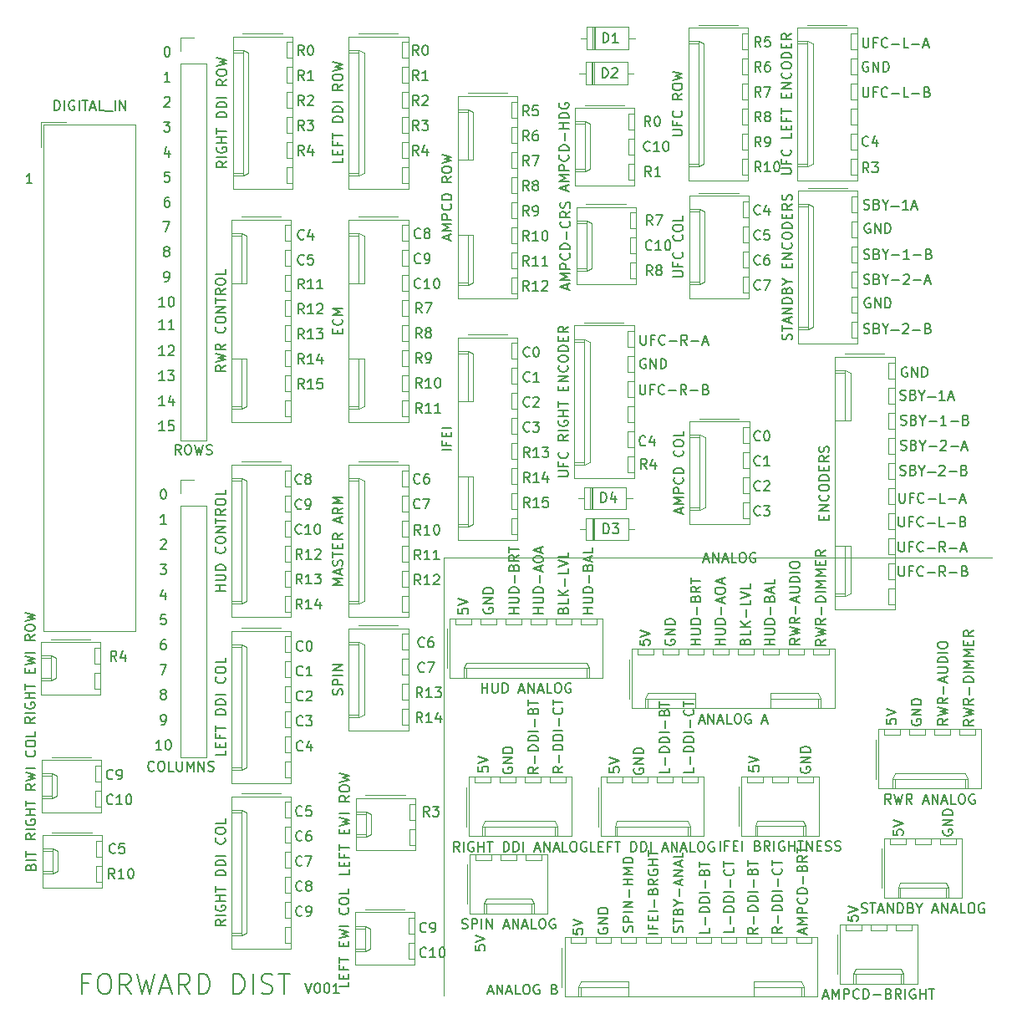
<source format=gbr>
G04 #@! TF.GenerationSoftware,KiCad,Pcbnew,(5.1.5-0-10_14)*
G04 #@! TF.CreationDate,2021-10-24T13:59:18+10:00*
G04 #@! TF.ProjectId,OH - UIP - Input Distribution,4f48202d-2055-4495-9020-2d20496e7075,rev?*
G04 #@! TF.SameCoordinates,Original*
G04 #@! TF.FileFunction,Legend,Top*
G04 #@! TF.FilePolarity,Positive*
%FSLAX46Y46*%
G04 Gerber Fmt 4.6, Leading zero omitted, Abs format (unit mm)*
G04 Created by KiCad (PCBNEW (5.1.5-0-10_14)) date 2021-10-24 13:59:18*
%MOMM*%
%LPD*%
G04 APERTURE LIST*
%ADD10C,0.150000*%
%ADD11C,0.120000*%
G04 APERTURE END LIST*
D10*
X219283595Y-92225880D02*
X219283595Y-93035404D01*
X219331214Y-93130642D01*
X219378833Y-93178261D01*
X219474071Y-93225880D01*
X219664547Y-93225880D01*
X219759785Y-93178261D01*
X219807404Y-93130642D01*
X219855023Y-93035404D01*
X219855023Y-92225880D01*
X220664547Y-92702071D02*
X220331214Y-92702071D01*
X220331214Y-93225880D02*
X220331214Y-92225880D01*
X220807404Y-92225880D01*
X221759785Y-93130642D02*
X221712166Y-93178261D01*
X221569309Y-93225880D01*
X221474071Y-93225880D01*
X221331214Y-93178261D01*
X221235976Y-93083023D01*
X221188357Y-92987785D01*
X221140738Y-92797309D01*
X221140738Y-92654452D01*
X221188357Y-92463976D01*
X221235976Y-92368738D01*
X221331214Y-92273500D01*
X221474071Y-92225880D01*
X221569309Y-92225880D01*
X221712166Y-92273500D01*
X221759785Y-92321119D01*
X222188357Y-92844928D02*
X222950261Y-92844928D01*
X223997880Y-93225880D02*
X223664547Y-92749690D01*
X223426452Y-93225880D02*
X223426452Y-92225880D01*
X223807404Y-92225880D01*
X223902642Y-92273500D01*
X223950261Y-92321119D01*
X223997880Y-92416357D01*
X223997880Y-92559214D01*
X223950261Y-92654452D01*
X223902642Y-92702071D01*
X223807404Y-92749690D01*
X223426452Y-92749690D01*
X224426452Y-92844928D02*
X225188357Y-92844928D01*
X225997880Y-92702071D02*
X226140738Y-92749690D01*
X226188357Y-92797309D01*
X226235976Y-92892547D01*
X226235976Y-93035404D01*
X226188357Y-93130642D01*
X226140738Y-93178261D01*
X226045500Y-93225880D01*
X225664547Y-93225880D01*
X225664547Y-92225880D01*
X225997880Y-92225880D01*
X226093119Y-92273500D01*
X226140738Y-92321119D01*
X226188357Y-92416357D01*
X226188357Y-92511595D01*
X226140738Y-92606833D01*
X226093119Y-92654452D01*
X225997880Y-92702071D01*
X225664547Y-92702071D01*
X219283595Y-89749380D02*
X219283595Y-90558904D01*
X219331214Y-90654142D01*
X219378833Y-90701761D01*
X219474071Y-90749380D01*
X219664547Y-90749380D01*
X219759785Y-90701761D01*
X219807404Y-90654142D01*
X219855023Y-90558904D01*
X219855023Y-89749380D01*
X220664547Y-90225571D02*
X220331214Y-90225571D01*
X220331214Y-90749380D02*
X220331214Y-89749380D01*
X220807404Y-89749380D01*
X221759785Y-90654142D02*
X221712166Y-90701761D01*
X221569309Y-90749380D01*
X221474071Y-90749380D01*
X221331214Y-90701761D01*
X221235976Y-90606523D01*
X221188357Y-90511285D01*
X221140738Y-90320809D01*
X221140738Y-90177952D01*
X221188357Y-89987476D01*
X221235976Y-89892238D01*
X221331214Y-89797000D01*
X221474071Y-89749380D01*
X221569309Y-89749380D01*
X221712166Y-89797000D01*
X221759785Y-89844619D01*
X222188357Y-90368428D02*
X222950261Y-90368428D01*
X223997880Y-90749380D02*
X223664547Y-90273190D01*
X223426452Y-90749380D02*
X223426452Y-89749380D01*
X223807404Y-89749380D01*
X223902642Y-89797000D01*
X223950261Y-89844619D01*
X223997880Y-89939857D01*
X223997880Y-90082714D01*
X223950261Y-90177952D01*
X223902642Y-90225571D01*
X223807404Y-90273190D01*
X223426452Y-90273190D01*
X224426452Y-90368428D02*
X225188357Y-90368428D01*
X225616928Y-90463666D02*
X226093119Y-90463666D01*
X225521690Y-90749380D02*
X225855023Y-89749380D01*
X226188357Y-90749380D01*
X219283595Y-87209380D02*
X219283595Y-88018904D01*
X219331214Y-88114142D01*
X219378833Y-88161761D01*
X219474071Y-88209380D01*
X219664547Y-88209380D01*
X219759785Y-88161761D01*
X219807404Y-88114142D01*
X219855023Y-88018904D01*
X219855023Y-87209380D01*
X220664547Y-87685571D02*
X220331214Y-87685571D01*
X220331214Y-88209380D02*
X220331214Y-87209380D01*
X220807404Y-87209380D01*
X221759785Y-88114142D02*
X221712166Y-88161761D01*
X221569309Y-88209380D01*
X221474071Y-88209380D01*
X221331214Y-88161761D01*
X221235976Y-88066523D01*
X221188357Y-87971285D01*
X221140738Y-87780809D01*
X221140738Y-87637952D01*
X221188357Y-87447476D01*
X221235976Y-87352238D01*
X221331214Y-87257000D01*
X221474071Y-87209380D01*
X221569309Y-87209380D01*
X221712166Y-87257000D01*
X221759785Y-87304619D01*
X222188357Y-87828428D02*
X222950261Y-87828428D01*
X223902642Y-88209380D02*
X223426452Y-88209380D01*
X223426452Y-87209380D01*
X224235976Y-87828428D02*
X224997880Y-87828428D01*
X225807404Y-87685571D02*
X225950261Y-87733190D01*
X225997880Y-87780809D01*
X226045500Y-87876047D01*
X226045500Y-88018904D01*
X225997880Y-88114142D01*
X225950261Y-88161761D01*
X225855023Y-88209380D01*
X225474071Y-88209380D01*
X225474071Y-87209380D01*
X225807404Y-87209380D01*
X225902642Y-87257000D01*
X225950261Y-87304619D01*
X225997880Y-87399857D01*
X225997880Y-87495095D01*
X225950261Y-87590333D01*
X225902642Y-87637952D01*
X225807404Y-87685571D01*
X225474071Y-87685571D01*
X219347095Y-84796380D02*
X219347095Y-85605904D01*
X219394714Y-85701142D01*
X219442333Y-85748761D01*
X219537571Y-85796380D01*
X219728047Y-85796380D01*
X219823285Y-85748761D01*
X219870904Y-85701142D01*
X219918523Y-85605904D01*
X219918523Y-84796380D01*
X220728047Y-85272571D02*
X220394714Y-85272571D01*
X220394714Y-85796380D02*
X220394714Y-84796380D01*
X220870904Y-84796380D01*
X221823285Y-85701142D02*
X221775666Y-85748761D01*
X221632809Y-85796380D01*
X221537571Y-85796380D01*
X221394714Y-85748761D01*
X221299476Y-85653523D01*
X221251857Y-85558285D01*
X221204238Y-85367809D01*
X221204238Y-85224952D01*
X221251857Y-85034476D01*
X221299476Y-84939238D01*
X221394714Y-84844000D01*
X221537571Y-84796380D01*
X221632809Y-84796380D01*
X221775666Y-84844000D01*
X221823285Y-84891619D01*
X222251857Y-85415428D02*
X223013761Y-85415428D01*
X223966142Y-85796380D02*
X223489952Y-85796380D01*
X223489952Y-84796380D01*
X224299476Y-85415428D02*
X225061380Y-85415428D01*
X225489952Y-85510666D02*
X225966142Y-85510666D01*
X225394714Y-85796380D02*
X225728047Y-84796380D01*
X226061380Y-85796380D01*
X219426476Y-75334761D02*
X219569333Y-75382380D01*
X219807428Y-75382380D01*
X219902666Y-75334761D01*
X219950285Y-75287142D01*
X219997904Y-75191904D01*
X219997904Y-75096666D01*
X219950285Y-75001428D01*
X219902666Y-74953809D01*
X219807428Y-74906190D01*
X219616952Y-74858571D01*
X219521714Y-74810952D01*
X219474095Y-74763333D01*
X219426476Y-74668095D01*
X219426476Y-74572857D01*
X219474095Y-74477619D01*
X219521714Y-74430000D01*
X219616952Y-74382380D01*
X219855047Y-74382380D01*
X219997904Y-74430000D01*
X220759809Y-74858571D02*
X220902666Y-74906190D01*
X220950285Y-74953809D01*
X220997904Y-75049047D01*
X220997904Y-75191904D01*
X220950285Y-75287142D01*
X220902666Y-75334761D01*
X220807428Y-75382380D01*
X220426476Y-75382380D01*
X220426476Y-74382380D01*
X220759809Y-74382380D01*
X220855047Y-74430000D01*
X220902666Y-74477619D01*
X220950285Y-74572857D01*
X220950285Y-74668095D01*
X220902666Y-74763333D01*
X220855047Y-74810952D01*
X220759809Y-74858571D01*
X220426476Y-74858571D01*
X221616952Y-74906190D02*
X221616952Y-75382380D01*
X221283619Y-74382380D02*
X221616952Y-74906190D01*
X221950285Y-74382380D01*
X222188380Y-75049047D02*
X223045523Y-75049047D01*
X223950285Y-75382380D02*
X223378857Y-75382380D01*
X223664571Y-75382380D02*
X223664571Y-74382380D01*
X223569333Y-74525238D01*
X223474095Y-74620476D01*
X223378857Y-74668095D01*
X224331238Y-75096666D02*
X224807428Y-75096666D01*
X224236000Y-75382380D02*
X224569333Y-74382380D01*
X224902666Y-75382380D01*
X219489976Y-77874761D02*
X219632833Y-77922380D01*
X219870928Y-77922380D01*
X219966166Y-77874761D01*
X220013785Y-77827142D01*
X220061404Y-77731904D01*
X220061404Y-77636666D01*
X220013785Y-77541428D01*
X219966166Y-77493809D01*
X219870928Y-77446190D01*
X219680452Y-77398571D01*
X219585214Y-77350952D01*
X219537595Y-77303333D01*
X219489976Y-77208095D01*
X219489976Y-77112857D01*
X219537595Y-77017619D01*
X219585214Y-76970000D01*
X219680452Y-76922380D01*
X219918547Y-76922380D01*
X220061404Y-76970000D01*
X220823309Y-77398571D02*
X220966166Y-77446190D01*
X221013785Y-77493809D01*
X221061404Y-77589047D01*
X221061404Y-77731904D01*
X221013785Y-77827142D01*
X220966166Y-77874761D01*
X220870928Y-77922380D01*
X220489976Y-77922380D01*
X220489976Y-76922380D01*
X220823309Y-76922380D01*
X220918547Y-76970000D01*
X220966166Y-77017619D01*
X221013785Y-77112857D01*
X221013785Y-77208095D01*
X220966166Y-77303333D01*
X220918547Y-77350952D01*
X220823309Y-77398571D01*
X220489976Y-77398571D01*
X221680452Y-77446190D02*
X221680452Y-77922380D01*
X221347119Y-76922380D02*
X221680452Y-77446190D01*
X222013785Y-76922380D01*
X222347119Y-77541428D02*
X223109023Y-77541428D01*
X224109023Y-77922380D02*
X223537595Y-77922380D01*
X223823309Y-77922380D02*
X223823309Y-76922380D01*
X223728071Y-77065238D01*
X223632833Y-77160476D01*
X223537595Y-77208095D01*
X224537595Y-77541428D02*
X225299500Y-77541428D01*
X226109023Y-77398571D02*
X226251880Y-77446190D01*
X226299500Y-77493809D01*
X226347119Y-77589047D01*
X226347119Y-77731904D01*
X226299500Y-77827142D01*
X226251880Y-77874761D01*
X226156642Y-77922380D01*
X225775690Y-77922380D01*
X225775690Y-76922380D01*
X226109023Y-76922380D01*
X226204261Y-76970000D01*
X226251880Y-77017619D01*
X226299500Y-77112857D01*
X226299500Y-77208095D01*
X226251880Y-77303333D01*
X226204261Y-77350952D01*
X226109023Y-77398571D01*
X225775690Y-77398571D01*
X219426476Y-82954761D02*
X219569333Y-83002380D01*
X219807428Y-83002380D01*
X219902666Y-82954761D01*
X219950285Y-82907142D01*
X219997904Y-82811904D01*
X219997904Y-82716666D01*
X219950285Y-82621428D01*
X219902666Y-82573809D01*
X219807428Y-82526190D01*
X219616952Y-82478571D01*
X219521714Y-82430952D01*
X219474095Y-82383333D01*
X219426476Y-82288095D01*
X219426476Y-82192857D01*
X219474095Y-82097619D01*
X219521714Y-82050000D01*
X219616952Y-82002380D01*
X219855047Y-82002380D01*
X219997904Y-82050000D01*
X220759809Y-82478571D02*
X220902666Y-82526190D01*
X220950285Y-82573809D01*
X220997904Y-82669047D01*
X220997904Y-82811904D01*
X220950285Y-82907142D01*
X220902666Y-82954761D01*
X220807428Y-83002380D01*
X220426476Y-83002380D01*
X220426476Y-82002380D01*
X220759809Y-82002380D01*
X220855047Y-82050000D01*
X220902666Y-82097619D01*
X220950285Y-82192857D01*
X220950285Y-82288095D01*
X220902666Y-82383333D01*
X220855047Y-82430952D01*
X220759809Y-82478571D01*
X220426476Y-82478571D01*
X221616952Y-82526190D02*
X221616952Y-83002380D01*
X221283619Y-82002380D02*
X221616952Y-82526190D01*
X221950285Y-82002380D01*
X222188380Y-82669047D02*
X223045523Y-82669047D01*
X223378857Y-82097619D02*
X223426476Y-82050000D01*
X223521714Y-82002380D01*
X223759809Y-82002380D01*
X223855047Y-82050000D01*
X223902666Y-82097619D01*
X223950285Y-82192857D01*
X223950285Y-82288095D01*
X223902666Y-82430952D01*
X223331238Y-83002380D01*
X223950285Y-83002380D01*
X224378857Y-82621428D02*
X225140761Y-82621428D01*
X225950285Y-82478571D02*
X226093142Y-82526190D01*
X226140761Y-82573809D01*
X226188380Y-82669047D01*
X226188380Y-82811904D01*
X226140761Y-82907142D01*
X226093142Y-82954761D01*
X225997904Y-83002380D01*
X225616952Y-83002380D01*
X225616952Y-82002380D01*
X225950285Y-82002380D01*
X226045523Y-82050000D01*
X226093142Y-82097619D01*
X226140761Y-82192857D01*
X226140761Y-82288095D01*
X226093142Y-82383333D01*
X226045523Y-82430952D01*
X225950285Y-82478571D01*
X225616952Y-82478571D01*
X219489976Y-80414761D02*
X219632833Y-80462380D01*
X219870928Y-80462380D01*
X219966166Y-80414761D01*
X220013785Y-80367142D01*
X220061404Y-80271904D01*
X220061404Y-80176666D01*
X220013785Y-80081428D01*
X219966166Y-80033809D01*
X219870928Y-79986190D01*
X219680452Y-79938571D01*
X219585214Y-79890952D01*
X219537595Y-79843333D01*
X219489976Y-79748095D01*
X219489976Y-79652857D01*
X219537595Y-79557619D01*
X219585214Y-79510000D01*
X219680452Y-79462380D01*
X219918547Y-79462380D01*
X220061404Y-79510000D01*
X220823309Y-79938571D02*
X220966166Y-79986190D01*
X221013785Y-80033809D01*
X221061404Y-80129047D01*
X221061404Y-80271904D01*
X221013785Y-80367142D01*
X220966166Y-80414761D01*
X220870928Y-80462380D01*
X220489976Y-80462380D01*
X220489976Y-79462380D01*
X220823309Y-79462380D01*
X220918547Y-79510000D01*
X220966166Y-79557619D01*
X221013785Y-79652857D01*
X221013785Y-79748095D01*
X220966166Y-79843333D01*
X220918547Y-79890952D01*
X220823309Y-79938571D01*
X220489976Y-79938571D01*
X221680452Y-79986190D02*
X221680452Y-80462380D01*
X221347119Y-79462380D02*
X221680452Y-79986190D01*
X222013785Y-79462380D01*
X222347119Y-80081428D02*
X223109023Y-80081428D01*
X223537595Y-79557619D02*
X223585214Y-79510000D01*
X223680452Y-79462380D01*
X223918547Y-79462380D01*
X224013785Y-79510000D01*
X224061404Y-79557619D01*
X224109023Y-79652857D01*
X224109023Y-79748095D01*
X224061404Y-79890952D01*
X223489976Y-80462380D01*
X224109023Y-80462380D01*
X224537595Y-80081428D02*
X225299500Y-80081428D01*
X225728071Y-80176666D02*
X226204261Y-80176666D01*
X225632833Y-80462380D02*
X225966166Y-79462380D01*
X226299500Y-80462380D01*
X220124904Y-72080500D02*
X220029666Y-72032880D01*
X219886809Y-72032880D01*
X219743952Y-72080500D01*
X219648714Y-72175738D01*
X219601095Y-72270976D01*
X219553476Y-72461452D01*
X219553476Y-72604309D01*
X219601095Y-72794785D01*
X219648714Y-72890023D01*
X219743952Y-72985261D01*
X219886809Y-73032880D01*
X219982047Y-73032880D01*
X220124904Y-72985261D01*
X220172523Y-72937642D01*
X220172523Y-72604309D01*
X219982047Y-72604309D01*
X220601095Y-73032880D02*
X220601095Y-72032880D01*
X221172523Y-73032880D01*
X221172523Y-72032880D01*
X221648714Y-73032880D02*
X221648714Y-72032880D01*
X221886809Y-72032880D01*
X222029666Y-72080500D01*
X222124904Y-72175738D01*
X222172523Y-72270976D01*
X222220142Y-72461452D01*
X222220142Y-72604309D01*
X222172523Y-72794785D01*
X222124904Y-72890023D01*
X222029666Y-72985261D01*
X221886809Y-73032880D01*
X221648714Y-73032880D01*
X211843880Y-99654785D02*
X211367690Y-99988119D01*
X211843880Y-100226214D02*
X210843880Y-100226214D01*
X210843880Y-99845261D01*
X210891500Y-99750023D01*
X210939119Y-99702404D01*
X211034357Y-99654785D01*
X211177214Y-99654785D01*
X211272452Y-99702404D01*
X211320071Y-99750023D01*
X211367690Y-99845261D01*
X211367690Y-100226214D01*
X210843880Y-99321452D02*
X211843880Y-99083357D01*
X211129595Y-98892880D01*
X211843880Y-98702404D01*
X210843880Y-98464309D01*
X211843880Y-97511928D02*
X211367690Y-97845261D01*
X211843880Y-98083357D02*
X210843880Y-98083357D01*
X210843880Y-97702404D01*
X210891500Y-97607166D01*
X210939119Y-97559547D01*
X211034357Y-97511928D01*
X211177214Y-97511928D01*
X211272452Y-97559547D01*
X211320071Y-97607166D01*
X211367690Y-97702404D01*
X211367690Y-98083357D01*
X211462928Y-97083357D02*
X211462928Y-96321452D01*
X211843880Y-95845261D02*
X210843880Y-95845261D01*
X210843880Y-95607166D01*
X210891500Y-95464309D01*
X210986738Y-95369071D01*
X211081976Y-95321452D01*
X211272452Y-95273833D01*
X211415309Y-95273833D01*
X211605785Y-95321452D01*
X211701023Y-95369071D01*
X211796261Y-95464309D01*
X211843880Y-95607166D01*
X211843880Y-95845261D01*
X211843880Y-94845261D02*
X210843880Y-94845261D01*
X211843880Y-94369071D02*
X210843880Y-94369071D01*
X211558166Y-94035738D01*
X210843880Y-93702404D01*
X211843880Y-93702404D01*
X211843880Y-93226214D02*
X210843880Y-93226214D01*
X211558166Y-92892880D01*
X210843880Y-92559547D01*
X211843880Y-92559547D01*
X211320071Y-92083357D02*
X211320071Y-91750023D01*
X211843880Y-91607166D02*
X211843880Y-92083357D01*
X210843880Y-92083357D01*
X210843880Y-91607166D01*
X211843880Y-90607166D02*
X211367690Y-90940500D01*
X211843880Y-91178595D02*
X210843880Y-91178595D01*
X210843880Y-90797642D01*
X210891500Y-90702404D01*
X210939119Y-90654785D01*
X211034357Y-90607166D01*
X211177214Y-90607166D01*
X211272452Y-90654785D01*
X211320071Y-90702404D01*
X211367690Y-90797642D01*
X211367690Y-91178595D01*
X209240380Y-99543738D02*
X208764190Y-99877071D01*
X209240380Y-100115166D02*
X208240380Y-100115166D01*
X208240380Y-99734214D01*
X208288000Y-99638976D01*
X208335619Y-99591357D01*
X208430857Y-99543738D01*
X208573714Y-99543738D01*
X208668952Y-99591357D01*
X208716571Y-99638976D01*
X208764190Y-99734214D01*
X208764190Y-100115166D01*
X208240380Y-99210404D02*
X209240380Y-98972309D01*
X208526095Y-98781833D01*
X209240380Y-98591357D01*
X208240380Y-98353261D01*
X209240380Y-97400880D02*
X208764190Y-97734214D01*
X209240380Y-97972309D02*
X208240380Y-97972309D01*
X208240380Y-97591357D01*
X208288000Y-97496119D01*
X208335619Y-97448500D01*
X208430857Y-97400880D01*
X208573714Y-97400880D01*
X208668952Y-97448500D01*
X208716571Y-97496119D01*
X208764190Y-97591357D01*
X208764190Y-97972309D01*
X208859428Y-96972309D02*
X208859428Y-96210404D01*
X208954666Y-95781833D02*
X208954666Y-95305642D01*
X209240380Y-95877071D02*
X208240380Y-95543738D01*
X209240380Y-95210404D01*
X208240380Y-94877071D02*
X209049904Y-94877071D01*
X209145142Y-94829452D01*
X209192761Y-94781833D01*
X209240380Y-94686595D01*
X209240380Y-94496119D01*
X209192761Y-94400880D01*
X209145142Y-94353261D01*
X209049904Y-94305642D01*
X208240380Y-94305642D01*
X209240380Y-93829452D02*
X208240380Y-93829452D01*
X208240380Y-93591357D01*
X208288000Y-93448500D01*
X208383238Y-93353261D01*
X208478476Y-93305642D01*
X208668952Y-93258023D01*
X208811809Y-93258023D01*
X209002285Y-93305642D01*
X209097523Y-93353261D01*
X209192761Y-93448500D01*
X209240380Y-93591357D01*
X209240380Y-93829452D01*
X209240380Y-92829452D02*
X208240380Y-92829452D01*
X208240380Y-92162785D02*
X208240380Y-91972309D01*
X208288000Y-91877071D01*
X208383238Y-91781833D01*
X208573714Y-91734214D01*
X208907047Y-91734214D01*
X209097523Y-91781833D01*
X209192761Y-91877071D01*
X209240380Y-91972309D01*
X209240380Y-92162785D01*
X209192761Y-92258023D01*
X209097523Y-92353261D01*
X208907047Y-92400880D01*
X208573714Y-92400880D01*
X208383238Y-92353261D01*
X208288000Y-92258023D01*
X208240380Y-92162785D01*
X209716666Y-129404523D02*
X209716666Y-128928333D01*
X210002380Y-129499761D02*
X209002380Y-129166428D01*
X210002380Y-128833095D01*
X210002380Y-128499761D02*
X209002380Y-128499761D01*
X209716666Y-128166428D01*
X209002380Y-127833095D01*
X210002380Y-127833095D01*
X210002380Y-127356904D02*
X209002380Y-127356904D01*
X209002380Y-126975952D01*
X209050000Y-126880714D01*
X209097619Y-126833095D01*
X209192857Y-126785476D01*
X209335714Y-126785476D01*
X209430952Y-126833095D01*
X209478571Y-126880714D01*
X209526190Y-126975952D01*
X209526190Y-127356904D01*
X209907142Y-125785476D02*
X209954761Y-125833095D01*
X210002380Y-125975952D01*
X210002380Y-126071190D01*
X209954761Y-126214047D01*
X209859523Y-126309285D01*
X209764285Y-126356904D01*
X209573809Y-126404523D01*
X209430952Y-126404523D01*
X209240476Y-126356904D01*
X209145238Y-126309285D01*
X209050000Y-126214047D01*
X209002380Y-126071190D01*
X209002380Y-125975952D01*
X209050000Y-125833095D01*
X209097619Y-125785476D01*
X210002380Y-125356904D02*
X209002380Y-125356904D01*
X209002380Y-125118809D01*
X209050000Y-124975952D01*
X209145238Y-124880714D01*
X209240476Y-124833095D01*
X209430952Y-124785476D01*
X209573809Y-124785476D01*
X209764285Y-124833095D01*
X209859523Y-124880714D01*
X209954761Y-124975952D01*
X210002380Y-125118809D01*
X210002380Y-125356904D01*
X209621428Y-124356904D02*
X209621428Y-123595000D01*
X209478571Y-122785476D02*
X209526190Y-122642619D01*
X209573809Y-122595000D01*
X209669047Y-122547380D01*
X209811904Y-122547380D01*
X209907142Y-122595000D01*
X209954761Y-122642619D01*
X210002380Y-122737857D01*
X210002380Y-123118809D01*
X209002380Y-123118809D01*
X209002380Y-122785476D01*
X209050000Y-122690238D01*
X209097619Y-122642619D01*
X209192857Y-122595000D01*
X209288095Y-122595000D01*
X209383333Y-122642619D01*
X209430952Y-122690238D01*
X209478571Y-122785476D01*
X209478571Y-123118809D01*
X210002380Y-121547380D02*
X209526190Y-121880714D01*
X210002380Y-122118809D02*
X209002380Y-122118809D01*
X209002380Y-121737857D01*
X209050000Y-121642619D01*
X209097619Y-121595000D01*
X209192857Y-121547380D01*
X209335714Y-121547380D01*
X209430952Y-121595000D01*
X209478571Y-121642619D01*
X209526190Y-121737857D01*
X209526190Y-122118809D01*
X209002380Y-121261666D02*
X209002380Y-120690238D01*
X210002380Y-120975952D02*
X209002380Y-120975952D01*
X204985880Y-128841119D02*
X204509690Y-129174452D01*
X204985880Y-129412547D02*
X203985880Y-129412547D01*
X203985880Y-129031595D01*
X204033500Y-128936357D01*
X204081119Y-128888738D01*
X204176357Y-128841119D01*
X204319214Y-128841119D01*
X204414452Y-128888738D01*
X204462071Y-128936357D01*
X204509690Y-129031595D01*
X204509690Y-129412547D01*
X204604928Y-128412547D02*
X204604928Y-127650642D01*
X204985880Y-127174452D02*
X203985880Y-127174452D01*
X203985880Y-126936357D01*
X204033500Y-126793500D01*
X204128738Y-126698261D01*
X204223976Y-126650642D01*
X204414452Y-126603023D01*
X204557309Y-126603023D01*
X204747785Y-126650642D01*
X204843023Y-126698261D01*
X204938261Y-126793500D01*
X204985880Y-126936357D01*
X204985880Y-127174452D01*
X204985880Y-126174452D02*
X203985880Y-126174452D01*
X203985880Y-125936357D01*
X204033500Y-125793500D01*
X204128738Y-125698261D01*
X204223976Y-125650642D01*
X204414452Y-125603023D01*
X204557309Y-125603023D01*
X204747785Y-125650642D01*
X204843023Y-125698261D01*
X204938261Y-125793500D01*
X204985880Y-125936357D01*
X204985880Y-126174452D01*
X204985880Y-125174452D02*
X203985880Y-125174452D01*
X204604928Y-124698261D02*
X204604928Y-123936357D01*
X204462071Y-123126833D02*
X204509690Y-122983976D01*
X204557309Y-122936357D01*
X204652547Y-122888738D01*
X204795404Y-122888738D01*
X204890642Y-122936357D01*
X204938261Y-122983976D01*
X204985880Y-123079214D01*
X204985880Y-123460166D01*
X203985880Y-123460166D01*
X203985880Y-123126833D01*
X204033500Y-123031595D01*
X204081119Y-122983976D01*
X204176357Y-122936357D01*
X204271595Y-122936357D01*
X204366833Y-122983976D01*
X204414452Y-123031595D01*
X204462071Y-123126833D01*
X204462071Y-123460166D01*
X203985880Y-122603023D02*
X203985880Y-122031595D01*
X204985880Y-122317309D02*
X203985880Y-122317309D01*
X207462380Y-128777619D02*
X206986190Y-129110952D01*
X207462380Y-129349047D02*
X206462380Y-129349047D01*
X206462380Y-128968095D01*
X206510000Y-128872857D01*
X206557619Y-128825238D01*
X206652857Y-128777619D01*
X206795714Y-128777619D01*
X206890952Y-128825238D01*
X206938571Y-128872857D01*
X206986190Y-128968095D01*
X206986190Y-129349047D01*
X207081428Y-128349047D02*
X207081428Y-127587142D01*
X207462380Y-127110952D02*
X206462380Y-127110952D01*
X206462380Y-126872857D01*
X206510000Y-126730000D01*
X206605238Y-126634761D01*
X206700476Y-126587142D01*
X206890952Y-126539523D01*
X207033809Y-126539523D01*
X207224285Y-126587142D01*
X207319523Y-126634761D01*
X207414761Y-126730000D01*
X207462380Y-126872857D01*
X207462380Y-127110952D01*
X207462380Y-126110952D02*
X206462380Y-126110952D01*
X206462380Y-125872857D01*
X206510000Y-125730000D01*
X206605238Y-125634761D01*
X206700476Y-125587142D01*
X206890952Y-125539523D01*
X207033809Y-125539523D01*
X207224285Y-125587142D01*
X207319523Y-125634761D01*
X207414761Y-125730000D01*
X207462380Y-125872857D01*
X207462380Y-126110952D01*
X207462380Y-125110952D02*
X206462380Y-125110952D01*
X207081428Y-124634761D02*
X207081428Y-123872857D01*
X207367142Y-122825238D02*
X207414761Y-122872857D01*
X207462380Y-123015714D01*
X207462380Y-123110952D01*
X207414761Y-123253809D01*
X207319523Y-123349047D01*
X207224285Y-123396666D01*
X207033809Y-123444285D01*
X206890952Y-123444285D01*
X206700476Y-123396666D01*
X206605238Y-123349047D01*
X206510000Y-123253809D01*
X206462380Y-123110952D01*
X206462380Y-123015714D01*
X206510000Y-122872857D01*
X206557619Y-122825238D01*
X206462380Y-122539523D02*
X206462380Y-121968095D01*
X207462380Y-122253809D02*
X206462380Y-122253809D01*
X200096380Y-128841119D02*
X200096380Y-129317309D01*
X199096380Y-129317309D01*
X199715428Y-128507785D02*
X199715428Y-127745880D01*
X200096380Y-127269690D02*
X199096380Y-127269690D01*
X199096380Y-127031595D01*
X199144000Y-126888738D01*
X199239238Y-126793500D01*
X199334476Y-126745880D01*
X199524952Y-126698261D01*
X199667809Y-126698261D01*
X199858285Y-126745880D01*
X199953523Y-126793500D01*
X200048761Y-126888738D01*
X200096380Y-127031595D01*
X200096380Y-127269690D01*
X200096380Y-126269690D02*
X199096380Y-126269690D01*
X199096380Y-126031595D01*
X199144000Y-125888738D01*
X199239238Y-125793500D01*
X199334476Y-125745880D01*
X199524952Y-125698261D01*
X199667809Y-125698261D01*
X199858285Y-125745880D01*
X199953523Y-125793500D01*
X200048761Y-125888738D01*
X200096380Y-126031595D01*
X200096380Y-126269690D01*
X200096380Y-125269690D02*
X199096380Y-125269690D01*
X199715428Y-124793500D02*
X199715428Y-124031595D01*
X199572571Y-123222071D02*
X199620190Y-123079214D01*
X199667809Y-123031595D01*
X199763047Y-122983976D01*
X199905904Y-122983976D01*
X200001142Y-123031595D01*
X200048761Y-123079214D01*
X200096380Y-123174452D01*
X200096380Y-123555404D01*
X199096380Y-123555404D01*
X199096380Y-123222071D01*
X199144000Y-123126833D01*
X199191619Y-123079214D01*
X199286857Y-123031595D01*
X199382095Y-123031595D01*
X199477333Y-123079214D01*
X199524952Y-123126833D01*
X199572571Y-123222071D01*
X199572571Y-123555404D01*
X199096380Y-122698261D02*
X199096380Y-122126833D01*
X200096380Y-122412547D02*
X199096380Y-122412547D01*
X202572880Y-128777619D02*
X202572880Y-129253809D01*
X201572880Y-129253809D01*
X202191928Y-128444285D02*
X202191928Y-127682380D01*
X202572880Y-127206190D02*
X201572880Y-127206190D01*
X201572880Y-126968095D01*
X201620500Y-126825238D01*
X201715738Y-126730000D01*
X201810976Y-126682380D01*
X202001452Y-126634761D01*
X202144309Y-126634761D01*
X202334785Y-126682380D01*
X202430023Y-126730000D01*
X202525261Y-126825238D01*
X202572880Y-126968095D01*
X202572880Y-127206190D01*
X202572880Y-126206190D02*
X201572880Y-126206190D01*
X201572880Y-125968095D01*
X201620500Y-125825238D01*
X201715738Y-125730000D01*
X201810976Y-125682380D01*
X202001452Y-125634761D01*
X202144309Y-125634761D01*
X202334785Y-125682380D01*
X202430023Y-125730000D01*
X202525261Y-125825238D01*
X202572880Y-125968095D01*
X202572880Y-126206190D01*
X202572880Y-125206190D02*
X201572880Y-125206190D01*
X202191928Y-124730000D02*
X202191928Y-123968095D01*
X202477642Y-122920476D02*
X202525261Y-122968095D01*
X202572880Y-123110952D01*
X202572880Y-123206190D01*
X202525261Y-123349047D01*
X202430023Y-123444285D01*
X202334785Y-123491904D01*
X202144309Y-123539523D01*
X202001452Y-123539523D01*
X201810976Y-123491904D01*
X201715738Y-123444285D01*
X201620500Y-123349047D01*
X201572880Y-123206190D01*
X201572880Y-123110952D01*
X201620500Y-122968095D01*
X201668119Y-122920476D01*
X201572880Y-122634761D02*
X201572880Y-122063333D01*
X202572880Y-122349047D02*
X201572880Y-122349047D01*
X197381761Y-129285500D02*
X197429380Y-129142642D01*
X197429380Y-128904547D01*
X197381761Y-128809309D01*
X197334142Y-128761690D01*
X197238904Y-128714071D01*
X197143666Y-128714071D01*
X197048428Y-128761690D01*
X197000809Y-128809309D01*
X196953190Y-128904547D01*
X196905571Y-129095023D01*
X196857952Y-129190261D01*
X196810333Y-129237880D01*
X196715095Y-129285500D01*
X196619857Y-129285500D01*
X196524619Y-129237880D01*
X196477000Y-129190261D01*
X196429380Y-129095023D01*
X196429380Y-128856928D01*
X196477000Y-128714071D01*
X196429380Y-128428357D02*
X196429380Y-127856928D01*
X197429380Y-128142642D02*
X196429380Y-128142642D01*
X196905571Y-127190261D02*
X196953190Y-127047404D01*
X197000809Y-126999785D01*
X197096047Y-126952166D01*
X197238904Y-126952166D01*
X197334142Y-126999785D01*
X197381761Y-127047404D01*
X197429380Y-127142642D01*
X197429380Y-127523595D01*
X196429380Y-127523595D01*
X196429380Y-127190261D01*
X196477000Y-127095023D01*
X196524619Y-127047404D01*
X196619857Y-126999785D01*
X196715095Y-126999785D01*
X196810333Y-127047404D01*
X196857952Y-127095023D01*
X196905571Y-127190261D01*
X196905571Y-127523595D01*
X196953190Y-126333119D02*
X197429380Y-126333119D01*
X196429380Y-126666452D02*
X196953190Y-126333119D01*
X196429380Y-125999785D01*
X197048428Y-125666452D02*
X197048428Y-124904547D01*
X197143666Y-124475976D02*
X197143666Y-123999785D01*
X197429380Y-124571214D02*
X196429380Y-124237880D01*
X197429380Y-123904547D01*
X197429380Y-123571214D02*
X196429380Y-123571214D01*
X197429380Y-122999785D01*
X196429380Y-122999785D01*
X197143666Y-122571214D02*
X197143666Y-122095023D01*
X197429380Y-122666452D02*
X196429380Y-122333119D01*
X197429380Y-121999785D01*
X197429380Y-121190261D02*
X197429380Y-121666452D01*
X196429380Y-121666452D01*
X194889380Y-129428357D02*
X193889380Y-129428357D01*
X194365571Y-128618833D02*
X194365571Y-128952166D01*
X194889380Y-128952166D02*
X193889380Y-128952166D01*
X193889380Y-128475976D01*
X194365571Y-128095023D02*
X194365571Y-127761690D01*
X194889380Y-127618833D02*
X194889380Y-128095023D01*
X193889380Y-128095023D01*
X193889380Y-127618833D01*
X194889380Y-127190261D02*
X193889380Y-127190261D01*
X194508428Y-126714071D02*
X194508428Y-125952166D01*
X194365571Y-125142642D02*
X194413190Y-124999785D01*
X194460809Y-124952166D01*
X194556047Y-124904547D01*
X194698904Y-124904547D01*
X194794142Y-124952166D01*
X194841761Y-124999785D01*
X194889380Y-125095023D01*
X194889380Y-125475976D01*
X193889380Y-125475976D01*
X193889380Y-125142642D01*
X193937000Y-125047404D01*
X193984619Y-124999785D01*
X194079857Y-124952166D01*
X194175095Y-124952166D01*
X194270333Y-124999785D01*
X194317952Y-125047404D01*
X194365571Y-125142642D01*
X194365571Y-125475976D01*
X194889380Y-123904547D02*
X194413190Y-124237880D01*
X194889380Y-124475976D02*
X193889380Y-124475976D01*
X193889380Y-124095023D01*
X193937000Y-123999785D01*
X193984619Y-123952166D01*
X194079857Y-123904547D01*
X194222714Y-123904547D01*
X194317952Y-123952166D01*
X194365571Y-123999785D01*
X194413190Y-124095023D01*
X194413190Y-124475976D01*
X193937000Y-122952166D02*
X193889380Y-123047404D01*
X193889380Y-123190261D01*
X193937000Y-123333119D01*
X194032238Y-123428357D01*
X194127476Y-123475976D01*
X194317952Y-123523595D01*
X194460809Y-123523595D01*
X194651285Y-123475976D01*
X194746523Y-123428357D01*
X194841761Y-123333119D01*
X194889380Y-123190261D01*
X194889380Y-123095023D01*
X194841761Y-122952166D01*
X194794142Y-122904547D01*
X194460809Y-122904547D01*
X194460809Y-123095023D01*
X194889380Y-122475976D02*
X193889380Y-122475976D01*
X194365571Y-122475976D02*
X194365571Y-121904547D01*
X194889380Y-121904547D02*
X193889380Y-121904547D01*
X193889380Y-121571214D02*
X193889380Y-120999785D01*
X194889380Y-121285500D02*
X193889380Y-121285500D01*
X192301761Y-129237904D02*
X192349380Y-129095047D01*
X192349380Y-128856952D01*
X192301761Y-128761714D01*
X192254142Y-128714095D01*
X192158904Y-128666476D01*
X192063666Y-128666476D01*
X191968428Y-128714095D01*
X191920809Y-128761714D01*
X191873190Y-128856952D01*
X191825571Y-129047428D01*
X191777952Y-129142666D01*
X191730333Y-129190285D01*
X191635095Y-129237904D01*
X191539857Y-129237904D01*
X191444619Y-129190285D01*
X191397000Y-129142666D01*
X191349380Y-129047428D01*
X191349380Y-128809333D01*
X191397000Y-128666476D01*
X192349380Y-128237904D02*
X191349380Y-128237904D01*
X191349380Y-127856952D01*
X191397000Y-127761714D01*
X191444619Y-127714095D01*
X191539857Y-127666476D01*
X191682714Y-127666476D01*
X191777952Y-127714095D01*
X191825571Y-127761714D01*
X191873190Y-127856952D01*
X191873190Y-128237904D01*
X192349380Y-127237904D02*
X191349380Y-127237904D01*
X192349380Y-126761714D02*
X191349380Y-126761714D01*
X192349380Y-126190285D01*
X191349380Y-126190285D01*
X191968428Y-125714095D02*
X191968428Y-124952190D01*
X192349380Y-124476000D02*
X191349380Y-124476000D01*
X191825571Y-124476000D02*
X191825571Y-123904571D01*
X192349380Y-123904571D02*
X191349380Y-123904571D01*
X192349380Y-123428380D02*
X191349380Y-123428380D01*
X192063666Y-123095047D01*
X191349380Y-122761714D01*
X192349380Y-122761714D01*
X192349380Y-122285523D02*
X191349380Y-122285523D01*
X191349380Y-122047428D01*
X191397000Y-121904571D01*
X191492238Y-121809333D01*
X191587476Y-121761714D01*
X191777952Y-121714095D01*
X191920809Y-121714095D01*
X192111285Y-121761714D01*
X192206523Y-121809333D01*
X192301761Y-121904571D01*
X192349380Y-122047428D01*
X192349380Y-122285523D01*
X188857000Y-128904904D02*
X188809380Y-129000142D01*
X188809380Y-129143000D01*
X188857000Y-129285857D01*
X188952238Y-129381095D01*
X189047476Y-129428714D01*
X189237952Y-129476333D01*
X189380809Y-129476333D01*
X189571285Y-129428714D01*
X189666523Y-129381095D01*
X189761761Y-129285857D01*
X189809380Y-129143000D01*
X189809380Y-129047761D01*
X189761761Y-128904904D01*
X189714142Y-128857285D01*
X189380809Y-128857285D01*
X189380809Y-129047761D01*
X189809380Y-128428714D02*
X188809380Y-128428714D01*
X189809380Y-127857285D01*
X188809380Y-127857285D01*
X189809380Y-127381095D02*
X188809380Y-127381095D01*
X188809380Y-127143000D01*
X188857000Y-127000142D01*
X188952238Y-126904904D01*
X189047476Y-126857285D01*
X189237952Y-126809666D01*
X189380809Y-126809666D01*
X189571285Y-126857285D01*
X189666523Y-126904904D01*
X189761761Y-127000142D01*
X189809380Y-127143000D01*
X189809380Y-127381095D01*
X186269380Y-128968476D02*
X186269380Y-129444666D01*
X186745571Y-129492285D01*
X186697952Y-129444666D01*
X186650333Y-129349428D01*
X186650333Y-129111333D01*
X186697952Y-129016095D01*
X186745571Y-128968476D01*
X186840809Y-128920857D01*
X187078904Y-128920857D01*
X187174142Y-128968476D01*
X187221761Y-129016095D01*
X187269380Y-129111333D01*
X187269380Y-129349428D01*
X187221761Y-129444666D01*
X187174142Y-129492285D01*
X186269380Y-128635142D02*
X187269380Y-128301809D01*
X186269380Y-127968476D01*
X176363380Y-130619476D02*
X176363380Y-131095666D01*
X176839571Y-131143285D01*
X176791952Y-131095666D01*
X176744333Y-131000428D01*
X176744333Y-130762333D01*
X176791952Y-130667095D01*
X176839571Y-130619476D01*
X176934809Y-130571857D01*
X177172904Y-130571857D01*
X177268142Y-130619476D01*
X177315761Y-130667095D01*
X177363380Y-130762333D01*
X177363380Y-131000428D01*
X177315761Y-131095666D01*
X177268142Y-131143285D01*
X176363380Y-130286142D02*
X177363380Y-129952809D01*
X176363380Y-129619476D01*
X226829880Y-107782785D02*
X226353690Y-108116119D01*
X226829880Y-108354214D02*
X225829880Y-108354214D01*
X225829880Y-107973261D01*
X225877500Y-107878023D01*
X225925119Y-107830404D01*
X226020357Y-107782785D01*
X226163214Y-107782785D01*
X226258452Y-107830404D01*
X226306071Y-107878023D01*
X226353690Y-107973261D01*
X226353690Y-108354214D01*
X225829880Y-107449452D02*
X226829880Y-107211357D01*
X226115595Y-107020880D01*
X226829880Y-106830404D01*
X225829880Y-106592309D01*
X226829880Y-105639928D02*
X226353690Y-105973261D01*
X226829880Y-106211357D02*
X225829880Y-106211357D01*
X225829880Y-105830404D01*
X225877500Y-105735166D01*
X225925119Y-105687547D01*
X226020357Y-105639928D01*
X226163214Y-105639928D01*
X226258452Y-105687547D01*
X226306071Y-105735166D01*
X226353690Y-105830404D01*
X226353690Y-106211357D01*
X226448928Y-105211357D02*
X226448928Y-104449452D01*
X226829880Y-103973261D02*
X225829880Y-103973261D01*
X225829880Y-103735166D01*
X225877500Y-103592309D01*
X225972738Y-103497071D01*
X226067976Y-103449452D01*
X226258452Y-103401833D01*
X226401309Y-103401833D01*
X226591785Y-103449452D01*
X226687023Y-103497071D01*
X226782261Y-103592309D01*
X226829880Y-103735166D01*
X226829880Y-103973261D01*
X226829880Y-102973261D02*
X225829880Y-102973261D01*
X226829880Y-102497071D02*
X225829880Y-102497071D01*
X226544166Y-102163738D01*
X225829880Y-101830404D01*
X226829880Y-101830404D01*
X226829880Y-101354214D02*
X225829880Y-101354214D01*
X226544166Y-101020880D01*
X225829880Y-100687547D01*
X226829880Y-100687547D01*
X226306071Y-100211357D02*
X226306071Y-99878023D01*
X226829880Y-99735166D02*
X226829880Y-100211357D01*
X225829880Y-100211357D01*
X225829880Y-99735166D01*
X226829880Y-98735166D02*
X226353690Y-99068500D01*
X226829880Y-99306595D02*
X225829880Y-99306595D01*
X225829880Y-98925642D01*
X225877500Y-98830404D01*
X225925119Y-98782785D01*
X226020357Y-98735166D01*
X226163214Y-98735166D01*
X226258452Y-98782785D01*
X226306071Y-98830404D01*
X226353690Y-98925642D01*
X226353690Y-99306595D01*
X224226380Y-107671738D02*
X223750190Y-108005071D01*
X224226380Y-108243166D02*
X223226380Y-108243166D01*
X223226380Y-107862214D01*
X223274000Y-107766976D01*
X223321619Y-107719357D01*
X223416857Y-107671738D01*
X223559714Y-107671738D01*
X223654952Y-107719357D01*
X223702571Y-107766976D01*
X223750190Y-107862214D01*
X223750190Y-108243166D01*
X223226380Y-107338404D02*
X224226380Y-107100309D01*
X223512095Y-106909833D01*
X224226380Y-106719357D01*
X223226380Y-106481261D01*
X224226380Y-105528880D02*
X223750190Y-105862214D01*
X224226380Y-106100309D02*
X223226380Y-106100309D01*
X223226380Y-105719357D01*
X223274000Y-105624119D01*
X223321619Y-105576500D01*
X223416857Y-105528880D01*
X223559714Y-105528880D01*
X223654952Y-105576500D01*
X223702571Y-105624119D01*
X223750190Y-105719357D01*
X223750190Y-106100309D01*
X223845428Y-105100309D02*
X223845428Y-104338404D01*
X223940666Y-103909833D02*
X223940666Y-103433642D01*
X224226380Y-104005071D02*
X223226380Y-103671738D01*
X224226380Y-103338404D01*
X223226380Y-103005071D02*
X224035904Y-103005071D01*
X224131142Y-102957452D01*
X224178761Y-102909833D01*
X224226380Y-102814595D01*
X224226380Y-102624119D01*
X224178761Y-102528880D01*
X224131142Y-102481261D01*
X224035904Y-102433642D01*
X223226380Y-102433642D01*
X224226380Y-101957452D02*
X223226380Y-101957452D01*
X223226380Y-101719357D01*
X223274000Y-101576500D01*
X223369238Y-101481261D01*
X223464476Y-101433642D01*
X223654952Y-101386023D01*
X223797809Y-101386023D01*
X223988285Y-101433642D01*
X224083523Y-101481261D01*
X224178761Y-101576500D01*
X224226380Y-101719357D01*
X224226380Y-101957452D01*
X224226380Y-100957452D02*
X223226380Y-100957452D01*
X223226380Y-100290785D02*
X223226380Y-100100309D01*
X223274000Y-100005071D01*
X223369238Y-99909833D01*
X223559714Y-99862214D01*
X223893047Y-99862214D01*
X224083523Y-99909833D01*
X224178761Y-100005071D01*
X224226380Y-100100309D01*
X224226380Y-100290785D01*
X224178761Y-100386023D01*
X224083523Y-100481261D01*
X223893047Y-100528880D01*
X223559714Y-100528880D01*
X223369238Y-100481261D01*
X223274000Y-100386023D01*
X223226380Y-100290785D01*
X218019380Y-107695976D02*
X218019380Y-108172166D01*
X218495571Y-108219785D01*
X218447952Y-108172166D01*
X218400333Y-108076928D01*
X218400333Y-107838833D01*
X218447952Y-107743595D01*
X218495571Y-107695976D01*
X218590809Y-107648357D01*
X218828904Y-107648357D01*
X218924142Y-107695976D01*
X218971761Y-107743595D01*
X219019380Y-107838833D01*
X219019380Y-108076928D01*
X218971761Y-108172166D01*
X218924142Y-108219785D01*
X218019380Y-107362642D02*
X219019380Y-107029309D01*
X218019380Y-106695976D01*
X220607000Y-107759404D02*
X220559380Y-107854642D01*
X220559380Y-107997500D01*
X220607000Y-108140357D01*
X220702238Y-108235595D01*
X220797476Y-108283214D01*
X220987952Y-108330833D01*
X221130809Y-108330833D01*
X221321285Y-108283214D01*
X221416523Y-108235595D01*
X221511761Y-108140357D01*
X221559380Y-107997500D01*
X221559380Y-107902261D01*
X221511761Y-107759404D01*
X221464142Y-107711785D01*
X221130809Y-107711785D01*
X221130809Y-107902261D01*
X221559380Y-107283214D02*
X220559380Y-107283214D01*
X221559380Y-106711785D01*
X220559380Y-106711785D01*
X221559380Y-106235595D02*
X220559380Y-106235595D01*
X220559380Y-105997500D01*
X220607000Y-105854642D01*
X220702238Y-105759404D01*
X220797476Y-105711785D01*
X220987952Y-105664166D01*
X221130809Y-105664166D01*
X221321285Y-105711785D01*
X221416523Y-105759404D01*
X221511761Y-105854642D01*
X221559380Y-105997500D01*
X221559380Y-106235595D01*
X209367500Y-112585404D02*
X209319880Y-112680642D01*
X209319880Y-112823500D01*
X209367500Y-112966357D01*
X209462738Y-113061595D01*
X209557976Y-113109214D01*
X209748452Y-113156833D01*
X209891309Y-113156833D01*
X210081785Y-113109214D01*
X210177023Y-113061595D01*
X210272261Y-112966357D01*
X210319880Y-112823500D01*
X210319880Y-112728261D01*
X210272261Y-112585404D01*
X210224642Y-112537785D01*
X209891309Y-112537785D01*
X209891309Y-112728261D01*
X210319880Y-112109214D02*
X209319880Y-112109214D01*
X210319880Y-111537785D01*
X209319880Y-111537785D01*
X210319880Y-111061595D02*
X209319880Y-111061595D01*
X209319880Y-110823500D01*
X209367500Y-110680642D01*
X209462738Y-110585404D01*
X209557976Y-110537785D01*
X209748452Y-110490166D01*
X209891309Y-110490166D01*
X210081785Y-110537785D01*
X210177023Y-110585404D01*
X210272261Y-110680642D01*
X210319880Y-110823500D01*
X210319880Y-111061595D01*
X214145880Y-127634976D02*
X214145880Y-128111166D01*
X214622071Y-128158785D01*
X214574452Y-128111166D01*
X214526833Y-128015928D01*
X214526833Y-127777833D01*
X214574452Y-127682595D01*
X214622071Y-127634976D01*
X214717309Y-127587357D01*
X214955404Y-127587357D01*
X215050642Y-127634976D01*
X215098261Y-127682595D01*
X215145880Y-127777833D01*
X215145880Y-128015928D01*
X215098261Y-128111166D01*
X215050642Y-128158785D01*
X214145880Y-127301642D02*
X215145880Y-126968309D01*
X214145880Y-126634976D01*
X198508880Y-112585119D02*
X198508880Y-113061309D01*
X197508880Y-113061309D01*
X198127928Y-112251785D02*
X198127928Y-111489880D01*
X198508880Y-111013690D02*
X197508880Y-111013690D01*
X197508880Y-110775595D01*
X197556500Y-110632738D01*
X197651738Y-110537500D01*
X197746976Y-110489880D01*
X197937452Y-110442261D01*
X198080309Y-110442261D01*
X198270785Y-110489880D01*
X198366023Y-110537500D01*
X198461261Y-110632738D01*
X198508880Y-110775595D01*
X198508880Y-111013690D01*
X198508880Y-110013690D02*
X197508880Y-110013690D01*
X197508880Y-109775595D01*
X197556500Y-109632738D01*
X197651738Y-109537500D01*
X197746976Y-109489880D01*
X197937452Y-109442261D01*
X198080309Y-109442261D01*
X198270785Y-109489880D01*
X198366023Y-109537500D01*
X198461261Y-109632738D01*
X198508880Y-109775595D01*
X198508880Y-110013690D01*
X198508880Y-109013690D02*
X197508880Y-109013690D01*
X198127928Y-108537500D02*
X198127928Y-107775595D01*
X198413642Y-106727976D02*
X198461261Y-106775595D01*
X198508880Y-106918452D01*
X198508880Y-107013690D01*
X198461261Y-107156547D01*
X198366023Y-107251785D01*
X198270785Y-107299404D01*
X198080309Y-107347023D01*
X197937452Y-107347023D01*
X197746976Y-107299404D01*
X197651738Y-107251785D01*
X197556500Y-107156547D01*
X197508880Y-107013690D01*
X197508880Y-106918452D01*
X197556500Y-106775595D01*
X197604119Y-106727976D01*
X197508880Y-106442261D02*
X197508880Y-105870833D01*
X198508880Y-106156547D02*
X197508880Y-106156547D01*
X196032380Y-112648619D02*
X196032380Y-113124809D01*
X195032380Y-113124809D01*
X195651428Y-112315285D02*
X195651428Y-111553380D01*
X196032380Y-111077190D02*
X195032380Y-111077190D01*
X195032380Y-110839095D01*
X195080000Y-110696238D01*
X195175238Y-110601000D01*
X195270476Y-110553380D01*
X195460952Y-110505761D01*
X195603809Y-110505761D01*
X195794285Y-110553380D01*
X195889523Y-110601000D01*
X195984761Y-110696238D01*
X196032380Y-110839095D01*
X196032380Y-111077190D01*
X196032380Y-110077190D02*
X195032380Y-110077190D01*
X195032380Y-109839095D01*
X195080000Y-109696238D01*
X195175238Y-109601000D01*
X195270476Y-109553380D01*
X195460952Y-109505761D01*
X195603809Y-109505761D01*
X195794285Y-109553380D01*
X195889523Y-109601000D01*
X195984761Y-109696238D01*
X196032380Y-109839095D01*
X196032380Y-110077190D01*
X196032380Y-109077190D02*
X195032380Y-109077190D01*
X195651428Y-108601000D02*
X195651428Y-107839095D01*
X195508571Y-107029571D02*
X195556190Y-106886714D01*
X195603809Y-106839095D01*
X195699047Y-106791476D01*
X195841904Y-106791476D01*
X195937142Y-106839095D01*
X195984761Y-106886714D01*
X196032380Y-106981952D01*
X196032380Y-107362904D01*
X195032380Y-107362904D01*
X195032380Y-107029571D01*
X195080000Y-106934333D01*
X195127619Y-106886714D01*
X195222857Y-106839095D01*
X195318095Y-106839095D01*
X195413333Y-106886714D01*
X195460952Y-106934333D01*
X195508571Y-107029571D01*
X195508571Y-107362904D01*
X195032380Y-106505761D02*
X195032380Y-105934333D01*
X196032380Y-106220047D02*
X195032380Y-106220047D01*
X192476500Y-112712404D02*
X192428880Y-112807642D01*
X192428880Y-112950500D01*
X192476500Y-113093357D01*
X192571738Y-113188595D01*
X192666976Y-113236214D01*
X192857452Y-113283833D01*
X193000309Y-113283833D01*
X193190785Y-113236214D01*
X193286023Y-113188595D01*
X193381261Y-113093357D01*
X193428880Y-112950500D01*
X193428880Y-112855261D01*
X193381261Y-112712404D01*
X193333642Y-112664785D01*
X193000309Y-112664785D01*
X193000309Y-112855261D01*
X193428880Y-112236214D02*
X192428880Y-112236214D01*
X193428880Y-111664785D01*
X192428880Y-111664785D01*
X193428880Y-111188595D02*
X192428880Y-111188595D01*
X192428880Y-110950500D01*
X192476500Y-110807642D01*
X192571738Y-110712404D01*
X192666976Y-110664785D01*
X192857452Y-110617166D01*
X193000309Y-110617166D01*
X193190785Y-110664785D01*
X193286023Y-110712404D01*
X193381261Y-110807642D01*
X193428880Y-110950500D01*
X193428880Y-111188595D01*
X189952380Y-112585476D02*
X189952380Y-113061666D01*
X190428571Y-113109285D01*
X190380952Y-113061666D01*
X190333333Y-112966428D01*
X190333333Y-112728333D01*
X190380952Y-112633095D01*
X190428571Y-112585476D01*
X190523809Y-112537857D01*
X190761904Y-112537857D01*
X190857142Y-112585476D01*
X190904761Y-112633095D01*
X190952380Y-112728333D01*
X190952380Y-112966428D01*
X190904761Y-113061666D01*
X190857142Y-113109285D01*
X189952380Y-112252142D02*
X190952380Y-111918809D01*
X189952380Y-111585476D01*
X185237380Y-112521619D02*
X184761190Y-112854952D01*
X185237380Y-113093047D02*
X184237380Y-113093047D01*
X184237380Y-112712095D01*
X184285000Y-112616857D01*
X184332619Y-112569238D01*
X184427857Y-112521619D01*
X184570714Y-112521619D01*
X184665952Y-112569238D01*
X184713571Y-112616857D01*
X184761190Y-112712095D01*
X184761190Y-113093047D01*
X184856428Y-112093047D02*
X184856428Y-111331142D01*
X185237380Y-110854952D02*
X184237380Y-110854952D01*
X184237380Y-110616857D01*
X184285000Y-110474000D01*
X184380238Y-110378761D01*
X184475476Y-110331142D01*
X184665952Y-110283523D01*
X184808809Y-110283523D01*
X184999285Y-110331142D01*
X185094523Y-110378761D01*
X185189761Y-110474000D01*
X185237380Y-110616857D01*
X185237380Y-110854952D01*
X185237380Y-109854952D02*
X184237380Y-109854952D01*
X184237380Y-109616857D01*
X184285000Y-109474000D01*
X184380238Y-109378761D01*
X184475476Y-109331142D01*
X184665952Y-109283523D01*
X184808809Y-109283523D01*
X184999285Y-109331142D01*
X185094523Y-109378761D01*
X185189761Y-109474000D01*
X185237380Y-109616857D01*
X185237380Y-109854952D01*
X185237380Y-108854952D02*
X184237380Y-108854952D01*
X184856428Y-108378761D02*
X184856428Y-107616857D01*
X185142142Y-106569238D02*
X185189761Y-106616857D01*
X185237380Y-106759714D01*
X185237380Y-106854952D01*
X185189761Y-106997809D01*
X185094523Y-107093047D01*
X184999285Y-107140666D01*
X184808809Y-107188285D01*
X184665952Y-107188285D01*
X184475476Y-107140666D01*
X184380238Y-107093047D01*
X184285000Y-106997809D01*
X184237380Y-106854952D01*
X184237380Y-106759714D01*
X184285000Y-106616857D01*
X184332619Y-106569238D01*
X184237380Y-106283523D02*
X184237380Y-105712095D01*
X185237380Y-105997809D02*
X184237380Y-105997809D01*
X182760880Y-112585119D02*
X182284690Y-112918452D01*
X182760880Y-113156547D02*
X181760880Y-113156547D01*
X181760880Y-112775595D01*
X181808500Y-112680357D01*
X181856119Y-112632738D01*
X181951357Y-112585119D01*
X182094214Y-112585119D01*
X182189452Y-112632738D01*
X182237071Y-112680357D01*
X182284690Y-112775595D01*
X182284690Y-113156547D01*
X182379928Y-112156547D02*
X182379928Y-111394642D01*
X182760880Y-110918452D02*
X181760880Y-110918452D01*
X181760880Y-110680357D01*
X181808500Y-110537500D01*
X181903738Y-110442261D01*
X181998976Y-110394642D01*
X182189452Y-110347023D01*
X182332309Y-110347023D01*
X182522785Y-110394642D01*
X182618023Y-110442261D01*
X182713261Y-110537500D01*
X182760880Y-110680357D01*
X182760880Y-110918452D01*
X182760880Y-109918452D02*
X181760880Y-109918452D01*
X181760880Y-109680357D01*
X181808500Y-109537500D01*
X181903738Y-109442261D01*
X181998976Y-109394642D01*
X182189452Y-109347023D01*
X182332309Y-109347023D01*
X182522785Y-109394642D01*
X182618023Y-109442261D01*
X182713261Y-109537500D01*
X182760880Y-109680357D01*
X182760880Y-109918452D01*
X182760880Y-108918452D02*
X181760880Y-108918452D01*
X182379928Y-108442261D02*
X182379928Y-107680357D01*
X182237071Y-106870833D02*
X182284690Y-106727976D01*
X182332309Y-106680357D01*
X182427547Y-106632738D01*
X182570404Y-106632738D01*
X182665642Y-106680357D01*
X182713261Y-106727976D01*
X182760880Y-106823214D01*
X182760880Y-107204166D01*
X181760880Y-107204166D01*
X181760880Y-106870833D01*
X181808500Y-106775595D01*
X181856119Y-106727976D01*
X181951357Y-106680357D01*
X182046595Y-106680357D01*
X182141833Y-106727976D01*
X182189452Y-106775595D01*
X182237071Y-106870833D01*
X182237071Y-107204166D01*
X181760880Y-106347023D02*
X181760880Y-105775595D01*
X182760880Y-106061309D02*
X181760880Y-106061309D01*
X176680880Y-112521976D02*
X176680880Y-112998166D01*
X177157071Y-113045785D01*
X177109452Y-112998166D01*
X177061833Y-112902928D01*
X177061833Y-112664833D01*
X177109452Y-112569595D01*
X177157071Y-112521976D01*
X177252309Y-112474357D01*
X177490404Y-112474357D01*
X177585642Y-112521976D01*
X177633261Y-112569595D01*
X177680880Y-112664833D01*
X177680880Y-112902928D01*
X177633261Y-112998166D01*
X177585642Y-113045785D01*
X176680880Y-112188642D02*
X177680880Y-111855309D01*
X176680880Y-111521976D01*
X179205000Y-112648904D02*
X179157380Y-112744142D01*
X179157380Y-112887000D01*
X179205000Y-113029857D01*
X179300238Y-113125095D01*
X179395476Y-113172714D01*
X179585952Y-113220333D01*
X179728809Y-113220333D01*
X179919285Y-113172714D01*
X180014523Y-113125095D01*
X180109761Y-113029857D01*
X180157380Y-112887000D01*
X180157380Y-112791761D01*
X180109761Y-112648904D01*
X180062142Y-112601285D01*
X179728809Y-112601285D01*
X179728809Y-112791761D01*
X180157380Y-112172714D02*
X179157380Y-112172714D01*
X180157380Y-111601285D01*
X179157380Y-111601285D01*
X180157380Y-111125095D02*
X179157380Y-111125095D01*
X179157380Y-110887000D01*
X179205000Y-110744142D01*
X179300238Y-110648904D01*
X179395476Y-110601285D01*
X179585952Y-110553666D01*
X179728809Y-110553666D01*
X179919285Y-110601285D01*
X180014523Y-110648904D01*
X180109761Y-110744142D01*
X180157380Y-110887000D01*
X180157380Y-111125095D01*
X199207380Y-100171166D02*
X198207380Y-100171166D01*
X198683571Y-100171166D02*
X198683571Y-99599738D01*
X199207380Y-99599738D02*
X198207380Y-99599738D01*
X198207380Y-99123547D02*
X199016904Y-99123547D01*
X199112142Y-99075928D01*
X199159761Y-99028309D01*
X199207380Y-98933071D01*
X199207380Y-98742595D01*
X199159761Y-98647357D01*
X199112142Y-98599738D01*
X199016904Y-98552119D01*
X198207380Y-98552119D01*
X199207380Y-98075928D02*
X198207380Y-98075928D01*
X198207380Y-97837833D01*
X198255000Y-97694976D01*
X198350238Y-97599738D01*
X198445476Y-97552119D01*
X198635952Y-97504500D01*
X198778809Y-97504500D01*
X198969285Y-97552119D01*
X199064523Y-97599738D01*
X199159761Y-97694976D01*
X199207380Y-97837833D01*
X199207380Y-98075928D01*
X198826428Y-97075928D02*
X198826428Y-96314023D01*
X198683571Y-95504500D02*
X198731190Y-95361643D01*
X198778809Y-95314023D01*
X198874047Y-95266404D01*
X199016904Y-95266404D01*
X199112142Y-95314023D01*
X199159761Y-95361643D01*
X199207380Y-95456881D01*
X199207380Y-95837833D01*
X198207380Y-95837833D01*
X198207380Y-95504500D01*
X198255000Y-95409262D01*
X198302619Y-95361643D01*
X198397857Y-95314023D01*
X198493095Y-95314023D01*
X198588333Y-95361643D01*
X198635952Y-95409262D01*
X198683571Y-95504500D01*
X198683571Y-95837833D01*
X199207380Y-94266404D02*
X198731190Y-94599738D01*
X199207380Y-94837833D02*
X198207380Y-94837833D01*
X198207380Y-94456881D01*
X198255000Y-94361643D01*
X198302619Y-94314023D01*
X198397857Y-94266404D01*
X198540714Y-94266404D01*
X198635952Y-94314023D01*
X198683571Y-94361643D01*
X198731190Y-94456881D01*
X198731190Y-94837833D01*
X198207380Y-93980690D02*
X198207380Y-93409262D01*
X199207380Y-93694976D02*
X198207380Y-93694976D01*
X201683880Y-100171166D02*
X200683880Y-100171166D01*
X201160071Y-100171166D02*
X201160071Y-99599738D01*
X201683880Y-99599738D02*
X200683880Y-99599738D01*
X200683880Y-99123547D02*
X201493404Y-99123547D01*
X201588642Y-99075928D01*
X201636261Y-99028309D01*
X201683880Y-98933071D01*
X201683880Y-98742595D01*
X201636261Y-98647357D01*
X201588642Y-98599738D01*
X201493404Y-98552119D01*
X200683880Y-98552119D01*
X201683880Y-98075928D02*
X200683880Y-98075928D01*
X200683880Y-97837833D01*
X200731500Y-97694976D01*
X200826738Y-97599738D01*
X200921976Y-97552119D01*
X201112452Y-97504500D01*
X201255309Y-97504500D01*
X201445785Y-97552119D01*
X201541023Y-97599738D01*
X201636261Y-97694976D01*
X201683880Y-97837833D01*
X201683880Y-98075928D01*
X201302928Y-97075928D02*
X201302928Y-96314023D01*
X201398166Y-95885452D02*
X201398166Y-95409262D01*
X201683880Y-95980690D02*
X200683880Y-95647357D01*
X201683880Y-95314023D01*
X200683880Y-94790214D02*
X200683880Y-94599738D01*
X200731500Y-94504500D01*
X200826738Y-94409262D01*
X201017214Y-94361643D01*
X201350547Y-94361643D01*
X201541023Y-94409262D01*
X201636261Y-94504500D01*
X201683880Y-94599738D01*
X201683880Y-94790214D01*
X201636261Y-94885452D01*
X201541023Y-94980690D01*
X201350547Y-95028309D01*
X201017214Y-95028309D01*
X200826738Y-94980690D01*
X200731500Y-94885452D01*
X200683880Y-94790214D01*
X201398166Y-93980690D02*
X201398166Y-93504500D01*
X201683880Y-94075928D02*
X200683880Y-93742595D01*
X201683880Y-93409262D01*
X206700380Y-100171166D02*
X205700380Y-100171166D01*
X206176571Y-100171166D02*
X206176571Y-99599738D01*
X206700380Y-99599738D02*
X205700380Y-99599738D01*
X205700380Y-99123547D02*
X206509904Y-99123547D01*
X206605142Y-99075928D01*
X206652761Y-99028309D01*
X206700380Y-98933071D01*
X206700380Y-98742595D01*
X206652761Y-98647357D01*
X206605142Y-98599738D01*
X206509904Y-98552119D01*
X205700380Y-98552119D01*
X206700380Y-98075928D02*
X205700380Y-98075928D01*
X205700380Y-97837833D01*
X205748000Y-97694976D01*
X205843238Y-97599738D01*
X205938476Y-97552119D01*
X206128952Y-97504500D01*
X206271809Y-97504500D01*
X206462285Y-97552119D01*
X206557523Y-97599738D01*
X206652761Y-97694976D01*
X206700380Y-97837833D01*
X206700380Y-98075928D01*
X206319428Y-97075928D02*
X206319428Y-96314023D01*
X206176571Y-95504500D02*
X206224190Y-95361642D01*
X206271809Y-95314023D01*
X206367047Y-95266404D01*
X206509904Y-95266404D01*
X206605142Y-95314023D01*
X206652761Y-95361642D01*
X206700380Y-95456881D01*
X206700380Y-95837833D01*
X205700380Y-95837833D01*
X205700380Y-95504500D01*
X205748000Y-95409262D01*
X205795619Y-95361642D01*
X205890857Y-95314023D01*
X205986095Y-95314023D01*
X206081333Y-95361642D01*
X206128952Y-95409262D01*
X206176571Y-95504500D01*
X206176571Y-95837833D01*
X206414666Y-94885452D02*
X206414666Y-94409262D01*
X206700380Y-94980690D02*
X205700380Y-94647357D01*
X206700380Y-94314023D01*
X206700380Y-93504500D02*
X206700380Y-93980690D01*
X205700380Y-93980690D01*
X193063880Y-99694976D02*
X193063880Y-100171166D01*
X193540071Y-100218785D01*
X193492452Y-100171166D01*
X193444833Y-100075928D01*
X193444833Y-99837833D01*
X193492452Y-99742595D01*
X193540071Y-99694976D01*
X193635309Y-99647357D01*
X193873404Y-99647357D01*
X193968642Y-99694976D01*
X194016261Y-99742595D01*
X194063880Y-99837833D01*
X194063880Y-100075928D01*
X194016261Y-100171166D01*
X193968642Y-100218785D01*
X193063880Y-99361642D02*
X194063880Y-99028309D01*
X193063880Y-98694976D01*
X195651500Y-99647357D02*
X195603880Y-99742595D01*
X195603880Y-99885453D01*
X195651500Y-100028310D01*
X195746738Y-100123548D01*
X195841976Y-100171167D01*
X196032452Y-100218786D01*
X196175309Y-100218786D01*
X196365785Y-100171167D01*
X196461023Y-100123548D01*
X196556261Y-100028310D01*
X196603880Y-99885453D01*
X196603880Y-99790214D01*
X196556261Y-99647357D01*
X196508642Y-99599738D01*
X196175309Y-99599738D01*
X196175309Y-99790214D01*
X196603880Y-99171167D02*
X195603880Y-99171167D01*
X196603880Y-98599738D01*
X195603880Y-98599738D01*
X196603880Y-98123548D02*
X195603880Y-98123548D01*
X195603880Y-97885453D01*
X195651500Y-97742595D01*
X195746738Y-97647357D01*
X195841976Y-97599738D01*
X196032452Y-97552119D01*
X196175309Y-97552119D01*
X196365785Y-97599738D01*
X196461023Y-97647357D01*
X196556261Y-97742595D01*
X196603880Y-97885453D01*
X196603880Y-98123548D01*
X203700071Y-99837833D02*
X203747690Y-99694976D01*
X203795309Y-99647357D01*
X203890547Y-99599737D01*
X204033404Y-99599737D01*
X204128642Y-99647357D01*
X204176261Y-99694976D01*
X204223880Y-99790214D01*
X204223880Y-100171166D01*
X203223880Y-100171166D01*
X203223880Y-99837833D01*
X203271500Y-99742595D01*
X203319119Y-99694976D01*
X203414357Y-99647357D01*
X203509595Y-99647357D01*
X203604833Y-99694976D01*
X203652452Y-99742595D01*
X203700071Y-99837833D01*
X203700071Y-100171166D01*
X204223880Y-98694976D02*
X204223880Y-99171166D01*
X203223880Y-99171166D01*
X204223880Y-98361642D02*
X203223880Y-98361642D01*
X204223880Y-97790214D02*
X203652452Y-98218785D01*
X203223880Y-97790214D02*
X203795309Y-98361642D01*
X203842928Y-97361642D02*
X203842928Y-96599737D01*
X204223880Y-95647357D02*
X204223880Y-96123547D01*
X203223880Y-96123547D01*
X203223880Y-95456880D02*
X204223880Y-95123547D01*
X203223880Y-94790214D01*
X204223880Y-93980690D02*
X204223880Y-94456880D01*
X203223880Y-94456880D01*
X188285380Y-96996166D02*
X187285380Y-96996166D01*
X187761571Y-96996166D02*
X187761571Y-96424738D01*
X188285380Y-96424738D02*
X187285380Y-96424738D01*
X187285380Y-95948547D02*
X188094904Y-95948547D01*
X188190142Y-95900928D01*
X188237761Y-95853309D01*
X188285380Y-95758071D01*
X188285380Y-95567595D01*
X188237761Y-95472357D01*
X188190142Y-95424738D01*
X188094904Y-95377119D01*
X187285380Y-95377119D01*
X188285380Y-94900928D02*
X187285380Y-94900928D01*
X187285380Y-94662833D01*
X187333000Y-94519976D01*
X187428238Y-94424738D01*
X187523476Y-94377119D01*
X187713952Y-94329500D01*
X187856809Y-94329500D01*
X188047285Y-94377119D01*
X188142523Y-94424738D01*
X188237761Y-94519976D01*
X188285380Y-94662833D01*
X188285380Y-94900928D01*
X187904428Y-93900928D02*
X187904428Y-93139023D01*
X187761571Y-92329500D02*
X187809190Y-92186642D01*
X187856809Y-92139023D01*
X187952047Y-92091404D01*
X188094904Y-92091404D01*
X188190142Y-92139023D01*
X188237761Y-92186642D01*
X188285380Y-92281881D01*
X188285380Y-92662833D01*
X187285380Y-92662833D01*
X187285380Y-92329500D01*
X187333000Y-92234262D01*
X187380619Y-92186642D01*
X187475857Y-92139023D01*
X187571095Y-92139023D01*
X187666333Y-92186642D01*
X187713952Y-92234262D01*
X187761571Y-92329500D01*
X187761571Y-92662833D01*
X187999666Y-91710452D02*
X187999666Y-91234262D01*
X188285380Y-91805690D02*
X187285380Y-91472357D01*
X188285380Y-91139023D01*
X188285380Y-90329500D02*
X188285380Y-90805690D01*
X187285380Y-90805690D01*
X185285071Y-96662833D02*
X185332690Y-96519976D01*
X185380309Y-96472357D01*
X185475547Y-96424737D01*
X185618404Y-96424737D01*
X185713642Y-96472357D01*
X185761261Y-96519976D01*
X185808880Y-96615214D01*
X185808880Y-96996166D01*
X184808880Y-96996166D01*
X184808880Y-96662833D01*
X184856500Y-96567595D01*
X184904119Y-96519976D01*
X184999357Y-96472357D01*
X185094595Y-96472357D01*
X185189833Y-96519976D01*
X185237452Y-96567595D01*
X185285071Y-96662833D01*
X185285071Y-96996166D01*
X185808880Y-95519976D02*
X185808880Y-95996166D01*
X184808880Y-95996166D01*
X185808880Y-95186642D02*
X184808880Y-95186642D01*
X185808880Y-94615214D02*
X185237452Y-95043785D01*
X184808880Y-94615214D02*
X185380309Y-95186642D01*
X185427928Y-94186642D02*
X185427928Y-93424737D01*
X185808880Y-92472357D02*
X185808880Y-92948547D01*
X184808880Y-92948547D01*
X184808880Y-92281880D02*
X185808880Y-91948547D01*
X184808880Y-91615214D01*
X185808880Y-90805690D02*
X185808880Y-91281880D01*
X184808880Y-91281880D01*
X183268880Y-96996166D02*
X182268880Y-96996166D01*
X182745071Y-96996166D02*
X182745071Y-96424738D01*
X183268880Y-96424738D02*
X182268880Y-96424738D01*
X182268880Y-95948547D02*
X183078404Y-95948547D01*
X183173642Y-95900928D01*
X183221261Y-95853309D01*
X183268880Y-95758071D01*
X183268880Y-95567595D01*
X183221261Y-95472357D01*
X183173642Y-95424738D01*
X183078404Y-95377119D01*
X182268880Y-95377119D01*
X183268880Y-94900928D02*
X182268880Y-94900928D01*
X182268880Y-94662833D01*
X182316500Y-94519976D01*
X182411738Y-94424738D01*
X182506976Y-94377119D01*
X182697452Y-94329500D01*
X182840309Y-94329500D01*
X183030785Y-94377119D01*
X183126023Y-94424738D01*
X183221261Y-94519976D01*
X183268880Y-94662833D01*
X183268880Y-94900928D01*
X182887928Y-93900928D02*
X182887928Y-93139023D01*
X182983166Y-92710452D02*
X182983166Y-92234262D01*
X183268880Y-92805690D02*
X182268880Y-92472357D01*
X183268880Y-92139023D01*
X182268880Y-91615214D02*
X182268880Y-91424738D01*
X182316500Y-91329500D01*
X182411738Y-91234262D01*
X182602214Y-91186643D01*
X182935547Y-91186643D01*
X183126023Y-91234262D01*
X183221261Y-91329500D01*
X183268880Y-91424738D01*
X183268880Y-91615214D01*
X183221261Y-91710452D01*
X183126023Y-91805690D01*
X182935547Y-91853309D01*
X182602214Y-91853309D01*
X182411738Y-91805690D01*
X182316500Y-91710452D01*
X182268880Y-91615214D01*
X182983166Y-90805690D02*
X182983166Y-90329500D01*
X183268880Y-90900928D02*
X182268880Y-90567595D01*
X183268880Y-90234262D01*
X180792380Y-96996166D02*
X179792380Y-96996166D01*
X180268571Y-96996166D02*
X180268571Y-96424738D01*
X180792380Y-96424738D02*
X179792380Y-96424738D01*
X179792380Y-95948547D02*
X180601904Y-95948547D01*
X180697142Y-95900928D01*
X180744761Y-95853309D01*
X180792380Y-95758071D01*
X180792380Y-95567595D01*
X180744761Y-95472357D01*
X180697142Y-95424738D01*
X180601904Y-95377119D01*
X179792380Y-95377119D01*
X180792380Y-94900928D02*
X179792380Y-94900928D01*
X179792380Y-94662833D01*
X179840000Y-94519976D01*
X179935238Y-94424738D01*
X180030476Y-94377119D01*
X180220952Y-94329500D01*
X180363809Y-94329500D01*
X180554285Y-94377119D01*
X180649523Y-94424738D01*
X180744761Y-94519976D01*
X180792380Y-94662833D01*
X180792380Y-94900928D01*
X180411428Y-93900928D02*
X180411428Y-93139023D01*
X180268571Y-92329500D02*
X180316190Y-92186643D01*
X180363809Y-92139023D01*
X180459047Y-92091404D01*
X180601904Y-92091404D01*
X180697142Y-92139023D01*
X180744761Y-92186643D01*
X180792380Y-92281881D01*
X180792380Y-92662833D01*
X179792380Y-92662833D01*
X179792380Y-92329500D01*
X179840000Y-92234262D01*
X179887619Y-92186643D01*
X179982857Y-92139023D01*
X180078095Y-92139023D01*
X180173333Y-92186643D01*
X180220952Y-92234262D01*
X180268571Y-92329500D01*
X180268571Y-92662833D01*
X180792380Y-91091404D02*
X180316190Y-91424738D01*
X180792380Y-91662833D02*
X179792380Y-91662833D01*
X179792380Y-91281881D01*
X179840000Y-91186643D01*
X179887619Y-91139023D01*
X179982857Y-91091404D01*
X180125714Y-91091404D01*
X180220952Y-91139023D01*
X180268571Y-91186643D01*
X180316190Y-91281881D01*
X180316190Y-91662833D01*
X179792380Y-90805690D02*
X179792380Y-90234262D01*
X180792380Y-90519976D02*
X179792380Y-90519976D01*
X174648880Y-96519976D02*
X174648880Y-96996166D01*
X175125071Y-97043785D01*
X175077452Y-96996166D01*
X175029833Y-96900928D01*
X175029833Y-96662833D01*
X175077452Y-96567595D01*
X175125071Y-96519976D01*
X175220309Y-96472357D01*
X175458404Y-96472357D01*
X175553642Y-96519976D01*
X175601261Y-96567595D01*
X175648880Y-96662833D01*
X175648880Y-96900928D01*
X175601261Y-96996166D01*
X175553642Y-97043785D01*
X174648880Y-96186642D02*
X175648880Y-95853309D01*
X174648880Y-95519976D01*
X177236500Y-96472357D02*
X177188880Y-96567595D01*
X177188880Y-96710453D01*
X177236500Y-96853310D01*
X177331738Y-96948548D01*
X177426976Y-96996167D01*
X177617452Y-97043786D01*
X177760309Y-97043786D01*
X177950785Y-96996167D01*
X178046023Y-96948548D01*
X178141261Y-96853310D01*
X178188880Y-96710453D01*
X178188880Y-96615214D01*
X178141261Y-96472357D01*
X178093642Y-96424738D01*
X177760309Y-96424738D01*
X177760309Y-96615214D01*
X178188880Y-95996167D02*
X177188880Y-95996167D01*
X178188880Y-95424738D01*
X177188880Y-95424738D01*
X178188880Y-94948548D02*
X177188880Y-94948548D01*
X177188880Y-94710453D01*
X177236500Y-94567595D01*
X177331738Y-94472357D01*
X177426976Y-94424738D01*
X177617452Y-94377119D01*
X177760309Y-94377119D01*
X177950785Y-94424738D01*
X178046023Y-94472357D01*
X178141261Y-94567595D01*
X178188880Y-94710453D01*
X178188880Y-94948548D01*
X215743476Y-63587261D02*
X215886333Y-63634880D01*
X216124428Y-63634880D01*
X216219666Y-63587261D01*
X216267285Y-63539642D01*
X216314904Y-63444404D01*
X216314904Y-63349166D01*
X216267285Y-63253928D01*
X216219666Y-63206309D01*
X216124428Y-63158690D01*
X215933952Y-63111071D01*
X215838714Y-63063452D01*
X215791095Y-63015833D01*
X215743476Y-62920595D01*
X215743476Y-62825357D01*
X215791095Y-62730119D01*
X215838714Y-62682500D01*
X215933952Y-62634880D01*
X216172047Y-62634880D01*
X216314904Y-62682500D01*
X217076809Y-63111071D02*
X217219666Y-63158690D01*
X217267285Y-63206309D01*
X217314904Y-63301547D01*
X217314904Y-63444404D01*
X217267285Y-63539642D01*
X217219666Y-63587261D01*
X217124428Y-63634880D01*
X216743476Y-63634880D01*
X216743476Y-62634880D01*
X217076809Y-62634880D01*
X217172047Y-62682500D01*
X217219666Y-62730119D01*
X217267285Y-62825357D01*
X217267285Y-62920595D01*
X217219666Y-63015833D01*
X217172047Y-63063452D01*
X217076809Y-63111071D01*
X216743476Y-63111071D01*
X217933952Y-63158690D02*
X217933952Y-63634880D01*
X217600619Y-62634880D02*
X217933952Y-63158690D01*
X218267285Y-62634880D01*
X218600619Y-63253928D02*
X219362523Y-63253928D01*
X219791095Y-62730119D02*
X219838714Y-62682500D01*
X219933952Y-62634880D01*
X220172047Y-62634880D01*
X220267285Y-62682500D01*
X220314904Y-62730119D01*
X220362523Y-62825357D01*
X220362523Y-62920595D01*
X220314904Y-63063452D01*
X219743476Y-63634880D01*
X220362523Y-63634880D01*
X220791095Y-63253928D02*
X221553000Y-63253928D01*
X221981571Y-63349166D02*
X222457761Y-63349166D01*
X221886333Y-63634880D02*
X222219666Y-62634880D01*
X222553000Y-63634880D01*
X216378404Y-65095500D02*
X216283166Y-65047880D01*
X216140309Y-65047880D01*
X215997452Y-65095500D01*
X215902214Y-65190738D01*
X215854595Y-65285976D01*
X215806976Y-65476452D01*
X215806976Y-65619309D01*
X215854595Y-65809785D01*
X215902214Y-65905023D01*
X215997452Y-66000261D01*
X216140309Y-66047880D01*
X216235547Y-66047880D01*
X216378404Y-66000261D01*
X216426023Y-65952642D01*
X216426023Y-65619309D01*
X216235547Y-65619309D01*
X216854595Y-66047880D02*
X216854595Y-65047880D01*
X217426023Y-66047880D01*
X217426023Y-65047880D01*
X217902214Y-66047880D02*
X217902214Y-65047880D01*
X218140309Y-65047880D01*
X218283166Y-65095500D01*
X218378404Y-65190738D01*
X218426023Y-65285976D01*
X218473642Y-65476452D01*
X218473642Y-65619309D01*
X218426023Y-65809785D01*
X218378404Y-65905023D01*
X218283166Y-66000261D01*
X218140309Y-66047880D01*
X217902214Y-66047880D01*
X215743476Y-68603761D02*
X215886333Y-68651380D01*
X216124428Y-68651380D01*
X216219666Y-68603761D01*
X216267285Y-68556142D01*
X216314904Y-68460904D01*
X216314904Y-68365666D01*
X216267285Y-68270428D01*
X216219666Y-68222809D01*
X216124428Y-68175190D01*
X215933952Y-68127571D01*
X215838714Y-68079952D01*
X215791095Y-68032333D01*
X215743476Y-67937095D01*
X215743476Y-67841857D01*
X215791095Y-67746619D01*
X215838714Y-67699000D01*
X215933952Y-67651380D01*
X216172047Y-67651380D01*
X216314904Y-67699000D01*
X217076809Y-68127571D02*
X217219666Y-68175190D01*
X217267285Y-68222809D01*
X217314904Y-68318047D01*
X217314904Y-68460904D01*
X217267285Y-68556142D01*
X217219666Y-68603761D01*
X217124428Y-68651380D01*
X216743476Y-68651380D01*
X216743476Y-67651380D01*
X217076809Y-67651380D01*
X217172047Y-67699000D01*
X217219666Y-67746619D01*
X217267285Y-67841857D01*
X217267285Y-67937095D01*
X217219666Y-68032333D01*
X217172047Y-68079952D01*
X217076809Y-68127571D01*
X216743476Y-68127571D01*
X217933952Y-68175190D02*
X217933952Y-68651380D01*
X217600619Y-67651380D02*
X217933952Y-68175190D01*
X218267285Y-67651380D01*
X218505380Y-68318047D02*
X219362523Y-68318047D01*
X219695857Y-67746619D02*
X219743476Y-67699000D01*
X219838714Y-67651380D01*
X220076809Y-67651380D01*
X220172047Y-67699000D01*
X220219666Y-67746619D01*
X220267285Y-67841857D01*
X220267285Y-67937095D01*
X220219666Y-68079952D01*
X219648238Y-68651380D01*
X220267285Y-68651380D01*
X220695857Y-68270428D02*
X221457761Y-68270428D01*
X222267285Y-68127571D02*
X222410142Y-68175190D01*
X222457761Y-68222809D01*
X222505380Y-68318047D01*
X222505380Y-68460904D01*
X222457761Y-68556142D01*
X222410142Y-68603761D01*
X222314904Y-68651380D01*
X221933952Y-68651380D01*
X221933952Y-67651380D01*
X222267285Y-67651380D01*
X222362523Y-67699000D01*
X222410142Y-67746619D01*
X222457761Y-67841857D01*
X222457761Y-67937095D01*
X222410142Y-68032333D01*
X222362523Y-68079952D01*
X222267285Y-68127571D01*
X221933952Y-68127571D01*
X215743476Y-61047261D02*
X215886333Y-61094880D01*
X216124428Y-61094880D01*
X216219666Y-61047261D01*
X216267285Y-60999642D01*
X216314904Y-60904404D01*
X216314904Y-60809166D01*
X216267285Y-60713928D01*
X216219666Y-60666309D01*
X216124428Y-60618690D01*
X215933952Y-60571071D01*
X215838714Y-60523452D01*
X215791095Y-60475833D01*
X215743476Y-60380595D01*
X215743476Y-60285357D01*
X215791095Y-60190119D01*
X215838714Y-60142500D01*
X215933952Y-60094880D01*
X216172047Y-60094880D01*
X216314904Y-60142500D01*
X217076809Y-60571071D02*
X217219666Y-60618690D01*
X217267285Y-60666309D01*
X217314904Y-60761547D01*
X217314904Y-60904404D01*
X217267285Y-60999642D01*
X217219666Y-61047261D01*
X217124428Y-61094880D01*
X216743476Y-61094880D01*
X216743476Y-60094880D01*
X217076809Y-60094880D01*
X217172047Y-60142500D01*
X217219666Y-60190119D01*
X217267285Y-60285357D01*
X217267285Y-60380595D01*
X217219666Y-60475833D01*
X217172047Y-60523452D01*
X217076809Y-60571071D01*
X216743476Y-60571071D01*
X217933952Y-60618690D02*
X217933952Y-61094880D01*
X217600619Y-60094880D02*
X217933952Y-60618690D01*
X218267285Y-60094880D01*
X218600619Y-60713928D02*
X219362523Y-60713928D01*
X220362523Y-61094880D02*
X219791095Y-61094880D01*
X220076809Y-61094880D02*
X220076809Y-60094880D01*
X219981571Y-60237738D01*
X219886333Y-60332976D01*
X219791095Y-60380595D01*
X220791095Y-60713928D02*
X221553000Y-60713928D01*
X222362523Y-60571071D02*
X222505380Y-60618690D01*
X222553000Y-60666309D01*
X222600619Y-60761547D01*
X222600619Y-60904404D01*
X222553000Y-60999642D01*
X222505380Y-61047261D01*
X222410142Y-61094880D01*
X222029190Y-61094880D01*
X222029190Y-60094880D01*
X222362523Y-60094880D01*
X222457761Y-60142500D01*
X222505380Y-60190119D01*
X222553000Y-60285357D01*
X222553000Y-60380595D01*
X222505380Y-60475833D01*
X222457761Y-60523452D01*
X222362523Y-60571071D01*
X222029190Y-60571071D01*
X216378404Y-57539000D02*
X216283166Y-57491380D01*
X216140309Y-57491380D01*
X215997452Y-57539000D01*
X215902214Y-57634238D01*
X215854595Y-57729476D01*
X215806976Y-57919952D01*
X215806976Y-58062809D01*
X215854595Y-58253285D01*
X215902214Y-58348523D01*
X215997452Y-58443761D01*
X216140309Y-58491380D01*
X216235547Y-58491380D01*
X216378404Y-58443761D01*
X216426023Y-58396142D01*
X216426023Y-58062809D01*
X216235547Y-58062809D01*
X216854595Y-58491380D02*
X216854595Y-57491380D01*
X217426023Y-58491380D01*
X217426023Y-57491380D01*
X217902214Y-58491380D02*
X217902214Y-57491380D01*
X218140309Y-57491380D01*
X218283166Y-57539000D01*
X218378404Y-57634238D01*
X218426023Y-57729476D01*
X218473642Y-57919952D01*
X218473642Y-58062809D01*
X218426023Y-58253285D01*
X218378404Y-58348523D01*
X218283166Y-58443761D01*
X218140309Y-58491380D01*
X217902214Y-58491380D01*
X215743476Y-56030761D02*
X215886333Y-56078380D01*
X216124428Y-56078380D01*
X216219666Y-56030761D01*
X216267285Y-55983142D01*
X216314904Y-55887904D01*
X216314904Y-55792666D01*
X216267285Y-55697428D01*
X216219666Y-55649809D01*
X216124428Y-55602190D01*
X215933952Y-55554571D01*
X215838714Y-55506952D01*
X215791095Y-55459333D01*
X215743476Y-55364095D01*
X215743476Y-55268857D01*
X215791095Y-55173619D01*
X215838714Y-55126000D01*
X215933952Y-55078380D01*
X216172047Y-55078380D01*
X216314904Y-55126000D01*
X217076809Y-55554571D02*
X217219666Y-55602190D01*
X217267285Y-55649809D01*
X217314904Y-55745047D01*
X217314904Y-55887904D01*
X217267285Y-55983142D01*
X217219666Y-56030761D01*
X217124428Y-56078380D01*
X216743476Y-56078380D01*
X216743476Y-55078380D01*
X217076809Y-55078380D01*
X217172047Y-55126000D01*
X217219666Y-55173619D01*
X217267285Y-55268857D01*
X217267285Y-55364095D01*
X217219666Y-55459333D01*
X217172047Y-55506952D01*
X217076809Y-55554571D01*
X216743476Y-55554571D01*
X217933952Y-55602190D02*
X217933952Y-56078380D01*
X217600619Y-55078380D02*
X217933952Y-55602190D01*
X218267285Y-55078380D01*
X218505380Y-55745047D02*
X219362523Y-55745047D01*
X220267285Y-56078380D02*
X219695857Y-56078380D01*
X219981571Y-56078380D02*
X219981571Y-55078380D01*
X219886333Y-55221238D01*
X219791095Y-55316476D01*
X219695857Y-55364095D01*
X220648238Y-55792666D02*
X221124428Y-55792666D01*
X220553000Y-56078380D02*
X220886333Y-55078380D01*
X221219666Y-56078380D01*
X216213023Y-49569642D02*
X216165404Y-49617261D01*
X216022547Y-49664880D01*
X215927309Y-49664880D01*
X215784451Y-49617261D01*
X215689213Y-49522023D01*
X215641594Y-49426785D01*
X215593975Y-49236309D01*
X215593975Y-49093452D01*
X215641594Y-48902976D01*
X215689213Y-48807738D01*
X215784451Y-48712500D01*
X215927309Y-48664880D01*
X216022547Y-48664880D01*
X216165404Y-48712500D01*
X216213023Y-48760119D01*
X217070166Y-48998214D02*
X217070166Y-49664880D01*
X216832070Y-48617261D02*
X216593975Y-49331547D01*
X217213023Y-49331547D01*
X216235523Y-52331880D02*
X215902190Y-51855690D01*
X215664095Y-52331880D02*
X215664095Y-51331880D01*
X216045047Y-51331880D01*
X216140285Y-51379500D01*
X216187904Y-51427119D01*
X216235523Y-51522357D01*
X216235523Y-51665214D01*
X216187904Y-51760452D01*
X216140285Y-51808071D01*
X216045047Y-51855690D01*
X215664095Y-51855690D01*
X216568857Y-51331880D02*
X217187904Y-51331880D01*
X216854571Y-51712833D01*
X216997428Y-51712833D01*
X217092666Y-51760452D01*
X217140285Y-51808071D01*
X217187904Y-51903309D01*
X217187904Y-52141404D01*
X217140285Y-52236642D01*
X217092666Y-52284261D01*
X216997428Y-52331880D01*
X216711714Y-52331880D01*
X216616476Y-52284261D01*
X216568857Y-52236642D01*
X215664095Y-38695380D02*
X215664095Y-39504904D01*
X215711714Y-39600142D01*
X215759333Y-39647761D01*
X215854571Y-39695380D01*
X216045047Y-39695380D01*
X216140285Y-39647761D01*
X216187904Y-39600142D01*
X216235523Y-39504904D01*
X216235523Y-38695380D01*
X217045047Y-39171571D02*
X216711714Y-39171571D01*
X216711714Y-39695380D02*
X216711714Y-38695380D01*
X217187904Y-38695380D01*
X218140285Y-39600142D02*
X218092666Y-39647761D01*
X217949809Y-39695380D01*
X217854571Y-39695380D01*
X217711714Y-39647761D01*
X217616476Y-39552523D01*
X217568857Y-39457285D01*
X217521238Y-39266809D01*
X217521238Y-39123952D01*
X217568857Y-38933476D01*
X217616476Y-38838238D01*
X217711714Y-38743000D01*
X217854571Y-38695380D01*
X217949809Y-38695380D01*
X218092666Y-38743000D01*
X218140285Y-38790619D01*
X218568857Y-39314428D02*
X219330761Y-39314428D01*
X220283142Y-39695380D02*
X219806952Y-39695380D01*
X219806952Y-38695380D01*
X220616476Y-39314428D02*
X221378380Y-39314428D01*
X221806952Y-39409666D02*
X222283142Y-39409666D01*
X221711714Y-39695380D02*
X222045047Y-38695380D01*
X222378380Y-39695380D01*
X216187904Y-41156000D02*
X216092666Y-41108380D01*
X215949809Y-41108380D01*
X215806952Y-41156000D01*
X215711714Y-41251238D01*
X215664095Y-41346476D01*
X215616476Y-41536952D01*
X215616476Y-41679809D01*
X215664095Y-41870285D01*
X215711714Y-41965523D01*
X215806952Y-42060761D01*
X215949809Y-42108380D01*
X216045047Y-42108380D01*
X216187904Y-42060761D01*
X216235523Y-42013142D01*
X216235523Y-41679809D01*
X216045047Y-41679809D01*
X216664095Y-42108380D02*
X216664095Y-41108380D01*
X217235523Y-42108380D01*
X217235523Y-41108380D01*
X217711714Y-42108380D02*
X217711714Y-41108380D01*
X217949809Y-41108380D01*
X218092666Y-41156000D01*
X218187904Y-41251238D01*
X218235523Y-41346476D01*
X218283142Y-41536952D01*
X218283142Y-41679809D01*
X218235523Y-41870285D01*
X218187904Y-41965523D01*
X218092666Y-42060761D01*
X217949809Y-42108380D01*
X217711714Y-42108380D01*
X215664095Y-43711880D02*
X215664095Y-44521404D01*
X215711714Y-44616642D01*
X215759333Y-44664261D01*
X215854571Y-44711880D01*
X216045047Y-44711880D01*
X216140285Y-44664261D01*
X216187904Y-44616642D01*
X216235523Y-44521404D01*
X216235523Y-43711880D01*
X217045047Y-44188071D02*
X216711714Y-44188071D01*
X216711714Y-44711880D02*
X216711714Y-43711880D01*
X217187904Y-43711880D01*
X218140285Y-44616642D02*
X218092666Y-44664261D01*
X217949809Y-44711880D01*
X217854571Y-44711880D01*
X217711714Y-44664261D01*
X217616476Y-44569023D01*
X217568857Y-44473785D01*
X217521238Y-44283309D01*
X217521238Y-44140452D01*
X217568857Y-43949976D01*
X217616476Y-43854738D01*
X217711714Y-43759500D01*
X217854571Y-43711880D01*
X217949809Y-43711880D01*
X218092666Y-43759500D01*
X218140285Y-43807119D01*
X218568857Y-44330928D02*
X219330761Y-44330928D01*
X220283142Y-44711880D02*
X219806952Y-44711880D01*
X219806952Y-43711880D01*
X220616476Y-44330928D02*
X221378380Y-44330928D01*
X222187904Y-44188071D02*
X222330761Y-44235690D01*
X222378380Y-44283309D01*
X222426000Y-44378547D01*
X222426000Y-44521404D01*
X222378380Y-44616642D01*
X222330761Y-44664261D01*
X222235523Y-44711880D01*
X221854571Y-44711880D01*
X221854571Y-43711880D01*
X222187904Y-43711880D01*
X222283142Y-43759500D01*
X222330761Y-43807119D01*
X222378380Y-43902357D01*
X222378380Y-43997595D01*
X222330761Y-44092833D01*
X222283142Y-44140452D01*
X222187904Y-44188071D01*
X221854571Y-44188071D01*
X205250023Y-64130192D02*
X205202404Y-64177811D01*
X205059547Y-64225430D01*
X204964309Y-64225430D01*
X204821452Y-64177811D01*
X204726214Y-64082573D01*
X204678595Y-63987335D01*
X204630976Y-63796859D01*
X204630976Y-63654002D01*
X204678595Y-63463526D01*
X204726214Y-63368288D01*
X204821452Y-63273050D01*
X204964309Y-63225430D01*
X205059547Y-63225430D01*
X205202404Y-63273050D01*
X205250023Y-63320669D01*
X205583357Y-63225430D02*
X206250023Y-63225430D01*
X205821452Y-64225430D01*
X205250023Y-61596542D02*
X205202404Y-61644161D01*
X205059547Y-61691780D01*
X204964309Y-61691780D01*
X204821452Y-61644161D01*
X204726214Y-61548923D01*
X204678595Y-61453685D01*
X204630976Y-61263209D01*
X204630976Y-61120352D01*
X204678595Y-60929876D01*
X204726214Y-60834638D01*
X204821452Y-60739400D01*
X204964309Y-60691780D01*
X205059547Y-60691780D01*
X205202404Y-60739400D01*
X205250023Y-60787019D01*
X206107166Y-60691780D02*
X205916690Y-60691780D01*
X205821452Y-60739400D01*
X205773833Y-60787019D01*
X205678595Y-60929876D01*
X205630976Y-61120352D01*
X205630976Y-61501304D01*
X205678595Y-61596542D01*
X205726214Y-61644161D01*
X205821452Y-61691780D01*
X206011928Y-61691780D01*
X206107166Y-61644161D01*
X206154785Y-61596542D01*
X206202404Y-61501304D01*
X206202404Y-61263209D01*
X206154785Y-61167971D01*
X206107166Y-61120352D01*
X206011928Y-61072733D01*
X205821452Y-61072733D01*
X205726214Y-61120352D01*
X205678595Y-61167971D01*
X205630976Y-61263209D01*
X205250023Y-59062892D02*
X205202404Y-59110511D01*
X205059547Y-59158130D01*
X204964309Y-59158130D01*
X204821452Y-59110511D01*
X204726214Y-59015273D01*
X204678595Y-58920035D01*
X204630976Y-58729559D01*
X204630976Y-58586702D01*
X204678595Y-58396226D01*
X204726214Y-58300988D01*
X204821452Y-58205750D01*
X204964309Y-58158130D01*
X205059547Y-58158130D01*
X205202404Y-58205750D01*
X205250023Y-58253369D01*
X206154785Y-58158130D02*
X205678595Y-58158130D01*
X205630976Y-58634321D01*
X205678595Y-58586702D01*
X205773833Y-58539083D01*
X206011928Y-58539083D01*
X206107166Y-58586702D01*
X206154785Y-58634321D01*
X206202404Y-58729559D01*
X206202404Y-58967654D01*
X206154785Y-59062892D01*
X206107166Y-59110511D01*
X206011928Y-59158130D01*
X205773833Y-59158130D01*
X205678595Y-59110511D01*
X205630976Y-59062892D01*
X205250023Y-56529242D02*
X205202404Y-56576861D01*
X205059547Y-56624480D01*
X204964309Y-56624480D01*
X204821452Y-56576861D01*
X204726214Y-56481623D01*
X204678595Y-56386385D01*
X204630976Y-56195909D01*
X204630976Y-56053052D01*
X204678595Y-55862576D01*
X204726214Y-55767338D01*
X204821452Y-55672100D01*
X204964309Y-55624480D01*
X205059547Y-55624480D01*
X205202404Y-55672100D01*
X205250023Y-55719719D01*
X206107166Y-55957814D02*
X206107166Y-56624480D01*
X205869071Y-55576861D02*
X205630976Y-56291147D01*
X206250023Y-56291147D01*
X205313523Y-42121078D02*
X204980190Y-41644888D01*
X204742095Y-42121078D02*
X204742095Y-41121078D01*
X205123047Y-41121078D01*
X205218285Y-41168698D01*
X205265904Y-41216317D01*
X205313523Y-41311555D01*
X205313523Y-41454412D01*
X205265904Y-41549650D01*
X205218285Y-41597269D01*
X205123047Y-41644888D01*
X204742095Y-41644888D01*
X206170666Y-41121078D02*
X205980190Y-41121078D01*
X205884952Y-41168698D01*
X205837333Y-41216317D01*
X205742095Y-41359174D01*
X205694476Y-41549650D01*
X205694476Y-41930602D01*
X205742095Y-42025840D01*
X205789714Y-42073459D01*
X205884952Y-42121078D01*
X206075428Y-42121078D01*
X206170666Y-42073459D01*
X206218285Y-42025840D01*
X206265904Y-41930602D01*
X206265904Y-41692507D01*
X206218285Y-41597269D01*
X206170666Y-41549650D01*
X206075428Y-41502031D01*
X205884952Y-41502031D01*
X205789714Y-41549650D01*
X205742095Y-41597269D01*
X205694476Y-41692507D01*
X205313523Y-44652611D02*
X204980190Y-44176421D01*
X204742095Y-44652611D02*
X204742095Y-43652611D01*
X205123047Y-43652611D01*
X205218285Y-43700231D01*
X205265904Y-43747850D01*
X205313523Y-43843088D01*
X205313523Y-43985945D01*
X205265904Y-44081183D01*
X205218285Y-44128802D01*
X205123047Y-44176421D01*
X204742095Y-44176421D01*
X205646857Y-43652611D02*
X206313523Y-43652611D01*
X205884952Y-44652611D01*
X205313523Y-39589545D02*
X204980190Y-39113355D01*
X204742095Y-39589545D02*
X204742095Y-38589545D01*
X205123047Y-38589545D01*
X205218285Y-38637165D01*
X205265904Y-38684784D01*
X205313523Y-38780022D01*
X205313523Y-38922879D01*
X205265904Y-39018117D01*
X205218285Y-39065736D01*
X205123047Y-39113355D01*
X204742095Y-39113355D01*
X206218285Y-38589545D02*
X205742095Y-38589545D01*
X205694476Y-39065736D01*
X205742095Y-39018117D01*
X205837333Y-38970498D01*
X206075428Y-38970498D01*
X206170666Y-39018117D01*
X206218285Y-39065736D01*
X206265904Y-39160974D01*
X206265904Y-39399069D01*
X206218285Y-39494307D01*
X206170666Y-39541926D01*
X206075428Y-39589545D01*
X205837333Y-39589545D01*
X205742095Y-39541926D01*
X205694476Y-39494307D01*
X205313523Y-49715677D02*
X204980190Y-49239487D01*
X204742095Y-49715677D02*
X204742095Y-48715677D01*
X205123047Y-48715677D01*
X205218285Y-48763297D01*
X205265904Y-48810916D01*
X205313523Y-48906154D01*
X205313523Y-49049011D01*
X205265904Y-49144249D01*
X205218285Y-49191868D01*
X205123047Y-49239487D01*
X204742095Y-49239487D01*
X205789714Y-49715677D02*
X205980190Y-49715677D01*
X206075428Y-49668058D01*
X206123047Y-49620439D01*
X206218285Y-49477582D01*
X206265904Y-49287106D01*
X206265904Y-48906154D01*
X206218285Y-48810916D01*
X206170666Y-48763297D01*
X206075428Y-48715677D01*
X205884952Y-48715677D01*
X205789714Y-48763297D01*
X205742095Y-48810916D01*
X205694476Y-48906154D01*
X205694476Y-49144249D01*
X205742095Y-49239487D01*
X205789714Y-49287106D01*
X205884952Y-49334725D01*
X206075428Y-49334725D01*
X206170666Y-49287106D01*
X206218285Y-49239487D01*
X206265904Y-49144249D01*
X205313523Y-52247210D02*
X204980190Y-51771020D01*
X204742095Y-52247210D02*
X204742095Y-51247210D01*
X205123047Y-51247210D01*
X205218285Y-51294830D01*
X205265904Y-51342449D01*
X205313523Y-51437687D01*
X205313523Y-51580544D01*
X205265904Y-51675782D01*
X205218285Y-51723401D01*
X205123047Y-51771020D01*
X204742095Y-51771020D01*
X206265904Y-52247210D02*
X205694476Y-52247210D01*
X205980190Y-52247210D02*
X205980190Y-51247210D01*
X205884952Y-51390068D01*
X205789714Y-51485306D01*
X205694476Y-51532925D01*
X206884952Y-51247210D02*
X206980190Y-51247210D01*
X207075428Y-51294830D01*
X207123047Y-51342449D01*
X207170666Y-51437687D01*
X207218285Y-51628163D01*
X207218285Y-51866258D01*
X207170666Y-52056734D01*
X207123047Y-52151972D01*
X207075428Y-52199591D01*
X206980190Y-52247210D01*
X206884952Y-52247210D01*
X206789714Y-52199591D01*
X206742095Y-52151972D01*
X206694476Y-52056734D01*
X206646857Y-51866258D01*
X206646857Y-51628163D01*
X206694476Y-51437687D01*
X206742095Y-51342449D01*
X206789714Y-51294830D01*
X206884952Y-51247210D01*
X205313523Y-47184144D02*
X204980190Y-46707954D01*
X204742095Y-47184144D02*
X204742095Y-46184144D01*
X205123047Y-46184144D01*
X205218285Y-46231764D01*
X205265904Y-46279383D01*
X205313523Y-46374621D01*
X205313523Y-46517478D01*
X205265904Y-46612716D01*
X205218285Y-46660335D01*
X205123047Y-46707954D01*
X204742095Y-46707954D01*
X205884952Y-46612716D02*
X205789714Y-46565097D01*
X205742095Y-46517478D01*
X205694476Y-46422240D01*
X205694476Y-46374621D01*
X205742095Y-46279383D01*
X205789714Y-46231764D01*
X205884952Y-46184144D01*
X206075428Y-46184144D01*
X206170666Y-46231764D01*
X206218285Y-46279383D01*
X206265904Y-46374621D01*
X206265904Y-46422240D01*
X206218285Y-46517478D01*
X206170666Y-46565097D01*
X206075428Y-46612716D01*
X205884952Y-46612716D01*
X205789714Y-46660335D01*
X205742095Y-46707954D01*
X205694476Y-46803192D01*
X205694476Y-46993668D01*
X205742095Y-47088906D01*
X205789714Y-47136525D01*
X205884952Y-47184144D01*
X206075428Y-47184144D01*
X206170666Y-47136525D01*
X206218285Y-47088906D01*
X206265904Y-46993668D01*
X206265904Y-46803192D01*
X206218285Y-46707954D01*
X206170666Y-46660335D01*
X206075428Y-46612716D01*
X193629523Y-79922642D02*
X193581904Y-79970261D01*
X193439047Y-80017880D01*
X193343809Y-80017880D01*
X193200952Y-79970261D01*
X193105714Y-79875023D01*
X193058095Y-79779785D01*
X193010476Y-79589309D01*
X193010476Y-79446452D01*
X193058095Y-79255976D01*
X193105714Y-79160738D01*
X193200952Y-79065500D01*
X193343809Y-79017880D01*
X193439047Y-79017880D01*
X193581904Y-79065500D01*
X193629523Y-79113119D01*
X194486666Y-79351214D02*
X194486666Y-80017880D01*
X194248571Y-78970261D02*
X194010476Y-79684547D01*
X194629523Y-79684547D01*
X193756523Y-82367380D02*
X193423190Y-81891190D01*
X193185095Y-82367380D02*
X193185095Y-81367380D01*
X193566047Y-81367380D01*
X193661285Y-81415000D01*
X193708904Y-81462619D01*
X193756523Y-81557857D01*
X193756523Y-81700714D01*
X193708904Y-81795952D01*
X193661285Y-81843571D01*
X193566047Y-81891190D01*
X193185095Y-81891190D01*
X194613666Y-81700714D02*
X194613666Y-82367380D01*
X194375571Y-81319761D02*
X194137476Y-82034047D01*
X194756523Y-82034047D01*
X193058095Y-73810880D02*
X193058095Y-74620404D01*
X193105714Y-74715642D01*
X193153333Y-74763261D01*
X193248571Y-74810880D01*
X193439047Y-74810880D01*
X193534285Y-74763261D01*
X193581904Y-74715642D01*
X193629523Y-74620404D01*
X193629523Y-73810880D01*
X194439047Y-74287071D02*
X194105714Y-74287071D01*
X194105714Y-74810880D02*
X194105714Y-73810880D01*
X194581904Y-73810880D01*
X195534285Y-74715642D02*
X195486666Y-74763261D01*
X195343809Y-74810880D01*
X195248571Y-74810880D01*
X195105714Y-74763261D01*
X195010476Y-74668023D01*
X194962857Y-74572785D01*
X194915238Y-74382309D01*
X194915238Y-74239452D01*
X194962857Y-74048976D01*
X195010476Y-73953738D01*
X195105714Y-73858500D01*
X195248571Y-73810880D01*
X195343809Y-73810880D01*
X195486666Y-73858500D01*
X195534285Y-73906119D01*
X195962857Y-74429928D02*
X196724761Y-74429928D01*
X197772380Y-74810880D02*
X197439047Y-74334690D01*
X197200952Y-74810880D02*
X197200952Y-73810880D01*
X197581904Y-73810880D01*
X197677142Y-73858500D01*
X197724761Y-73906119D01*
X197772380Y-74001357D01*
X197772380Y-74144214D01*
X197724761Y-74239452D01*
X197677142Y-74287071D01*
X197581904Y-74334690D01*
X197200952Y-74334690D01*
X198200952Y-74429928D02*
X198962857Y-74429928D01*
X199772380Y-74287071D02*
X199915238Y-74334690D01*
X199962857Y-74382309D01*
X200010476Y-74477547D01*
X200010476Y-74620404D01*
X199962857Y-74715642D01*
X199915238Y-74763261D01*
X199820000Y-74810880D01*
X199439047Y-74810880D01*
X199439047Y-73810880D01*
X199772380Y-73810880D01*
X199867619Y-73858500D01*
X199915238Y-73906119D01*
X199962857Y-74001357D01*
X199962857Y-74096595D01*
X199915238Y-74191833D01*
X199867619Y-74239452D01*
X199772380Y-74287071D01*
X199439047Y-74287071D01*
X193121595Y-68794380D02*
X193121595Y-69603904D01*
X193169214Y-69699142D01*
X193216833Y-69746761D01*
X193312071Y-69794380D01*
X193502547Y-69794380D01*
X193597785Y-69746761D01*
X193645404Y-69699142D01*
X193693023Y-69603904D01*
X193693023Y-68794380D01*
X194502547Y-69270571D02*
X194169214Y-69270571D01*
X194169214Y-69794380D02*
X194169214Y-68794380D01*
X194645404Y-68794380D01*
X195597785Y-69699142D02*
X195550166Y-69746761D01*
X195407309Y-69794380D01*
X195312071Y-69794380D01*
X195169214Y-69746761D01*
X195073976Y-69651523D01*
X195026357Y-69556285D01*
X194978738Y-69365809D01*
X194978738Y-69222952D01*
X195026357Y-69032476D01*
X195073976Y-68937238D01*
X195169214Y-68842000D01*
X195312071Y-68794380D01*
X195407309Y-68794380D01*
X195550166Y-68842000D01*
X195597785Y-68889619D01*
X196026357Y-69413428D02*
X196788261Y-69413428D01*
X197835880Y-69794380D02*
X197502547Y-69318190D01*
X197264452Y-69794380D02*
X197264452Y-68794380D01*
X197645404Y-68794380D01*
X197740642Y-68842000D01*
X197788261Y-68889619D01*
X197835880Y-68984857D01*
X197835880Y-69127714D01*
X197788261Y-69222952D01*
X197740642Y-69270571D01*
X197645404Y-69318190D01*
X197264452Y-69318190D01*
X198264452Y-69413428D02*
X199026357Y-69413428D01*
X199454928Y-69508666D02*
X199931119Y-69508666D01*
X199359690Y-69794380D02*
X199693023Y-68794380D01*
X200026357Y-69794380D01*
X193645404Y-71255000D02*
X193550166Y-71207380D01*
X193407309Y-71207380D01*
X193264452Y-71255000D01*
X193169214Y-71350238D01*
X193121595Y-71445476D01*
X193073976Y-71635952D01*
X193073976Y-71778809D01*
X193121595Y-71969285D01*
X193169214Y-72064523D01*
X193264452Y-72159761D01*
X193407309Y-72207380D01*
X193502547Y-72207380D01*
X193645404Y-72159761D01*
X193693023Y-72112142D01*
X193693023Y-71778809D01*
X193502547Y-71778809D01*
X194121595Y-72207380D02*
X194121595Y-71207380D01*
X194693023Y-72207380D01*
X194693023Y-71207380D01*
X195169214Y-72207380D02*
X195169214Y-71207380D01*
X195407309Y-71207380D01*
X195550166Y-71255000D01*
X195645404Y-71350238D01*
X195693023Y-71445476D01*
X195740642Y-71635952D01*
X195740642Y-71778809D01*
X195693023Y-71969285D01*
X195645404Y-72064523D01*
X195550166Y-72159761D01*
X195407309Y-72207380D01*
X195169214Y-72207380D01*
X194328023Y-62745880D02*
X193994690Y-62269690D01*
X193756595Y-62745880D02*
X193756595Y-61745880D01*
X194137547Y-61745880D01*
X194232785Y-61793500D01*
X194280404Y-61841119D01*
X194328023Y-61936357D01*
X194328023Y-62079214D01*
X194280404Y-62174452D01*
X194232785Y-62222071D01*
X194137547Y-62269690D01*
X193756595Y-62269690D01*
X194899452Y-62174452D02*
X194804214Y-62126833D01*
X194756595Y-62079214D01*
X194708976Y-61983976D01*
X194708976Y-61936357D01*
X194756595Y-61841119D01*
X194804214Y-61793500D01*
X194899452Y-61745880D01*
X195089928Y-61745880D01*
X195185166Y-61793500D01*
X195232785Y-61841119D01*
X195280404Y-61936357D01*
X195280404Y-61983976D01*
X195232785Y-62079214D01*
X195185166Y-62126833D01*
X195089928Y-62174452D01*
X194899452Y-62174452D01*
X194804214Y-62222071D01*
X194756595Y-62269690D01*
X194708976Y-62364928D01*
X194708976Y-62555404D01*
X194756595Y-62650642D01*
X194804214Y-62698261D01*
X194899452Y-62745880D01*
X195089928Y-62745880D01*
X195185166Y-62698261D01*
X195232785Y-62650642D01*
X195280404Y-62555404D01*
X195280404Y-62364928D01*
X195232785Y-62269690D01*
X195185166Y-62222071D01*
X195089928Y-62174452D01*
X194328023Y-57665880D02*
X193994690Y-57189690D01*
X193756595Y-57665880D02*
X193756595Y-56665880D01*
X194137547Y-56665880D01*
X194232785Y-56713500D01*
X194280404Y-56761119D01*
X194328023Y-56856357D01*
X194328023Y-56999214D01*
X194280404Y-57094452D01*
X194232785Y-57142071D01*
X194137547Y-57189690D01*
X193756595Y-57189690D01*
X194661357Y-56665880D02*
X195328023Y-56665880D01*
X194899452Y-57665880D01*
X194264523Y-60110642D02*
X194216904Y-60158261D01*
X194074047Y-60205880D01*
X193978809Y-60205880D01*
X193835952Y-60158261D01*
X193740714Y-60063023D01*
X193693095Y-59967785D01*
X193645476Y-59777309D01*
X193645476Y-59634452D01*
X193693095Y-59443976D01*
X193740714Y-59348738D01*
X193835952Y-59253500D01*
X193978809Y-59205880D01*
X194074047Y-59205880D01*
X194216904Y-59253500D01*
X194264523Y-59301119D01*
X195216904Y-60205880D02*
X194645476Y-60205880D01*
X194931190Y-60205880D02*
X194931190Y-59205880D01*
X194835952Y-59348738D01*
X194740714Y-59443976D01*
X194645476Y-59491595D01*
X195835952Y-59205880D02*
X195931190Y-59205880D01*
X196026428Y-59253500D01*
X196074047Y-59301119D01*
X196121666Y-59396357D01*
X196169285Y-59586833D01*
X196169285Y-59824928D01*
X196121666Y-60015404D01*
X196074047Y-60110642D01*
X196026428Y-60158261D01*
X195931190Y-60205880D01*
X195835952Y-60205880D01*
X195740714Y-60158261D01*
X195693095Y-60110642D01*
X195645476Y-60015404D01*
X195597857Y-59824928D01*
X195597857Y-59586833D01*
X195645476Y-59396357D01*
X195693095Y-59301119D01*
X195740714Y-59253500D01*
X195835952Y-59205880D01*
X194201023Y-52712880D02*
X193867690Y-52236690D01*
X193629595Y-52712880D02*
X193629595Y-51712880D01*
X194010547Y-51712880D01*
X194105785Y-51760500D01*
X194153404Y-51808119D01*
X194201023Y-51903357D01*
X194201023Y-52046214D01*
X194153404Y-52141452D01*
X194105785Y-52189071D01*
X194010547Y-52236690D01*
X193629595Y-52236690D01*
X195153404Y-52712880D02*
X194581976Y-52712880D01*
X194867690Y-52712880D02*
X194867690Y-51712880D01*
X194772452Y-51855738D01*
X194677214Y-51950976D01*
X194581976Y-51998595D01*
X194137523Y-47632880D02*
X193804190Y-47156690D01*
X193566095Y-47632880D02*
X193566095Y-46632880D01*
X193947047Y-46632880D01*
X194042285Y-46680500D01*
X194089904Y-46728119D01*
X194137523Y-46823357D01*
X194137523Y-46966214D01*
X194089904Y-47061452D01*
X194042285Y-47109071D01*
X193947047Y-47156690D01*
X193566095Y-47156690D01*
X194756571Y-46632880D02*
X194851809Y-46632880D01*
X194947047Y-46680500D01*
X194994666Y-46728119D01*
X195042285Y-46823357D01*
X195089904Y-47013833D01*
X195089904Y-47251928D01*
X195042285Y-47442404D01*
X194994666Y-47537642D01*
X194947047Y-47585261D01*
X194851809Y-47632880D01*
X194756571Y-47632880D01*
X194661333Y-47585261D01*
X194613714Y-47537642D01*
X194566095Y-47442404D01*
X194518476Y-47251928D01*
X194518476Y-47013833D01*
X194566095Y-46823357D01*
X194613714Y-46728119D01*
X194661333Y-46680500D01*
X194756571Y-46632880D01*
X194074023Y-50077642D02*
X194026404Y-50125261D01*
X193883547Y-50172880D01*
X193788309Y-50172880D01*
X193645452Y-50125261D01*
X193550214Y-50030023D01*
X193502595Y-49934785D01*
X193454976Y-49744309D01*
X193454976Y-49601452D01*
X193502595Y-49410976D01*
X193550214Y-49315738D01*
X193645452Y-49220500D01*
X193788309Y-49172880D01*
X193883547Y-49172880D01*
X194026404Y-49220500D01*
X194074023Y-49268119D01*
X195026404Y-50172880D02*
X194454976Y-50172880D01*
X194740690Y-50172880D02*
X194740690Y-49172880D01*
X194645452Y-49315738D01*
X194550214Y-49410976D01*
X194454976Y-49458595D01*
X195645452Y-49172880D02*
X195740690Y-49172880D01*
X195835928Y-49220500D01*
X195883547Y-49268119D01*
X195931166Y-49363357D01*
X195978785Y-49553833D01*
X195978785Y-49791928D01*
X195931166Y-49982404D01*
X195883547Y-50077642D01*
X195835928Y-50125261D01*
X195740690Y-50172880D01*
X195645452Y-50172880D01*
X195550214Y-50125261D01*
X195502595Y-50077642D01*
X195454976Y-49982404D01*
X195407357Y-49791928D01*
X195407357Y-49553833D01*
X195454976Y-49363357D01*
X195502595Y-49268119D01*
X195550214Y-49220500D01*
X195645452Y-49172880D01*
X205250023Y-87015592D02*
X205202404Y-87063211D01*
X205059547Y-87110830D01*
X204964309Y-87110830D01*
X204821452Y-87063211D01*
X204726214Y-86967973D01*
X204678595Y-86872735D01*
X204630976Y-86682259D01*
X204630976Y-86539402D01*
X204678595Y-86348926D01*
X204726214Y-86253688D01*
X204821452Y-86158450D01*
X204964309Y-86110830D01*
X205059547Y-86110830D01*
X205202404Y-86158450D01*
X205250023Y-86206069D01*
X205583357Y-86110830D02*
X206202404Y-86110830D01*
X205869071Y-86491783D01*
X206011928Y-86491783D01*
X206107166Y-86539402D01*
X206154785Y-86587021D01*
X206202404Y-86682259D01*
X206202404Y-86920354D01*
X206154785Y-87015592D01*
X206107166Y-87063211D01*
X206011928Y-87110830D01*
X205726214Y-87110830D01*
X205630976Y-87063211D01*
X205583357Y-87015592D01*
X205250023Y-79414642D02*
X205202404Y-79462261D01*
X205059547Y-79509880D01*
X204964309Y-79509880D01*
X204821452Y-79462261D01*
X204726214Y-79367023D01*
X204678595Y-79271785D01*
X204630976Y-79081309D01*
X204630976Y-78938452D01*
X204678595Y-78747976D01*
X204726214Y-78652738D01*
X204821452Y-78557500D01*
X204964309Y-78509880D01*
X205059547Y-78509880D01*
X205202404Y-78557500D01*
X205250023Y-78605119D01*
X205869071Y-78509880D02*
X205964309Y-78509880D01*
X206059547Y-78557500D01*
X206107166Y-78605119D01*
X206154785Y-78700357D01*
X206202404Y-78890833D01*
X206202404Y-79128928D01*
X206154785Y-79319404D01*
X206107166Y-79414642D01*
X206059547Y-79462261D01*
X205964309Y-79509880D01*
X205869071Y-79509880D01*
X205773833Y-79462261D01*
X205726214Y-79414642D01*
X205678595Y-79319404D01*
X205630976Y-79128928D01*
X205630976Y-78890833D01*
X205678595Y-78700357D01*
X205726214Y-78605119D01*
X205773833Y-78557500D01*
X205869071Y-78509880D01*
X205250023Y-81948292D02*
X205202404Y-81995911D01*
X205059547Y-82043530D01*
X204964309Y-82043530D01*
X204821452Y-81995911D01*
X204726214Y-81900673D01*
X204678595Y-81805435D01*
X204630976Y-81614959D01*
X204630976Y-81472102D01*
X204678595Y-81281626D01*
X204726214Y-81186388D01*
X204821452Y-81091150D01*
X204964309Y-81043530D01*
X205059547Y-81043530D01*
X205202404Y-81091150D01*
X205250023Y-81138769D01*
X206202404Y-82043530D02*
X205630976Y-82043530D01*
X205916690Y-82043530D02*
X205916690Y-81043530D01*
X205821452Y-81186388D01*
X205726214Y-81281626D01*
X205630976Y-81329245D01*
X205250023Y-84481942D02*
X205202404Y-84529561D01*
X205059547Y-84577180D01*
X204964309Y-84577180D01*
X204821452Y-84529561D01*
X204726214Y-84434323D01*
X204678595Y-84339085D01*
X204630976Y-84148609D01*
X204630976Y-84005752D01*
X204678595Y-83815276D01*
X204726214Y-83720038D01*
X204821452Y-83624800D01*
X204964309Y-83577180D01*
X205059547Y-83577180D01*
X205202404Y-83624800D01*
X205250023Y-83672419D01*
X205630976Y-83672419D02*
X205678595Y-83624800D01*
X205773833Y-83577180D01*
X206011928Y-83577180D01*
X206107166Y-83624800D01*
X206154785Y-83672419D01*
X206202404Y-83767657D01*
X206202404Y-83862895D01*
X206154785Y-84005752D01*
X205583357Y-84577180D01*
X206202404Y-84577180D01*
X171023523Y-105498309D02*
X170690190Y-105022119D01*
X170452095Y-105498309D02*
X170452095Y-104498309D01*
X170833047Y-104498309D01*
X170928285Y-104545929D01*
X170975904Y-104593548D01*
X171023523Y-104688786D01*
X171023523Y-104831643D01*
X170975904Y-104926881D01*
X170928285Y-104974500D01*
X170833047Y-105022119D01*
X170452095Y-105022119D01*
X171975904Y-105498309D02*
X171404476Y-105498309D01*
X171690190Y-105498309D02*
X171690190Y-104498309D01*
X171594952Y-104641167D01*
X171499714Y-104736405D01*
X171404476Y-104784024D01*
X172309238Y-104498309D02*
X172928285Y-104498309D01*
X172594952Y-104879262D01*
X172737809Y-104879262D01*
X172833047Y-104926881D01*
X172880666Y-104974500D01*
X172928285Y-105069738D01*
X172928285Y-105307833D01*
X172880666Y-105403071D01*
X172833047Y-105450690D01*
X172737809Y-105498309D01*
X172452095Y-105498309D01*
X172356857Y-105450690D01*
X172309238Y-105403071D01*
X171023523Y-108029842D02*
X170690190Y-107553652D01*
X170452095Y-108029842D02*
X170452095Y-107029842D01*
X170833047Y-107029842D01*
X170928285Y-107077462D01*
X170975904Y-107125081D01*
X171023523Y-107220319D01*
X171023523Y-107363176D01*
X170975904Y-107458414D01*
X170928285Y-107506033D01*
X170833047Y-107553652D01*
X170452095Y-107553652D01*
X171975904Y-108029842D02*
X171404476Y-108029842D01*
X171690190Y-108029842D02*
X171690190Y-107029842D01*
X171594952Y-107172700D01*
X171499714Y-107267938D01*
X171404476Y-107315557D01*
X172833047Y-107363176D02*
X172833047Y-108029842D01*
X172594952Y-106982223D02*
X172356857Y-107696509D01*
X172975904Y-107696509D01*
X171214023Y-100331542D02*
X171166404Y-100379161D01*
X171023547Y-100426780D01*
X170928309Y-100426780D01*
X170785452Y-100379161D01*
X170690214Y-100283923D01*
X170642595Y-100188685D01*
X170594976Y-99998209D01*
X170594976Y-99855352D01*
X170642595Y-99664876D01*
X170690214Y-99569638D01*
X170785452Y-99474400D01*
X170928309Y-99426780D01*
X171023547Y-99426780D01*
X171166404Y-99474400D01*
X171214023Y-99522019D01*
X172071166Y-99426780D02*
X171880690Y-99426780D01*
X171785452Y-99474400D01*
X171737833Y-99522019D01*
X171642595Y-99664876D01*
X171594976Y-99855352D01*
X171594976Y-100236304D01*
X171642595Y-100331542D01*
X171690214Y-100379161D01*
X171785452Y-100426780D01*
X171975928Y-100426780D01*
X172071166Y-100379161D01*
X172118785Y-100331542D01*
X172166404Y-100236304D01*
X172166404Y-99998209D01*
X172118785Y-99902971D01*
X172071166Y-99855352D01*
X171975928Y-99807733D01*
X171785452Y-99807733D01*
X171690214Y-99855352D01*
X171642595Y-99902971D01*
X171594976Y-99998209D01*
X171214023Y-102865192D02*
X171166404Y-102912811D01*
X171023547Y-102960430D01*
X170928309Y-102960430D01*
X170785452Y-102912811D01*
X170690214Y-102817573D01*
X170642595Y-102722335D01*
X170594976Y-102531859D01*
X170594976Y-102389002D01*
X170642595Y-102198526D01*
X170690214Y-102103288D01*
X170785452Y-102008050D01*
X170928309Y-101960430D01*
X171023547Y-101960430D01*
X171166404Y-102008050D01*
X171214023Y-102055669D01*
X171547357Y-101960430D02*
X172214023Y-101960430D01*
X171785452Y-102960430D01*
X139845023Y-123832880D02*
X139511690Y-123356690D01*
X139273595Y-123832880D02*
X139273595Y-122832880D01*
X139654547Y-122832880D01*
X139749785Y-122880500D01*
X139797404Y-122928119D01*
X139845023Y-123023357D01*
X139845023Y-123166214D01*
X139797404Y-123261452D01*
X139749785Y-123309071D01*
X139654547Y-123356690D01*
X139273595Y-123356690D01*
X140797404Y-123832880D02*
X140225976Y-123832880D01*
X140511690Y-123832880D02*
X140511690Y-122832880D01*
X140416452Y-122975738D01*
X140321214Y-123070976D01*
X140225976Y-123118595D01*
X141416452Y-122832880D02*
X141511690Y-122832880D01*
X141606928Y-122880500D01*
X141654547Y-122928119D01*
X141702166Y-123023357D01*
X141749785Y-123213833D01*
X141749785Y-123451928D01*
X141702166Y-123642404D01*
X141654547Y-123737642D01*
X141606928Y-123785261D01*
X141511690Y-123832880D01*
X141416452Y-123832880D01*
X141321214Y-123785261D01*
X141273595Y-123737642D01*
X141225976Y-123642404D01*
X141178357Y-123451928D01*
X141178357Y-123213833D01*
X141225976Y-123023357D01*
X141273595Y-122928119D01*
X141321214Y-122880500D01*
X141416452Y-122832880D01*
X139908523Y-121197642D02*
X139860904Y-121245261D01*
X139718047Y-121292880D01*
X139622809Y-121292880D01*
X139479952Y-121245261D01*
X139384714Y-121150023D01*
X139337095Y-121054785D01*
X139289476Y-120864309D01*
X139289476Y-120721452D01*
X139337095Y-120530976D01*
X139384714Y-120435738D01*
X139479952Y-120340500D01*
X139622809Y-120292880D01*
X139718047Y-120292880D01*
X139860904Y-120340500D01*
X139908523Y-120388119D01*
X140813285Y-120292880D02*
X140337095Y-120292880D01*
X140289476Y-120769071D01*
X140337095Y-120721452D01*
X140432333Y-120673833D01*
X140670428Y-120673833D01*
X140765666Y-120721452D01*
X140813285Y-120769071D01*
X140860904Y-120864309D01*
X140860904Y-121102404D01*
X140813285Y-121197642D01*
X140765666Y-121245261D01*
X140670428Y-121292880D01*
X140432333Y-121292880D01*
X140337095Y-121245261D01*
X140289476Y-121197642D01*
X171404523Y-131738642D02*
X171356904Y-131786261D01*
X171214047Y-131833880D01*
X171118809Y-131833880D01*
X170975952Y-131786261D01*
X170880714Y-131691023D01*
X170833095Y-131595785D01*
X170785476Y-131405309D01*
X170785476Y-131262452D01*
X170833095Y-131071976D01*
X170880714Y-130976738D01*
X170975952Y-130881500D01*
X171118809Y-130833880D01*
X171214047Y-130833880D01*
X171356904Y-130881500D01*
X171404523Y-130929119D01*
X172356904Y-131833880D02*
X171785476Y-131833880D01*
X172071190Y-131833880D02*
X172071190Y-130833880D01*
X171975952Y-130976738D01*
X171880714Y-131071976D01*
X171785476Y-131119595D01*
X172975952Y-130833880D02*
X173071190Y-130833880D01*
X173166428Y-130881500D01*
X173214047Y-130929119D01*
X173261666Y-131024357D01*
X173309285Y-131214833D01*
X173309285Y-131452928D01*
X173261666Y-131643404D01*
X173214047Y-131738642D01*
X173166428Y-131786261D01*
X173071190Y-131833880D01*
X172975952Y-131833880D01*
X172880714Y-131786261D01*
X172833095Y-131738642D01*
X172785476Y-131643404D01*
X172737857Y-131452928D01*
X172737857Y-131214833D01*
X172785476Y-131024357D01*
X172833095Y-130929119D01*
X172880714Y-130881500D01*
X172975952Y-130833880D01*
X171404523Y-129204992D02*
X171356904Y-129252611D01*
X171214047Y-129300230D01*
X171118809Y-129300230D01*
X170975952Y-129252611D01*
X170880714Y-129157373D01*
X170833095Y-129062135D01*
X170785476Y-128871659D01*
X170785476Y-128728802D01*
X170833095Y-128538326D01*
X170880714Y-128443088D01*
X170975952Y-128347850D01*
X171118809Y-128300230D01*
X171214047Y-128300230D01*
X171356904Y-128347850D01*
X171404523Y-128395469D01*
X171880714Y-129300230D02*
X172071190Y-129300230D01*
X172166428Y-129252611D01*
X172214047Y-129204992D01*
X172309285Y-129062135D01*
X172356904Y-128871659D01*
X172356904Y-128490707D01*
X172309285Y-128395469D01*
X172261666Y-128347850D01*
X172166428Y-128300230D01*
X171975952Y-128300230D01*
X171880714Y-128347850D01*
X171833095Y-128395469D01*
X171785476Y-128490707D01*
X171785476Y-128728802D01*
X171833095Y-128824040D01*
X171880714Y-128871659D01*
X171975952Y-128919278D01*
X172166428Y-128919278D01*
X172261666Y-128871659D01*
X172309285Y-128824040D01*
X172356904Y-128728802D01*
X171722023Y-117546380D02*
X171388690Y-117070190D01*
X171150595Y-117546380D02*
X171150595Y-116546380D01*
X171531547Y-116546380D01*
X171626785Y-116594000D01*
X171674404Y-116641619D01*
X171722023Y-116736857D01*
X171722023Y-116879714D01*
X171674404Y-116974952D01*
X171626785Y-117022571D01*
X171531547Y-117070190D01*
X171150595Y-117070190D01*
X172055357Y-116546380D02*
X172674404Y-116546380D01*
X172341071Y-116927333D01*
X172483928Y-116927333D01*
X172579166Y-116974952D01*
X172626785Y-117022571D01*
X172674404Y-117117809D01*
X172674404Y-117355904D01*
X172626785Y-117451142D01*
X172579166Y-117498761D01*
X172483928Y-117546380D01*
X172198214Y-117546380D01*
X172102976Y-117498761D01*
X172055357Y-117451142D01*
X181882023Y-81177809D02*
X181548690Y-80701619D01*
X181310595Y-81177809D02*
X181310595Y-80177809D01*
X181691547Y-80177809D01*
X181786785Y-80225429D01*
X181834404Y-80273048D01*
X181882023Y-80368286D01*
X181882023Y-80511143D01*
X181834404Y-80606381D01*
X181786785Y-80654000D01*
X181691547Y-80701619D01*
X181310595Y-80701619D01*
X182834404Y-81177809D02*
X182262976Y-81177809D01*
X182548690Y-81177809D02*
X182548690Y-80177809D01*
X182453452Y-80320667D01*
X182358214Y-80415905D01*
X182262976Y-80463524D01*
X183167738Y-80177809D02*
X183786785Y-80177809D01*
X183453452Y-80558762D01*
X183596309Y-80558762D01*
X183691547Y-80606381D01*
X183739166Y-80654000D01*
X183786785Y-80749238D01*
X183786785Y-80987333D01*
X183739166Y-81082571D01*
X183691547Y-81130190D01*
X183596309Y-81177809D01*
X183310595Y-81177809D01*
X183215357Y-81130190D01*
X183167738Y-81082571D01*
X181882023Y-83709342D02*
X181548690Y-83233152D01*
X181310595Y-83709342D02*
X181310595Y-82709342D01*
X181691547Y-82709342D01*
X181786785Y-82756962D01*
X181834404Y-82804581D01*
X181882023Y-82899819D01*
X181882023Y-83042676D01*
X181834404Y-83137914D01*
X181786785Y-83185533D01*
X181691547Y-83233152D01*
X181310595Y-83233152D01*
X182834404Y-83709342D02*
X182262976Y-83709342D01*
X182548690Y-83709342D02*
X182548690Y-82709342D01*
X182453452Y-82852200D01*
X182358214Y-82947438D01*
X182262976Y-82995057D01*
X183691547Y-83042676D02*
X183691547Y-83709342D01*
X183453452Y-82661723D02*
X183215357Y-83376009D01*
X183834404Y-83376009D01*
X181882023Y-86240880D02*
X181548690Y-85764690D01*
X181310595Y-86240880D02*
X181310595Y-85240880D01*
X181691547Y-85240880D01*
X181786785Y-85288500D01*
X181834404Y-85336119D01*
X181882023Y-85431357D01*
X181882023Y-85574214D01*
X181834404Y-85669452D01*
X181786785Y-85717071D01*
X181691547Y-85764690D01*
X181310595Y-85764690D01*
X182834404Y-86240880D02*
X182262976Y-86240880D01*
X182548690Y-86240880D02*
X182548690Y-85240880D01*
X182453452Y-85383738D01*
X182358214Y-85478976D01*
X182262976Y-85526595D01*
X183739166Y-85240880D02*
X183262976Y-85240880D01*
X183215357Y-85717071D01*
X183262976Y-85669452D01*
X183358214Y-85621833D01*
X183596309Y-85621833D01*
X183691547Y-85669452D01*
X183739166Y-85717071D01*
X183786785Y-85812309D01*
X183786785Y-86050404D01*
X183739166Y-86145642D01*
X183691547Y-86193261D01*
X183596309Y-86240880D01*
X183358214Y-86240880D01*
X183262976Y-86193261D01*
X183215357Y-86145642D01*
X181882023Y-78506592D02*
X181834404Y-78554211D01*
X181691547Y-78601830D01*
X181596309Y-78601830D01*
X181453452Y-78554211D01*
X181358214Y-78458973D01*
X181310595Y-78363735D01*
X181262976Y-78173259D01*
X181262976Y-78030402D01*
X181310595Y-77839926D01*
X181358214Y-77744688D01*
X181453452Y-77649450D01*
X181596309Y-77601830D01*
X181691547Y-77601830D01*
X181834404Y-77649450D01*
X181882023Y-77697069D01*
X182215357Y-77601830D02*
X182834404Y-77601830D01*
X182501071Y-77982783D01*
X182643928Y-77982783D01*
X182739166Y-78030402D01*
X182786785Y-78078021D01*
X182834404Y-78173259D01*
X182834404Y-78411354D01*
X182786785Y-78506592D01*
X182739166Y-78554211D01*
X182643928Y-78601830D01*
X182358214Y-78601830D01*
X182262976Y-78554211D01*
X182215357Y-78506592D01*
X181882023Y-70905642D02*
X181834404Y-70953261D01*
X181691547Y-71000880D01*
X181596309Y-71000880D01*
X181453452Y-70953261D01*
X181358214Y-70858023D01*
X181310595Y-70762785D01*
X181262976Y-70572309D01*
X181262976Y-70429452D01*
X181310595Y-70238976D01*
X181358214Y-70143738D01*
X181453452Y-70048500D01*
X181596309Y-70000880D01*
X181691547Y-70000880D01*
X181834404Y-70048500D01*
X181882023Y-70096119D01*
X182501071Y-70000880D02*
X182596309Y-70000880D01*
X182691547Y-70048500D01*
X182739166Y-70096119D01*
X182786785Y-70191357D01*
X182834404Y-70381833D01*
X182834404Y-70619928D01*
X182786785Y-70810404D01*
X182739166Y-70905642D01*
X182691547Y-70953261D01*
X182596309Y-71000880D01*
X182501071Y-71000880D01*
X182405833Y-70953261D01*
X182358214Y-70905642D01*
X182310595Y-70810404D01*
X182262976Y-70619928D01*
X182262976Y-70381833D01*
X182310595Y-70191357D01*
X182358214Y-70096119D01*
X182405833Y-70048500D01*
X182501071Y-70000880D01*
X181882023Y-73439292D02*
X181834404Y-73486911D01*
X181691547Y-73534530D01*
X181596309Y-73534530D01*
X181453452Y-73486911D01*
X181358214Y-73391673D01*
X181310595Y-73296435D01*
X181262976Y-73105959D01*
X181262976Y-72963102D01*
X181310595Y-72772626D01*
X181358214Y-72677388D01*
X181453452Y-72582150D01*
X181596309Y-72534530D01*
X181691547Y-72534530D01*
X181834404Y-72582150D01*
X181882023Y-72629769D01*
X182834404Y-73534530D02*
X182262976Y-73534530D01*
X182548690Y-73534530D02*
X182548690Y-72534530D01*
X182453452Y-72677388D01*
X182358214Y-72772626D01*
X182262976Y-72820245D01*
X181882023Y-75972942D02*
X181834404Y-76020561D01*
X181691547Y-76068180D01*
X181596309Y-76068180D01*
X181453452Y-76020561D01*
X181358214Y-75925323D01*
X181310595Y-75830085D01*
X181262976Y-75639609D01*
X181262976Y-75496752D01*
X181310595Y-75306276D01*
X181358214Y-75211038D01*
X181453452Y-75115800D01*
X181596309Y-75068180D01*
X181691547Y-75068180D01*
X181834404Y-75115800D01*
X181882023Y-75163419D01*
X182262976Y-75163419D02*
X182310595Y-75115800D01*
X182405833Y-75068180D01*
X182643928Y-75068180D01*
X182739166Y-75115800D01*
X182786785Y-75163419D01*
X182834404Y-75258657D01*
X182834404Y-75353895D01*
X182786785Y-75496752D01*
X182215357Y-76068180D01*
X182834404Y-76068180D01*
X181818523Y-64295276D02*
X181485190Y-63819086D01*
X181247095Y-64295276D02*
X181247095Y-63295276D01*
X181628047Y-63295276D01*
X181723285Y-63342896D01*
X181770904Y-63390515D01*
X181818523Y-63485753D01*
X181818523Y-63628610D01*
X181770904Y-63723848D01*
X181723285Y-63771467D01*
X181628047Y-63819086D01*
X181247095Y-63819086D01*
X182770904Y-64295276D02*
X182199476Y-64295276D01*
X182485190Y-64295276D02*
X182485190Y-63295276D01*
X182389952Y-63438134D01*
X182294714Y-63533372D01*
X182199476Y-63580991D01*
X183151857Y-63390515D02*
X183199476Y-63342896D01*
X183294714Y-63295276D01*
X183532809Y-63295276D01*
X183628047Y-63342896D01*
X183675666Y-63390515D01*
X183723285Y-63485753D01*
X183723285Y-63580991D01*
X183675666Y-63723848D01*
X183104238Y-64295276D01*
X183723285Y-64295276D01*
X181818523Y-61763743D02*
X181485190Y-61287553D01*
X181247095Y-61763743D02*
X181247095Y-60763743D01*
X181628047Y-60763743D01*
X181723285Y-60811363D01*
X181770904Y-60858982D01*
X181818523Y-60954220D01*
X181818523Y-61097077D01*
X181770904Y-61192315D01*
X181723285Y-61239934D01*
X181628047Y-61287553D01*
X181247095Y-61287553D01*
X182770904Y-61763743D02*
X182199476Y-61763743D01*
X182485190Y-61763743D02*
X182485190Y-60763743D01*
X182389952Y-60906601D01*
X182294714Y-61001839D01*
X182199476Y-61049458D01*
X183723285Y-61763743D02*
X183151857Y-61763743D01*
X183437571Y-61763743D02*
X183437571Y-60763743D01*
X183342333Y-60906601D01*
X183247095Y-61001839D01*
X183151857Y-61049458D01*
X181818523Y-49106078D02*
X181485190Y-48629888D01*
X181247095Y-49106078D02*
X181247095Y-48106078D01*
X181628047Y-48106078D01*
X181723285Y-48153698D01*
X181770904Y-48201317D01*
X181818523Y-48296555D01*
X181818523Y-48439412D01*
X181770904Y-48534650D01*
X181723285Y-48582269D01*
X181628047Y-48629888D01*
X181247095Y-48629888D01*
X182675666Y-48106078D02*
X182485190Y-48106078D01*
X182389952Y-48153698D01*
X182342333Y-48201317D01*
X182247095Y-48344174D01*
X182199476Y-48534650D01*
X182199476Y-48915602D01*
X182247095Y-49010840D01*
X182294714Y-49058459D01*
X182389952Y-49106078D01*
X182580428Y-49106078D01*
X182675666Y-49058459D01*
X182723285Y-49010840D01*
X182770904Y-48915602D01*
X182770904Y-48677507D01*
X182723285Y-48582269D01*
X182675666Y-48534650D01*
X182580428Y-48487031D01*
X182389952Y-48487031D01*
X182294714Y-48534650D01*
X182247095Y-48582269D01*
X182199476Y-48677507D01*
X181818523Y-51637611D02*
X181485190Y-51161421D01*
X181247095Y-51637611D02*
X181247095Y-50637611D01*
X181628047Y-50637611D01*
X181723285Y-50685231D01*
X181770904Y-50732850D01*
X181818523Y-50828088D01*
X181818523Y-50970945D01*
X181770904Y-51066183D01*
X181723285Y-51113802D01*
X181628047Y-51161421D01*
X181247095Y-51161421D01*
X182151857Y-50637611D02*
X182818523Y-50637611D01*
X182389952Y-51637611D01*
X181818523Y-46574545D02*
X181485190Y-46098355D01*
X181247095Y-46574545D02*
X181247095Y-45574545D01*
X181628047Y-45574545D01*
X181723285Y-45622165D01*
X181770904Y-45669784D01*
X181818523Y-45765022D01*
X181818523Y-45907879D01*
X181770904Y-46003117D01*
X181723285Y-46050736D01*
X181628047Y-46098355D01*
X181247095Y-46098355D01*
X182723285Y-45574545D02*
X182247095Y-45574545D01*
X182199476Y-46050736D01*
X182247095Y-46003117D01*
X182342333Y-45955498D01*
X182580428Y-45955498D01*
X182675666Y-46003117D01*
X182723285Y-46050736D01*
X182770904Y-46145974D01*
X182770904Y-46384069D01*
X182723285Y-46479307D01*
X182675666Y-46526926D01*
X182580428Y-46574545D01*
X182342333Y-46574545D01*
X182247095Y-46526926D01*
X182199476Y-46479307D01*
X181818523Y-56700677D02*
X181485190Y-56224487D01*
X181247095Y-56700677D02*
X181247095Y-55700677D01*
X181628047Y-55700677D01*
X181723285Y-55748297D01*
X181770904Y-55795916D01*
X181818523Y-55891154D01*
X181818523Y-56034011D01*
X181770904Y-56129249D01*
X181723285Y-56176868D01*
X181628047Y-56224487D01*
X181247095Y-56224487D01*
X182294714Y-56700677D02*
X182485190Y-56700677D01*
X182580428Y-56653058D01*
X182628047Y-56605439D01*
X182723285Y-56462582D01*
X182770904Y-56272106D01*
X182770904Y-55891154D01*
X182723285Y-55795916D01*
X182675666Y-55748297D01*
X182580428Y-55700677D01*
X182389952Y-55700677D01*
X182294714Y-55748297D01*
X182247095Y-55795916D01*
X182199476Y-55891154D01*
X182199476Y-56129249D01*
X182247095Y-56224487D01*
X182294714Y-56272106D01*
X182389952Y-56319725D01*
X182580428Y-56319725D01*
X182675666Y-56272106D01*
X182723285Y-56224487D01*
X182770904Y-56129249D01*
X181818523Y-59232210D02*
X181485190Y-58756020D01*
X181247095Y-59232210D02*
X181247095Y-58232210D01*
X181628047Y-58232210D01*
X181723285Y-58279830D01*
X181770904Y-58327449D01*
X181818523Y-58422687D01*
X181818523Y-58565544D01*
X181770904Y-58660782D01*
X181723285Y-58708401D01*
X181628047Y-58756020D01*
X181247095Y-58756020D01*
X182770904Y-59232210D02*
X182199476Y-59232210D01*
X182485190Y-59232210D02*
X182485190Y-58232210D01*
X182389952Y-58375068D01*
X182294714Y-58470306D01*
X182199476Y-58517925D01*
X183389952Y-58232210D02*
X183485190Y-58232210D01*
X183580428Y-58279830D01*
X183628047Y-58327449D01*
X183675666Y-58422687D01*
X183723285Y-58613163D01*
X183723285Y-58851258D01*
X183675666Y-59041734D01*
X183628047Y-59136972D01*
X183580428Y-59184591D01*
X183485190Y-59232210D01*
X183389952Y-59232210D01*
X183294714Y-59184591D01*
X183247095Y-59136972D01*
X183199476Y-59041734D01*
X183151857Y-58851258D01*
X183151857Y-58613163D01*
X183199476Y-58422687D01*
X183247095Y-58327449D01*
X183294714Y-58279830D01*
X183389952Y-58232210D01*
X181818523Y-54169144D02*
X181485190Y-53692954D01*
X181247095Y-54169144D02*
X181247095Y-53169144D01*
X181628047Y-53169144D01*
X181723285Y-53216764D01*
X181770904Y-53264383D01*
X181818523Y-53359621D01*
X181818523Y-53502478D01*
X181770904Y-53597716D01*
X181723285Y-53645335D01*
X181628047Y-53692954D01*
X181247095Y-53692954D01*
X182389952Y-53597716D02*
X182294714Y-53550097D01*
X182247095Y-53502478D01*
X182199476Y-53407240D01*
X182199476Y-53359621D01*
X182247095Y-53264383D01*
X182294714Y-53216764D01*
X182389952Y-53169144D01*
X182580428Y-53169144D01*
X182675666Y-53216764D01*
X182723285Y-53264383D01*
X182770904Y-53359621D01*
X182770904Y-53407240D01*
X182723285Y-53502478D01*
X182675666Y-53550097D01*
X182580428Y-53597716D01*
X182389952Y-53597716D01*
X182294714Y-53645335D01*
X182247095Y-53692954D01*
X182199476Y-53788192D01*
X182199476Y-53978668D01*
X182247095Y-54073906D01*
X182294714Y-54121525D01*
X182389952Y-54169144D01*
X182580428Y-54169144D01*
X182675666Y-54121525D01*
X182723285Y-54073906D01*
X182770904Y-53978668D01*
X182770904Y-53788192D01*
X182723285Y-53692954D01*
X182675666Y-53645335D01*
X182580428Y-53597716D01*
X139654523Y-116244642D02*
X139606904Y-116292261D01*
X139464047Y-116339880D01*
X139368809Y-116339880D01*
X139225952Y-116292261D01*
X139130714Y-116197023D01*
X139083095Y-116101785D01*
X139035476Y-115911309D01*
X139035476Y-115768452D01*
X139083095Y-115577976D01*
X139130714Y-115482738D01*
X139225952Y-115387500D01*
X139368809Y-115339880D01*
X139464047Y-115339880D01*
X139606904Y-115387500D01*
X139654523Y-115435119D01*
X140606904Y-116339880D02*
X140035476Y-116339880D01*
X140321190Y-116339880D02*
X140321190Y-115339880D01*
X140225952Y-115482738D01*
X140130714Y-115577976D01*
X140035476Y-115625595D01*
X141225952Y-115339880D02*
X141321190Y-115339880D01*
X141416428Y-115387500D01*
X141464047Y-115435119D01*
X141511666Y-115530357D01*
X141559285Y-115720833D01*
X141559285Y-115958928D01*
X141511666Y-116149404D01*
X141464047Y-116244642D01*
X141416428Y-116292261D01*
X141321190Y-116339880D01*
X141225952Y-116339880D01*
X141130714Y-116292261D01*
X141083095Y-116244642D01*
X141035476Y-116149404D01*
X140987857Y-115958928D01*
X140987857Y-115720833D01*
X141035476Y-115530357D01*
X141083095Y-115435119D01*
X141130714Y-115387500D01*
X141225952Y-115339880D01*
X139654523Y-113710992D02*
X139606904Y-113758611D01*
X139464047Y-113806230D01*
X139368809Y-113806230D01*
X139225952Y-113758611D01*
X139130714Y-113663373D01*
X139083095Y-113568135D01*
X139035476Y-113377659D01*
X139035476Y-113234802D01*
X139083095Y-113044326D01*
X139130714Y-112949088D01*
X139225952Y-112853850D01*
X139368809Y-112806230D01*
X139464047Y-112806230D01*
X139606904Y-112853850D01*
X139654523Y-112901469D01*
X140130714Y-113806230D02*
X140321190Y-113806230D01*
X140416428Y-113758611D01*
X140464047Y-113710992D01*
X140559285Y-113568135D01*
X140606904Y-113377659D01*
X140606904Y-112996707D01*
X140559285Y-112901469D01*
X140511666Y-112853850D01*
X140416428Y-112806230D01*
X140225952Y-112806230D01*
X140130714Y-112853850D01*
X140083095Y-112901469D01*
X140035476Y-112996707D01*
X140035476Y-113234802D01*
X140083095Y-113330040D01*
X140130714Y-113377659D01*
X140225952Y-113425278D01*
X140416428Y-113425278D01*
X140511666Y-113377659D01*
X140559285Y-113330040D01*
X140606904Y-113234802D01*
X140035523Y-101798380D02*
X139702190Y-101322190D01*
X139464095Y-101798380D02*
X139464095Y-100798380D01*
X139845047Y-100798380D01*
X139940285Y-100846000D01*
X139987904Y-100893619D01*
X140035523Y-100988857D01*
X140035523Y-101131714D01*
X139987904Y-101226952D01*
X139940285Y-101274571D01*
X139845047Y-101322190D01*
X139464095Y-101322190D01*
X140892666Y-101131714D02*
X140892666Y-101798380D01*
X140654571Y-100750761D02*
X140416476Y-101465047D01*
X141035523Y-101465047D01*
X170833023Y-91545243D02*
X170499690Y-91069053D01*
X170261595Y-91545243D02*
X170261595Y-90545243D01*
X170642547Y-90545243D01*
X170737785Y-90592863D01*
X170785404Y-90640482D01*
X170833023Y-90735720D01*
X170833023Y-90878577D01*
X170785404Y-90973815D01*
X170737785Y-91021434D01*
X170642547Y-91069053D01*
X170261595Y-91069053D01*
X171785404Y-91545243D02*
X171213976Y-91545243D01*
X171499690Y-91545243D02*
X171499690Y-90545243D01*
X171404452Y-90688101D01*
X171309214Y-90783339D01*
X171213976Y-90830958D01*
X172737785Y-91545243D02*
X172166357Y-91545243D01*
X172452071Y-91545243D02*
X172452071Y-90545243D01*
X172356833Y-90688101D01*
X172261595Y-90783339D01*
X172166357Y-90830958D01*
X170833023Y-94076776D02*
X170499690Y-93600586D01*
X170261595Y-94076776D02*
X170261595Y-93076776D01*
X170642547Y-93076776D01*
X170737785Y-93124396D01*
X170785404Y-93172015D01*
X170833023Y-93267253D01*
X170833023Y-93410110D01*
X170785404Y-93505348D01*
X170737785Y-93552967D01*
X170642547Y-93600586D01*
X170261595Y-93600586D01*
X171785404Y-94076776D02*
X171213976Y-94076776D01*
X171499690Y-94076776D02*
X171499690Y-93076776D01*
X171404452Y-93219634D01*
X171309214Y-93314872D01*
X171213976Y-93362491D01*
X172166357Y-93172015D02*
X172213976Y-93124396D01*
X172309214Y-93076776D01*
X172547309Y-93076776D01*
X172642547Y-93124396D01*
X172690166Y-93172015D01*
X172737785Y-93267253D01*
X172737785Y-93362491D01*
X172690166Y-93505348D01*
X172118738Y-94076776D01*
X172737785Y-94076776D01*
X170833023Y-89013710D02*
X170499690Y-88537520D01*
X170261595Y-89013710D02*
X170261595Y-88013710D01*
X170642547Y-88013710D01*
X170737785Y-88061330D01*
X170785404Y-88108949D01*
X170833023Y-88204187D01*
X170833023Y-88347044D01*
X170785404Y-88442282D01*
X170737785Y-88489901D01*
X170642547Y-88537520D01*
X170261595Y-88537520D01*
X171785404Y-89013710D02*
X171213976Y-89013710D01*
X171499690Y-89013710D02*
X171499690Y-88013710D01*
X171404452Y-88156568D01*
X171309214Y-88251806D01*
X171213976Y-88299425D01*
X172404452Y-88013710D02*
X172499690Y-88013710D01*
X172594928Y-88061330D01*
X172642547Y-88108949D01*
X172690166Y-88204187D01*
X172737785Y-88394663D01*
X172737785Y-88632758D01*
X172690166Y-88823234D01*
X172642547Y-88918472D01*
X172594928Y-88966091D01*
X172499690Y-89013710D01*
X172404452Y-89013710D01*
X172309214Y-88966091D01*
X172261595Y-88918472D01*
X172213976Y-88823234D01*
X172166357Y-88632758D01*
X172166357Y-88394663D01*
X172213976Y-88204187D01*
X172261595Y-88108949D01*
X172309214Y-88061330D01*
X172404452Y-88013710D01*
X170769523Y-83758042D02*
X170721904Y-83805661D01*
X170579047Y-83853280D01*
X170483809Y-83853280D01*
X170340952Y-83805661D01*
X170245714Y-83710423D01*
X170198095Y-83615185D01*
X170150476Y-83424709D01*
X170150476Y-83281852D01*
X170198095Y-83091376D01*
X170245714Y-82996138D01*
X170340952Y-82900900D01*
X170483809Y-82853280D01*
X170579047Y-82853280D01*
X170721904Y-82900900D01*
X170769523Y-82948519D01*
X171626666Y-82853280D02*
X171436190Y-82853280D01*
X171340952Y-82900900D01*
X171293333Y-82948519D01*
X171198095Y-83091376D01*
X171150476Y-83281852D01*
X171150476Y-83662804D01*
X171198095Y-83758042D01*
X171245714Y-83805661D01*
X171340952Y-83853280D01*
X171531428Y-83853280D01*
X171626666Y-83805661D01*
X171674285Y-83758042D01*
X171721904Y-83662804D01*
X171721904Y-83424709D01*
X171674285Y-83329471D01*
X171626666Y-83281852D01*
X171531428Y-83234233D01*
X171340952Y-83234233D01*
X171245714Y-83281852D01*
X171198095Y-83329471D01*
X171150476Y-83424709D01*
X170769523Y-86291692D02*
X170721904Y-86339311D01*
X170579047Y-86386930D01*
X170483809Y-86386930D01*
X170340952Y-86339311D01*
X170245714Y-86244073D01*
X170198095Y-86148835D01*
X170150476Y-85958359D01*
X170150476Y-85815502D01*
X170198095Y-85625026D01*
X170245714Y-85529788D01*
X170340952Y-85434550D01*
X170483809Y-85386930D01*
X170579047Y-85386930D01*
X170721904Y-85434550D01*
X170769523Y-85482169D01*
X171102857Y-85386930D02*
X171769523Y-85386930D01*
X171340952Y-86386930D01*
X170960023Y-76686243D02*
X170626690Y-76210053D01*
X170388595Y-76686243D02*
X170388595Y-75686243D01*
X170769547Y-75686243D01*
X170864785Y-75733863D01*
X170912404Y-75781482D01*
X170960023Y-75876720D01*
X170960023Y-76019577D01*
X170912404Y-76114815D01*
X170864785Y-76162434D01*
X170769547Y-76210053D01*
X170388595Y-76210053D01*
X171912404Y-76686243D02*
X171340976Y-76686243D01*
X171626690Y-76686243D02*
X171626690Y-75686243D01*
X171531452Y-75829101D01*
X171436214Y-75924339D01*
X171340976Y-75971958D01*
X172864785Y-76686243D02*
X172293357Y-76686243D01*
X172579071Y-76686243D02*
X172579071Y-75686243D01*
X172483833Y-75829101D01*
X172388595Y-75924339D01*
X172293357Y-75971958D01*
X170960023Y-66560111D02*
X170626690Y-66083921D01*
X170388595Y-66560111D02*
X170388595Y-65560111D01*
X170769547Y-65560111D01*
X170864785Y-65607731D01*
X170912404Y-65655350D01*
X170960023Y-65750588D01*
X170960023Y-65893445D01*
X170912404Y-65988683D01*
X170864785Y-66036302D01*
X170769547Y-66083921D01*
X170388595Y-66083921D01*
X171293357Y-65560111D02*
X171960023Y-65560111D01*
X171531452Y-66560111D01*
X170960023Y-71623177D02*
X170626690Y-71146987D01*
X170388595Y-71623177D02*
X170388595Y-70623177D01*
X170769547Y-70623177D01*
X170864785Y-70670797D01*
X170912404Y-70718416D01*
X170960023Y-70813654D01*
X170960023Y-70956511D01*
X170912404Y-71051749D01*
X170864785Y-71099368D01*
X170769547Y-71146987D01*
X170388595Y-71146987D01*
X171436214Y-71623177D02*
X171626690Y-71623177D01*
X171721928Y-71575558D01*
X171769547Y-71527939D01*
X171864785Y-71385082D01*
X171912404Y-71194606D01*
X171912404Y-70813654D01*
X171864785Y-70718416D01*
X171817166Y-70670797D01*
X171721928Y-70623177D01*
X171531452Y-70623177D01*
X171436214Y-70670797D01*
X171388595Y-70718416D01*
X171340976Y-70813654D01*
X171340976Y-71051749D01*
X171388595Y-71146987D01*
X171436214Y-71194606D01*
X171531452Y-71242225D01*
X171721928Y-71242225D01*
X171817166Y-71194606D01*
X171864785Y-71146987D01*
X171912404Y-71051749D01*
X170960023Y-74154710D02*
X170626690Y-73678520D01*
X170388595Y-74154710D02*
X170388595Y-73154710D01*
X170769547Y-73154710D01*
X170864785Y-73202330D01*
X170912404Y-73249949D01*
X170960023Y-73345187D01*
X170960023Y-73488044D01*
X170912404Y-73583282D01*
X170864785Y-73630901D01*
X170769547Y-73678520D01*
X170388595Y-73678520D01*
X171912404Y-74154710D02*
X171340976Y-74154710D01*
X171626690Y-74154710D02*
X171626690Y-73154710D01*
X171531452Y-73297568D01*
X171436214Y-73392806D01*
X171340976Y-73440425D01*
X172531452Y-73154710D02*
X172626690Y-73154710D01*
X172721928Y-73202330D01*
X172769547Y-73249949D01*
X172817166Y-73345187D01*
X172864785Y-73535663D01*
X172864785Y-73773758D01*
X172817166Y-73964234D01*
X172769547Y-74059472D01*
X172721928Y-74107091D01*
X172626690Y-74154710D01*
X172531452Y-74154710D01*
X172436214Y-74107091D01*
X172388595Y-74059472D01*
X172340976Y-73964234D01*
X172293357Y-73773758D01*
X172293357Y-73535663D01*
X172340976Y-73345187D01*
X172388595Y-73249949D01*
X172436214Y-73202330D01*
X172531452Y-73154710D01*
X170960023Y-69091644D02*
X170626690Y-68615454D01*
X170388595Y-69091644D02*
X170388595Y-68091644D01*
X170769547Y-68091644D01*
X170864785Y-68139264D01*
X170912404Y-68186883D01*
X170960023Y-68282121D01*
X170960023Y-68424978D01*
X170912404Y-68520216D01*
X170864785Y-68567835D01*
X170769547Y-68615454D01*
X170388595Y-68615454D01*
X171531452Y-68520216D02*
X171436214Y-68472597D01*
X171388595Y-68424978D01*
X171340976Y-68329740D01*
X171340976Y-68282121D01*
X171388595Y-68186883D01*
X171436214Y-68139264D01*
X171531452Y-68091644D01*
X171721928Y-68091644D01*
X171817166Y-68139264D01*
X171864785Y-68186883D01*
X171912404Y-68282121D01*
X171912404Y-68329740D01*
X171864785Y-68424978D01*
X171817166Y-68472597D01*
X171721928Y-68520216D01*
X171531452Y-68520216D01*
X171436214Y-68567835D01*
X171388595Y-68615454D01*
X171340976Y-68710692D01*
X171340976Y-68901168D01*
X171388595Y-68996406D01*
X171436214Y-69044025D01*
X171531452Y-69091644D01*
X171721928Y-69091644D01*
X171817166Y-69044025D01*
X171864785Y-68996406D01*
X171912404Y-68901168D01*
X171912404Y-68710692D01*
X171864785Y-68615454D01*
X171817166Y-68567835D01*
X171721928Y-68520216D01*
X170833023Y-63984142D02*
X170785404Y-64031761D01*
X170642547Y-64079380D01*
X170547309Y-64079380D01*
X170404452Y-64031761D01*
X170309214Y-63936523D01*
X170261595Y-63841285D01*
X170213976Y-63650809D01*
X170213976Y-63507952D01*
X170261595Y-63317476D01*
X170309214Y-63222238D01*
X170404452Y-63127000D01*
X170547309Y-63079380D01*
X170642547Y-63079380D01*
X170785404Y-63127000D01*
X170833023Y-63174619D01*
X171785404Y-64079380D02*
X171213976Y-64079380D01*
X171499690Y-64079380D02*
X171499690Y-63079380D01*
X171404452Y-63222238D01*
X171309214Y-63317476D01*
X171213976Y-63365095D01*
X172404452Y-63079380D02*
X172499690Y-63079380D01*
X172594928Y-63127000D01*
X172642547Y-63174619D01*
X172690166Y-63269857D01*
X172737785Y-63460333D01*
X172737785Y-63698428D01*
X172690166Y-63888904D01*
X172642547Y-63984142D01*
X172594928Y-64031761D01*
X172499690Y-64079380D01*
X172404452Y-64079380D01*
X172309214Y-64031761D01*
X172261595Y-63984142D01*
X172213976Y-63888904D01*
X172166357Y-63698428D01*
X172166357Y-63460333D01*
X172213976Y-63269857D01*
X172261595Y-63174619D01*
X172309214Y-63127000D01*
X172404452Y-63079380D01*
X170833023Y-58916842D02*
X170785404Y-58964461D01*
X170642547Y-59012080D01*
X170547309Y-59012080D01*
X170404452Y-58964461D01*
X170309214Y-58869223D01*
X170261595Y-58773985D01*
X170213976Y-58583509D01*
X170213976Y-58440652D01*
X170261595Y-58250176D01*
X170309214Y-58154938D01*
X170404452Y-58059700D01*
X170547309Y-58012080D01*
X170642547Y-58012080D01*
X170785404Y-58059700D01*
X170833023Y-58107319D01*
X171404452Y-58440652D02*
X171309214Y-58393033D01*
X171261595Y-58345414D01*
X171213976Y-58250176D01*
X171213976Y-58202557D01*
X171261595Y-58107319D01*
X171309214Y-58059700D01*
X171404452Y-58012080D01*
X171594928Y-58012080D01*
X171690166Y-58059700D01*
X171737785Y-58107319D01*
X171785404Y-58202557D01*
X171785404Y-58250176D01*
X171737785Y-58345414D01*
X171690166Y-58393033D01*
X171594928Y-58440652D01*
X171404452Y-58440652D01*
X171309214Y-58488271D01*
X171261595Y-58535890D01*
X171213976Y-58631128D01*
X171213976Y-58821604D01*
X171261595Y-58916842D01*
X171309214Y-58964461D01*
X171404452Y-59012080D01*
X171594928Y-59012080D01*
X171690166Y-58964461D01*
X171737785Y-58916842D01*
X171785404Y-58821604D01*
X171785404Y-58631128D01*
X171737785Y-58535890D01*
X171690166Y-58488271D01*
X171594928Y-58440652D01*
X170833023Y-61450492D02*
X170785404Y-61498111D01*
X170642547Y-61545730D01*
X170547309Y-61545730D01*
X170404452Y-61498111D01*
X170309214Y-61402873D01*
X170261595Y-61307635D01*
X170213976Y-61117159D01*
X170213976Y-60974302D01*
X170261595Y-60783826D01*
X170309214Y-60688588D01*
X170404452Y-60593350D01*
X170547309Y-60545730D01*
X170642547Y-60545730D01*
X170785404Y-60593350D01*
X170833023Y-60640969D01*
X171309214Y-61545730D02*
X171499690Y-61545730D01*
X171594928Y-61498111D01*
X171642547Y-61450492D01*
X171737785Y-61307635D01*
X171785404Y-61117159D01*
X171785404Y-60736207D01*
X171737785Y-60640969D01*
X171690166Y-60593350D01*
X171594928Y-60545730D01*
X171404452Y-60545730D01*
X171309214Y-60593350D01*
X171261595Y-60640969D01*
X171213976Y-60736207D01*
X171213976Y-60974302D01*
X171261595Y-61069540D01*
X171309214Y-61117159D01*
X171404452Y-61164778D01*
X171594928Y-61164778D01*
X171690166Y-61117159D01*
X171737785Y-61069540D01*
X171785404Y-60974302D01*
X158831523Y-125020342D02*
X158783904Y-125067961D01*
X158641047Y-125115580D01*
X158545809Y-125115580D01*
X158402952Y-125067961D01*
X158307714Y-124972723D01*
X158260095Y-124877485D01*
X158212476Y-124687009D01*
X158212476Y-124544152D01*
X158260095Y-124353676D01*
X158307714Y-124258438D01*
X158402952Y-124163200D01*
X158545809Y-124115580D01*
X158641047Y-124115580D01*
X158783904Y-124163200D01*
X158831523Y-124210819D01*
X159402952Y-124544152D02*
X159307714Y-124496533D01*
X159260095Y-124448914D01*
X159212476Y-124353676D01*
X159212476Y-124306057D01*
X159260095Y-124210819D01*
X159307714Y-124163200D01*
X159402952Y-124115580D01*
X159593428Y-124115580D01*
X159688666Y-124163200D01*
X159736285Y-124210819D01*
X159783904Y-124306057D01*
X159783904Y-124353676D01*
X159736285Y-124448914D01*
X159688666Y-124496533D01*
X159593428Y-124544152D01*
X159402952Y-124544152D01*
X159307714Y-124591771D01*
X159260095Y-124639390D01*
X159212476Y-124734628D01*
X159212476Y-124925104D01*
X159260095Y-125020342D01*
X159307714Y-125067961D01*
X159402952Y-125115580D01*
X159593428Y-125115580D01*
X159688666Y-125067961D01*
X159736285Y-125020342D01*
X159783904Y-124925104D01*
X159783904Y-124734628D01*
X159736285Y-124639390D01*
X159688666Y-124591771D01*
X159593428Y-124544152D01*
X158831523Y-127553992D02*
X158783904Y-127601611D01*
X158641047Y-127649230D01*
X158545809Y-127649230D01*
X158402952Y-127601611D01*
X158307714Y-127506373D01*
X158260095Y-127411135D01*
X158212476Y-127220659D01*
X158212476Y-127077802D01*
X158260095Y-126887326D01*
X158307714Y-126792088D01*
X158402952Y-126696850D01*
X158545809Y-126649230D01*
X158641047Y-126649230D01*
X158783904Y-126696850D01*
X158831523Y-126744469D01*
X159307714Y-127649230D02*
X159498190Y-127649230D01*
X159593428Y-127601611D01*
X159641047Y-127553992D01*
X159736285Y-127411135D01*
X159783904Y-127220659D01*
X159783904Y-126839707D01*
X159736285Y-126744469D01*
X159688666Y-126696850D01*
X159593428Y-126649230D01*
X159402952Y-126649230D01*
X159307714Y-126696850D01*
X159260095Y-126744469D01*
X159212476Y-126839707D01*
X159212476Y-127077802D01*
X159260095Y-127173040D01*
X159307714Y-127220659D01*
X159402952Y-127268278D01*
X159593428Y-127268278D01*
X159688666Y-127220659D01*
X159736285Y-127173040D01*
X159783904Y-127077802D01*
X158831523Y-117419392D02*
X158783904Y-117467011D01*
X158641047Y-117514630D01*
X158545809Y-117514630D01*
X158402952Y-117467011D01*
X158307714Y-117371773D01*
X158260095Y-117276535D01*
X158212476Y-117086059D01*
X158212476Y-116943202D01*
X158260095Y-116752726D01*
X158307714Y-116657488D01*
X158402952Y-116562250D01*
X158545809Y-116514630D01*
X158641047Y-116514630D01*
X158783904Y-116562250D01*
X158831523Y-116609869D01*
X159736285Y-116514630D02*
X159260095Y-116514630D01*
X159212476Y-116990821D01*
X159260095Y-116943202D01*
X159355333Y-116895583D01*
X159593428Y-116895583D01*
X159688666Y-116943202D01*
X159736285Y-116990821D01*
X159783904Y-117086059D01*
X159783904Y-117324154D01*
X159736285Y-117419392D01*
X159688666Y-117467011D01*
X159593428Y-117514630D01*
X159355333Y-117514630D01*
X159260095Y-117467011D01*
X159212476Y-117419392D01*
X158831523Y-122486692D02*
X158783904Y-122534311D01*
X158641047Y-122581930D01*
X158545809Y-122581930D01*
X158402952Y-122534311D01*
X158307714Y-122439073D01*
X158260095Y-122343835D01*
X158212476Y-122153359D01*
X158212476Y-122010502D01*
X158260095Y-121820026D01*
X158307714Y-121724788D01*
X158402952Y-121629550D01*
X158545809Y-121581930D01*
X158641047Y-121581930D01*
X158783904Y-121629550D01*
X158831523Y-121677169D01*
X159164857Y-121581930D02*
X159831523Y-121581930D01*
X159402952Y-122581930D01*
X158831523Y-119953042D02*
X158783904Y-120000661D01*
X158641047Y-120048280D01*
X158545809Y-120048280D01*
X158402952Y-120000661D01*
X158307714Y-119905423D01*
X158260095Y-119810185D01*
X158212476Y-119619709D01*
X158212476Y-119476852D01*
X158260095Y-119286376D01*
X158307714Y-119191138D01*
X158402952Y-119095900D01*
X158545809Y-119048280D01*
X158641047Y-119048280D01*
X158783904Y-119095900D01*
X158831523Y-119143519D01*
X159688666Y-119048280D02*
X159498190Y-119048280D01*
X159402952Y-119095900D01*
X159355333Y-119143519D01*
X159260095Y-119286376D01*
X159212476Y-119476852D01*
X159212476Y-119857804D01*
X159260095Y-119953042D01*
X159307714Y-120000661D01*
X159402952Y-120048280D01*
X159593428Y-120048280D01*
X159688666Y-120000661D01*
X159736285Y-119953042D01*
X159783904Y-119857804D01*
X159783904Y-119619709D01*
X159736285Y-119524471D01*
X159688666Y-119476852D01*
X159593428Y-119429233D01*
X159402952Y-119429233D01*
X159307714Y-119476852D01*
X159260095Y-119524471D01*
X159212476Y-119619709D01*
X158895023Y-110821742D02*
X158847404Y-110869361D01*
X158704547Y-110916980D01*
X158609309Y-110916980D01*
X158466452Y-110869361D01*
X158371214Y-110774123D01*
X158323595Y-110678885D01*
X158275976Y-110488409D01*
X158275976Y-110345552D01*
X158323595Y-110155076D01*
X158371214Y-110059838D01*
X158466452Y-109964600D01*
X158609309Y-109916980D01*
X158704547Y-109916980D01*
X158847404Y-109964600D01*
X158895023Y-110012219D01*
X159752166Y-110250314D02*
X159752166Y-110916980D01*
X159514071Y-109869361D02*
X159275976Y-110583647D01*
X159895023Y-110583647D01*
X158895023Y-103220792D02*
X158847404Y-103268411D01*
X158704547Y-103316030D01*
X158609309Y-103316030D01*
X158466452Y-103268411D01*
X158371214Y-103173173D01*
X158323595Y-103077935D01*
X158275976Y-102887459D01*
X158275976Y-102744602D01*
X158323595Y-102554126D01*
X158371214Y-102458888D01*
X158466452Y-102363650D01*
X158609309Y-102316030D01*
X158704547Y-102316030D01*
X158847404Y-102363650D01*
X158895023Y-102411269D01*
X159847404Y-103316030D02*
X159275976Y-103316030D01*
X159561690Y-103316030D02*
X159561690Y-102316030D01*
X159466452Y-102458888D01*
X159371214Y-102554126D01*
X159275976Y-102601745D01*
X158895023Y-108288092D02*
X158847404Y-108335711D01*
X158704547Y-108383330D01*
X158609309Y-108383330D01*
X158466452Y-108335711D01*
X158371214Y-108240473D01*
X158323595Y-108145235D01*
X158275976Y-107954759D01*
X158275976Y-107811902D01*
X158323595Y-107621426D01*
X158371214Y-107526188D01*
X158466452Y-107430950D01*
X158609309Y-107383330D01*
X158704547Y-107383330D01*
X158847404Y-107430950D01*
X158895023Y-107478569D01*
X159228357Y-107383330D02*
X159847404Y-107383330D01*
X159514071Y-107764283D01*
X159656928Y-107764283D01*
X159752166Y-107811902D01*
X159799785Y-107859521D01*
X159847404Y-107954759D01*
X159847404Y-108192854D01*
X159799785Y-108288092D01*
X159752166Y-108335711D01*
X159656928Y-108383330D01*
X159371214Y-108383330D01*
X159275976Y-108335711D01*
X159228357Y-108288092D01*
X158895023Y-105754442D02*
X158847404Y-105802061D01*
X158704547Y-105849680D01*
X158609309Y-105849680D01*
X158466452Y-105802061D01*
X158371214Y-105706823D01*
X158323595Y-105611585D01*
X158275976Y-105421109D01*
X158275976Y-105278252D01*
X158323595Y-105087776D01*
X158371214Y-104992538D01*
X158466452Y-104897300D01*
X158609309Y-104849680D01*
X158704547Y-104849680D01*
X158847404Y-104897300D01*
X158895023Y-104944919D01*
X159275976Y-104944919D02*
X159323595Y-104897300D01*
X159418833Y-104849680D01*
X159656928Y-104849680D01*
X159752166Y-104897300D01*
X159799785Y-104944919D01*
X159847404Y-105040157D01*
X159847404Y-105135395D01*
X159799785Y-105278252D01*
X159228357Y-105849680D01*
X159847404Y-105849680D01*
X158895023Y-100687142D02*
X158847404Y-100734761D01*
X158704547Y-100782380D01*
X158609309Y-100782380D01*
X158466452Y-100734761D01*
X158371214Y-100639523D01*
X158323595Y-100544285D01*
X158275976Y-100353809D01*
X158275976Y-100210952D01*
X158323595Y-100020476D01*
X158371214Y-99925238D01*
X158466452Y-99830000D01*
X158609309Y-99782380D01*
X158704547Y-99782380D01*
X158847404Y-99830000D01*
X158895023Y-99877619D01*
X159514071Y-99782380D02*
X159609309Y-99782380D01*
X159704547Y-99830000D01*
X159752166Y-99877619D01*
X159799785Y-99972857D01*
X159847404Y-100163333D01*
X159847404Y-100401428D01*
X159799785Y-100591904D01*
X159752166Y-100687142D01*
X159704547Y-100734761D01*
X159609309Y-100782380D01*
X159514071Y-100782380D01*
X159418833Y-100734761D01*
X159371214Y-100687142D01*
X159323595Y-100591904D01*
X159275976Y-100401428D01*
X159275976Y-100163333D01*
X159323595Y-99972857D01*
X159371214Y-99877619D01*
X159418833Y-99830000D01*
X159514071Y-99782380D01*
X158831523Y-96536342D02*
X158498190Y-96060152D01*
X158260095Y-96536342D02*
X158260095Y-95536342D01*
X158641047Y-95536342D01*
X158736285Y-95583962D01*
X158783904Y-95631581D01*
X158831523Y-95726819D01*
X158831523Y-95869676D01*
X158783904Y-95964914D01*
X158736285Y-96012533D01*
X158641047Y-96060152D01*
X158260095Y-96060152D01*
X159783904Y-96536342D02*
X159212476Y-96536342D01*
X159498190Y-96536342D02*
X159498190Y-95536342D01*
X159402952Y-95679200D01*
X159307714Y-95774438D01*
X159212476Y-95822057D01*
X160641047Y-95869676D02*
X160641047Y-96536342D01*
X160402952Y-95488723D02*
X160164857Y-96203009D01*
X160783904Y-96203009D01*
X158831523Y-91473276D02*
X158498190Y-90997086D01*
X158260095Y-91473276D02*
X158260095Y-90473276D01*
X158641047Y-90473276D01*
X158736285Y-90520896D01*
X158783904Y-90568515D01*
X158831523Y-90663753D01*
X158831523Y-90806610D01*
X158783904Y-90901848D01*
X158736285Y-90949467D01*
X158641047Y-90997086D01*
X158260095Y-90997086D01*
X159783904Y-91473276D02*
X159212476Y-91473276D01*
X159498190Y-91473276D02*
X159498190Y-90473276D01*
X159402952Y-90616134D01*
X159307714Y-90711372D01*
X159212476Y-90758991D01*
X160164857Y-90568515D02*
X160212476Y-90520896D01*
X160307714Y-90473276D01*
X160545809Y-90473276D01*
X160641047Y-90520896D01*
X160688666Y-90568515D01*
X160736285Y-90663753D01*
X160736285Y-90758991D01*
X160688666Y-90901848D01*
X160117238Y-91473276D01*
X160736285Y-91473276D01*
X158831523Y-94004809D02*
X158498190Y-93528619D01*
X158260095Y-94004809D02*
X158260095Y-93004809D01*
X158641047Y-93004809D01*
X158736285Y-93052429D01*
X158783904Y-93100048D01*
X158831523Y-93195286D01*
X158831523Y-93338143D01*
X158783904Y-93433381D01*
X158736285Y-93481000D01*
X158641047Y-93528619D01*
X158260095Y-93528619D01*
X159783904Y-94004809D02*
X159212476Y-94004809D01*
X159498190Y-94004809D02*
X159498190Y-93004809D01*
X159402952Y-93147667D01*
X159307714Y-93242905D01*
X159212476Y-93290524D01*
X160117238Y-93004809D02*
X160736285Y-93004809D01*
X160402952Y-93385762D01*
X160545809Y-93385762D01*
X160641047Y-93433381D01*
X160688666Y-93481000D01*
X160736285Y-93576238D01*
X160736285Y-93814333D01*
X160688666Y-93909571D01*
X160641047Y-93957190D01*
X160545809Y-94004809D01*
X160260095Y-94004809D01*
X160164857Y-93957190D01*
X160117238Y-93909571D01*
X158768023Y-83808842D02*
X158720404Y-83856461D01*
X158577547Y-83904080D01*
X158482309Y-83904080D01*
X158339452Y-83856461D01*
X158244214Y-83761223D01*
X158196595Y-83665985D01*
X158148976Y-83475509D01*
X158148976Y-83332652D01*
X158196595Y-83142176D01*
X158244214Y-83046938D01*
X158339452Y-82951700D01*
X158482309Y-82904080D01*
X158577547Y-82904080D01*
X158720404Y-82951700D01*
X158768023Y-82999319D01*
X159339452Y-83332652D02*
X159244214Y-83285033D01*
X159196595Y-83237414D01*
X159148976Y-83142176D01*
X159148976Y-83094557D01*
X159196595Y-82999319D01*
X159244214Y-82951700D01*
X159339452Y-82904080D01*
X159529928Y-82904080D01*
X159625166Y-82951700D01*
X159672785Y-82999319D01*
X159720404Y-83094557D01*
X159720404Y-83142176D01*
X159672785Y-83237414D01*
X159625166Y-83285033D01*
X159529928Y-83332652D01*
X159339452Y-83332652D01*
X159244214Y-83380271D01*
X159196595Y-83427890D01*
X159148976Y-83523128D01*
X159148976Y-83713604D01*
X159196595Y-83808842D01*
X159244214Y-83856461D01*
X159339452Y-83904080D01*
X159529928Y-83904080D01*
X159625166Y-83856461D01*
X159672785Y-83808842D01*
X159720404Y-83713604D01*
X159720404Y-83523128D01*
X159672785Y-83427890D01*
X159625166Y-83380271D01*
X159529928Y-83332652D01*
X158768023Y-86342492D02*
X158720404Y-86390111D01*
X158577547Y-86437730D01*
X158482309Y-86437730D01*
X158339452Y-86390111D01*
X158244214Y-86294873D01*
X158196595Y-86199635D01*
X158148976Y-86009159D01*
X158148976Y-85866302D01*
X158196595Y-85675826D01*
X158244214Y-85580588D01*
X158339452Y-85485350D01*
X158482309Y-85437730D01*
X158577547Y-85437730D01*
X158720404Y-85485350D01*
X158768023Y-85532969D01*
X159244214Y-86437730D02*
X159434690Y-86437730D01*
X159529928Y-86390111D01*
X159577547Y-86342492D01*
X159672785Y-86199635D01*
X159720404Y-86009159D01*
X159720404Y-85628207D01*
X159672785Y-85532969D01*
X159625166Y-85485350D01*
X159529928Y-85437730D01*
X159339452Y-85437730D01*
X159244214Y-85485350D01*
X159196595Y-85532969D01*
X159148976Y-85628207D01*
X159148976Y-85866302D01*
X159196595Y-85961540D01*
X159244214Y-86009159D01*
X159339452Y-86056778D01*
X159529928Y-86056778D01*
X159625166Y-86009159D01*
X159672785Y-85961540D01*
X159720404Y-85866302D01*
X158768023Y-88876142D02*
X158720404Y-88923761D01*
X158577547Y-88971380D01*
X158482309Y-88971380D01*
X158339452Y-88923761D01*
X158244214Y-88828523D01*
X158196595Y-88733285D01*
X158148976Y-88542809D01*
X158148976Y-88399952D01*
X158196595Y-88209476D01*
X158244214Y-88114238D01*
X158339452Y-88019000D01*
X158482309Y-87971380D01*
X158577547Y-87971380D01*
X158720404Y-88019000D01*
X158768023Y-88066619D01*
X159720404Y-88971380D02*
X159148976Y-88971380D01*
X159434690Y-88971380D02*
X159434690Y-87971380D01*
X159339452Y-88114238D01*
X159244214Y-88209476D01*
X159148976Y-88257095D01*
X160339452Y-87971380D02*
X160434690Y-87971380D01*
X160529928Y-88019000D01*
X160577547Y-88066619D01*
X160625166Y-88161857D01*
X160672785Y-88352333D01*
X160672785Y-88590428D01*
X160625166Y-88780904D01*
X160577547Y-88876142D01*
X160529928Y-88923761D01*
X160434690Y-88971380D01*
X160339452Y-88971380D01*
X160244214Y-88923761D01*
X160196595Y-88876142D01*
X160148976Y-88780904D01*
X160101357Y-88590428D01*
X160101357Y-88352333D01*
X160148976Y-88161857D01*
X160196595Y-88066619D01*
X160244214Y-88019000D01*
X160339452Y-87971380D01*
X159022023Y-71707842D02*
X158688690Y-71231652D01*
X158450595Y-71707842D02*
X158450595Y-70707842D01*
X158831547Y-70707842D01*
X158926785Y-70755462D01*
X158974404Y-70803081D01*
X159022023Y-70898319D01*
X159022023Y-71041176D01*
X158974404Y-71136414D01*
X158926785Y-71184033D01*
X158831547Y-71231652D01*
X158450595Y-71231652D01*
X159974404Y-71707842D02*
X159402976Y-71707842D01*
X159688690Y-71707842D02*
X159688690Y-70707842D01*
X159593452Y-70850700D01*
X159498214Y-70945938D01*
X159402976Y-70993557D01*
X160831547Y-71041176D02*
X160831547Y-71707842D01*
X160593452Y-70660223D02*
X160355357Y-71374509D01*
X160974404Y-71374509D01*
X159022023Y-74239380D02*
X158688690Y-73763190D01*
X158450595Y-74239380D02*
X158450595Y-73239380D01*
X158831547Y-73239380D01*
X158926785Y-73287000D01*
X158974404Y-73334619D01*
X159022023Y-73429857D01*
X159022023Y-73572714D01*
X158974404Y-73667952D01*
X158926785Y-73715571D01*
X158831547Y-73763190D01*
X158450595Y-73763190D01*
X159974404Y-74239380D02*
X159402976Y-74239380D01*
X159688690Y-74239380D02*
X159688690Y-73239380D01*
X159593452Y-73382238D01*
X159498214Y-73477476D01*
X159402976Y-73525095D01*
X160879166Y-73239380D02*
X160402976Y-73239380D01*
X160355357Y-73715571D01*
X160402976Y-73667952D01*
X160498214Y-73620333D01*
X160736309Y-73620333D01*
X160831547Y-73667952D01*
X160879166Y-73715571D01*
X160926785Y-73810809D01*
X160926785Y-74048904D01*
X160879166Y-74144142D01*
X160831547Y-74191761D01*
X160736309Y-74239380D01*
X160498214Y-74239380D01*
X160402976Y-74191761D01*
X160355357Y-74144142D01*
X159022023Y-66644776D02*
X158688690Y-66168586D01*
X158450595Y-66644776D02*
X158450595Y-65644776D01*
X158831547Y-65644776D01*
X158926785Y-65692396D01*
X158974404Y-65740015D01*
X159022023Y-65835253D01*
X159022023Y-65978110D01*
X158974404Y-66073348D01*
X158926785Y-66120967D01*
X158831547Y-66168586D01*
X158450595Y-66168586D01*
X159974404Y-66644776D02*
X159402976Y-66644776D01*
X159688690Y-66644776D02*
X159688690Y-65644776D01*
X159593452Y-65787634D01*
X159498214Y-65882872D01*
X159402976Y-65930491D01*
X160355357Y-65740015D02*
X160402976Y-65692396D01*
X160498214Y-65644776D01*
X160736309Y-65644776D01*
X160831547Y-65692396D01*
X160879166Y-65740015D01*
X160926785Y-65835253D01*
X160926785Y-65930491D01*
X160879166Y-66073348D01*
X160307738Y-66644776D01*
X160926785Y-66644776D01*
X159022023Y-64113243D02*
X158688690Y-63637053D01*
X158450595Y-64113243D02*
X158450595Y-63113243D01*
X158831547Y-63113243D01*
X158926785Y-63160863D01*
X158974404Y-63208482D01*
X159022023Y-63303720D01*
X159022023Y-63446577D01*
X158974404Y-63541815D01*
X158926785Y-63589434D01*
X158831547Y-63637053D01*
X158450595Y-63637053D01*
X159974404Y-64113243D02*
X159402976Y-64113243D01*
X159688690Y-64113243D02*
X159688690Y-63113243D01*
X159593452Y-63256101D01*
X159498214Y-63351339D01*
X159402976Y-63398958D01*
X160926785Y-64113243D02*
X160355357Y-64113243D01*
X160641071Y-64113243D02*
X160641071Y-63113243D01*
X160545833Y-63256101D01*
X160450595Y-63351339D01*
X160355357Y-63398958D01*
X159022023Y-69176309D02*
X158688690Y-68700119D01*
X158450595Y-69176309D02*
X158450595Y-68176309D01*
X158831547Y-68176309D01*
X158926785Y-68223929D01*
X158974404Y-68271548D01*
X159022023Y-68366786D01*
X159022023Y-68509643D01*
X158974404Y-68604881D01*
X158926785Y-68652500D01*
X158831547Y-68700119D01*
X158450595Y-68700119D01*
X159974404Y-69176309D02*
X159402976Y-69176309D01*
X159688690Y-69176309D02*
X159688690Y-68176309D01*
X159593452Y-68319167D01*
X159498214Y-68414405D01*
X159402976Y-68462024D01*
X160307738Y-68176309D02*
X160926785Y-68176309D01*
X160593452Y-68557262D01*
X160736309Y-68557262D01*
X160831547Y-68604881D01*
X160879166Y-68652500D01*
X160926785Y-68747738D01*
X160926785Y-68985833D01*
X160879166Y-69081071D01*
X160831547Y-69128690D01*
X160736309Y-69176309D01*
X160450595Y-69176309D01*
X160355357Y-69128690D01*
X160307738Y-69081071D01*
X170642523Y-40457380D02*
X170309190Y-39981190D01*
X170071095Y-40457380D02*
X170071095Y-39457380D01*
X170452047Y-39457380D01*
X170547285Y-39505000D01*
X170594904Y-39552619D01*
X170642523Y-39647857D01*
X170642523Y-39790714D01*
X170594904Y-39885952D01*
X170547285Y-39933571D01*
X170452047Y-39981190D01*
X170071095Y-39981190D01*
X171261571Y-39457380D02*
X171356809Y-39457380D01*
X171452047Y-39505000D01*
X171499666Y-39552619D01*
X171547285Y-39647857D01*
X171594904Y-39838333D01*
X171594904Y-40076428D01*
X171547285Y-40266904D01*
X171499666Y-40362142D01*
X171452047Y-40409761D01*
X171356809Y-40457380D01*
X171261571Y-40457380D01*
X171166333Y-40409761D01*
X171118714Y-40362142D01*
X171071095Y-40266904D01*
X171023476Y-40076428D01*
X171023476Y-39838333D01*
X171071095Y-39647857D01*
X171118714Y-39552619D01*
X171166333Y-39505000D01*
X171261571Y-39457380D01*
X170642523Y-45520446D02*
X170309190Y-45044256D01*
X170071095Y-45520446D02*
X170071095Y-44520446D01*
X170452047Y-44520446D01*
X170547285Y-44568066D01*
X170594904Y-44615685D01*
X170642523Y-44710923D01*
X170642523Y-44853780D01*
X170594904Y-44949018D01*
X170547285Y-44996637D01*
X170452047Y-45044256D01*
X170071095Y-45044256D01*
X171023476Y-44615685D02*
X171071095Y-44568066D01*
X171166333Y-44520446D01*
X171404428Y-44520446D01*
X171499666Y-44568066D01*
X171547285Y-44615685D01*
X171594904Y-44710923D01*
X171594904Y-44806161D01*
X171547285Y-44949018D01*
X170975857Y-45520446D01*
X171594904Y-45520446D01*
X170642523Y-48051979D02*
X170309190Y-47575789D01*
X170071095Y-48051979D02*
X170071095Y-47051979D01*
X170452047Y-47051979D01*
X170547285Y-47099599D01*
X170594904Y-47147218D01*
X170642523Y-47242456D01*
X170642523Y-47385313D01*
X170594904Y-47480551D01*
X170547285Y-47528170D01*
X170452047Y-47575789D01*
X170071095Y-47575789D01*
X170975857Y-47051979D02*
X171594904Y-47051979D01*
X171261571Y-47432932D01*
X171404428Y-47432932D01*
X171499666Y-47480551D01*
X171547285Y-47528170D01*
X171594904Y-47623408D01*
X171594904Y-47861503D01*
X171547285Y-47956741D01*
X171499666Y-48004360D01*
X171404428Y-48051979D01*
X171118714Y-48051979D01*
X171023476Y-48004360D01*
X170975857Y-47956741D01*
X170642523Y-42988913D02*
X170309190Y-42512723D01*
X170071095Y-42988913D02*
X170071095Y-41988913D01*
X170452047Y-41988913D01*
X170547285Y-42036533D01*
X170594904Y-42084152D01*
X170642523Y-42179390D01*
X170642523Y-42322247D01*
X170594904Y-42417485D01*
X170547285Y-42465104D01*
X170452047Y-42512723D01*
X170071095Y-42512723D01*
X171594904Y-42988913D02*
X171023476Y-42988913D01*
X171309190Y-42988913D02*
X171309190Y-41988913D01*
X171213952Y-42131771D01*
X171118714Y-42227009D01*
X171023476Y-42274628D01*
X170642523Y-50583512D02*
X170309190Y-50107322D01*
X170071095Y-50583512D02*
X170071095Y-49583512D01*
X170452047Y-49583512D01*
X170547285Y-49631132D01*
X170594904Y-49678751D01*
X170642523Y-49773989D01*
X170642523Y-49916846D01*
X170594904Y-50012084D01*
X170547285Y-50059703D01*
X170452047Y-50107322D01*
X170071095Y-50107322D01*
X171499666Y-49916846D02*
X171499666Y-50583512D01*
X171261571Y-49535893D02*
X171023476Y-50250179D01*
X171642523Y-50250179D01*
X159022023Y-48051979D02*
X158688690Y-47575789D01*
X158450595Y-48051979D02*
X158450595Y-47051979D01*
X158831547Y-47051979D01*
X158926785Y-47099599D01*
X158974404Y-47147218D01*
X159022023Y-47242456D01*
X159022023Y-47385313D01*
X158974404Y-47480551D01*
X158926785Y-47528170D01*
X158831547Y-47575789D01*
X158450595Y-47575789D01*
X159355357Y-47051979D02*
X159974404Y-47051979D01*
X159641071Y-47432932D01*
X159783928Y-47432932D01*
X159879166Y-47480551D01*
X159926785Y-47528170D01*
X159974404Y-47623408D01*
X159974404Y-47861503D01*
X159926785Y-47956741D01*
X159879166Y-48004360D01*
X159783928Y-48051979D01*
X159498214Y-48051979D01*
X159402976Y-48004360D01*
X159355357Y-47956741D01*
X159022023Y-45520446D02*
X158688690Y-45044256D01*
X158450595Y-45520446D02*
X158450595Y-44520446D01*
X158831547Y-44520446D01*
X158926785Y-44568066D01*
X158974404Y-44615685D01*
X159022023Y-44710923D01*
X159022023Y-44853780D01*
X158974404Y-44949018D01*
X158926785Y-44996637D01*
X158831547Y-45044256D01*
X158450595Y-45044256D01*
X159402976Y-44615685D02*
X159450595Y-44568066D01*
X159545833Y-44520446D01*
X159783928Y-44520446D01*
X159879166Y-44568066D01*
X159926785Y-44615685D01*
X159974404Y-44710923D01*
X159974404Y-44806161D01*
X159926785Y-44949018D01*
X159355357Y-45520446D01*
X159974404Y-45520446D01*
X159022023Y-40457380D02*
X158688690Y-39981190D01*
X158450595Y-40457380D02*
X158450595Y-39457380D01*
X158831547Y-39457380D01*
X158926785Y-39505000D01*
X158974404Y-39552619D01*
X159022023Y-39647857D01*
X159022023Y-39790714D01*
X158974404Y-39885952D01*
X158926785Y-39933571D01*
X158831547Y-39981190D01*
X158450595Y-39981190D01*
X159641071Y-39457380D02*
X159736309Y-39457380D01*
X159831547Y-39505000D01*
X159879166Y-39552619D01*
X159926785Y-39647857D01*
X159974404Y-39838333D01*
X159974404Y-40076428D01*
X159926785Y-40266904D01*
X159879166Y-40362142D01*
X159831547Y-40409761D01*
X159736309Y-40457380D01*
X159641071Y-40457380D01*
X159545833Y-40409761D01*
X159498214Y-40362142D01*
X159450595Y-40266904D01*
X159402976Y-40076428D01*
X159402976Y-39838333D01*
X159450595Y-39647857D01*
X159498214Y-39552619D01*
X159545833Y-39505000D01*
X159641071Y-39457380D01*
X159022023Y-42988913D02*
X158688690Y-42512723D01*
X158450595Y-42988913D02*
X158450595Y-41988913D01*
X158831547Y-41988913D01*
X158926785Y-42036533D01*
X158974404Y-42084152D01*
X159022023Y-42179390D01*
X159022023Y-42322247D01*
X158974404Y-42417485D01*
X158926785Y-42465104D01*
X158831547Y-42512723D01*
X158450595Y-42512723D01*
X159974404Y-42988913D02*
X159402976Y-42988913D01*
X159688690Y-42988913D02*
X159688690Y-41988913D01*
X159593452Y-42131771D01*
X159498214Y-42227009D01*
X159402976Y-42274628D01*
X159022023Y-50583512D02*
X158688690Y-50107322D01*
X158450595Y-50583512D02*
X158450595Y-49583512D01*
X158831547Y-49583512D01*
X158926785Y-49631132D01*
X158974404Y-49678751D01*
X159022023Y-49773989D01*
X159022023Y-49916846D01*
X158974404Y-50012084D01*
X158926785Y-50059703D01*
X158831547Y-50107322D01*
X158450595Y-50107322D01*
X159879166Y-49916846D02*
X159879166Y-50583512D01*
X159641071Y-49535893D02*
X159402976Y-50250179D01*
X160022023Y-50250179D01*
X159027833Y-59031142D02*
X158980214Y-59078761D01*
X158837357Y-59126380D01*
X158742119Y-59126380D01*
X158599261Y-59078761D01*
X158504023Y-58983523D01*
X158456404Y-58888285D01*
X158408785Y-58697809D01*
X158408785Y-58554952D01*
X158456404Y-58364476D01*
X158504023Y-58269238D01*
X158599261Y-58174000D01*
X158742119Y-58126380D01*
X158837357Y-58126380D01*
X158980214Y-58174000D01*
X159027833Y-58221619D01*
X159884976Y-58459714D02*
X159884976Y-59126380D01*
X159646880Y-58078761D02*
X159408785Y-58793047D01*
X160027833Y-58793047D01*
X159027833Y-61571142D02*
X158980214Y-61618761D01*
X158837357Y-61666380D01*
X158742119Y-61666380D01*
X158599261Y-61618761D01*
X158504023Y-61523523D01*
X158456404Y-61428285D01*
X158408785Y-61237809D01*
X158408785Y-61094952D01*
X158456404Y-60904476D01*
X158504023Y-60809238D01*
X158599261Y-60714000D01*
X158742119Y-60666380D01*
X158837357Y-60666380D01*
X158980214Y-60714000D01*
X159027833Y-60761619D01*
X159932595Y-60666380D02*
X159456404Y-60666380D01*
X159408785Y-61142571D01*
X159456404Y-61094952D01*
X159551642Y-61047333D01*
X159789738Y-61047333D01*
X159884976Y-61094952D01*
X159932595Y-61142571D01*
X159980214Y-61237809D01*
X159980214Y-61475904D01*
X159932595Y-61571142D01*
X159884976Y-61618761D01*
X159789738Y-61666380D01*
X159551642Y-61666380D01*
X159456404Y-61618761D01*
X159408785Y-61571142D01*
X144907023Y-65920880D02*
X144335595Y-65920880D01*
X144621309Y-65920880D02*
X144621309Y-64920880D01*
X144526071Y-65063738D01*
X144430833Y-65158976D01*
X144335595Y-65206595D01*
X145526071Y-64920880D02*
X145621309Y-64920880D01*
X145716547Y-64968500D01*
X145764166Y-65016119D01*
X145811785Y-65111357D01*
X145859404Y-65301833D01*
X145859404Y-65539928D01*
X145811785Y-65730404D01*
X145764166Y-65825642D01*
X145716547Y-65873261D01*
X145621309Y-65920880D01*
X145526071Y-65920880D01*
X145430833Y-65873261D01*
X145383214Y-65825642D01*
X145335595Y-65730404D01*
X145287976Y-65539928D01*
X145287976Y-65301833D01*
X145335595Y-65111357D01*
X145383214Y-65016119D01*
X145430833Y-64968500D01*
X145526071Y-64920880D01*
X144764166Y-57300880D02*
X145430833Y-57300880D01*
X145002261Y-58300880D01*
X144907023Y-63380880D02*
X145097500Y-63380880D01*
X145192738Y-63333261D01*
X145240357Y-63285642D01*
X145335595Y-63142785D01*
X145383214Y-62952309D01*
X145383214Y-62571357D01*
X145335595Y-62476119D01*
X145287976Y-62428500D01*
X145192738Y-62380880D01*
X145002261Y-62380880D01*
X144907023Y-62428500D01*
X144859404Y-62476119D01*
X144811785Y-62571357D01*
X144811785Y-62809452D01*
X144859404Y-62904690D01*
X144907023Y-62952309D01*
X145002261Y-62999928D01*
X145192738Y-62999928D01*
X145287976Y-62952309D01*
X145335595Y-62904690D01*
X145383214Y-62809452D01*
X145002261Y-60269452D02*
X144907023Y-60221833D01*
X144859404Y-60174214D01*
X144811785Y-60078976D01*
X144811785Y-60031357D01*
X144859404Y-59936119D01*
X144907023Y-59888500D01*
X145002261Y-59840880D01*
X145192738Y-59840880D01*
X145287976Y-59888500D01*
X145335595Y-59936119D01*
X145383214Y-60031357D01*
X145383214Y-60078976D01*
X145335595Y-60174214D01*
X145287976Y-60221833D01*
X145192738Y-60269452D01*
X145002261Y-60269452D01*
X144907023Y-60317071D01*
X144859404Y-60364690D01*
X144811785Y-60459928D01*
X144811785Y-60650404D01*
X144859404Y-60745642D01*
X144907023Y-60793261D01*
X145002261Y-60840880D01*
X145192738Y-60840880D01*
X145287976Y-60793261D01*
X145335595Y-60745642D01*
X145383214Y-60650404D01*
X145383214Y-60459928D01*
X145335595Y-60364690D01*
X145287976Y-60317071D01*
X145192738Y-60269452D01*
X144907023Y-68206880D02*
X144335595Y-68206880D01*
X144621309Y-68206880D02*
X144621309Y-67206880D01*
X144526071Y-67349738D01*
X144430833Y-67444976D01*
X144335595Y-67492595D01*
X145859404Y-68206880D02*
X145287976Y-68206880D01*
X145573690Y-68206880D02*
X145573690Y-67206880D01*
X145478452Y-67349738D01*
X145383214Y-67444976D01*
X145287976Y-67492595D01*
X144907023Y-70873880D02*
X144335595Y-70873880D01*
X144621309Y-70873880D02*
X144621309Y-69873880D01*
X144526071Y-70016738D01*
X144430833Y-70111976D01*
X144335595Y-70159595D01*
X145287976Y-69969119D02*
X145335595Y-69921500D01*
X145430833Y-69873880D01*
X145668928Y-69873880D01*
X145764166Y-69921500D01*
X145811785Y-69969119D01*
X145859404Y-70064357D01*
X145859404Y-70159595D01*
X145811785Y-70302452D01*
X145240357Y-70873880D01*
X145859404Y-70873880D01*
X144907023Y-73413880D02*
X144335595Y-73413880D01*
X144621309Y-73413880D02*
X144621309Y-72413880D01*
X144526071Y-72556738D01*
X144430833Y-72651976D01*
X144335595Y-72699595D01*
X145240357Y-72413880D02*
X145859404Y-72413880D01*
X145526071Y-72794833D01*
X145668928Y-72794833D01*
X145764166Y-72842452D01*
X145811785Y-72890071D01*
X145859404Y-72985309D01*
X145859404Y-73223404D01*
X145811785Y-73318642D01*
X145764166Y-73366261D01*
X145668928Y-73413880D01*
X145383214Y-73413880D01*
X145287976Y-73366261D01*
X145240357Y-73318642D01*
X144907023Y-75953880D02*
X144335595Y-75953880D01*
X144621309Y-75953880D02*
X144621309Y-74953880D01*
X144526071Y-75096738D01*
X144430833Y-75191976D01*
X144335595Y-75239595D01*
X145764166Y-75287214D02*
X145764166Y-75953880D01*
X145526071Y-74906261D02*
X145287976Y-75620547D01*
X145907023Y-75620547D01*
X144907023Y-78493880D02*
X144335595Y-78493880D01*
X144621309Y-78493880D02*
X144621309Y-77493880D01*
X144526071Y-77636738D01*
X144430833Y-77731976D01*
X144335595Y-77779595D01*
X145811785Y-77493880D02*
X145335595Y-77493880D01*
X145287976Y-77970071D01*
X145335595Y-77922452D01*
X145430833Y-77874833D01*
X145668928Y-77874833D01*
X145764166Y-77922452D01*
X145811785Y-77970071D01*
X145859404Y-78065309D01*
X145859404Y-78303404D01*
X145811785Y-78398642D01*
X145764166Y-78446261D01*
X145668928Y-78493880D01*
X145430833Y-78493880D01*
X145335595Y-78446261D01*
X145287976Y-78398642D01*
X145113380Y-39584380D02*
X145208619Y-39584380D01*
X145303857Y-39632000D01*
X145351476Y-39679619D01*
X145399095Y-39774857D01*
X145446714Y-39965333D01*
X145446714Y-40203428D01*
X145399095Y-40393904D01*
X145351476Y-40489142D01*
X145303857Y-40536761D01*
X145208619Y-40584380D01*
X145113380Y-40584380D01*
X145018142Y-40536761D01*
X144970523Y-40489142D01*
X144922904Y-40393904D01*
X144875285Y-40203428D01*
X144875285Y-39965333D01*
X144922904Y-39774857D01*
X144970523Y-39679619D01*
X145018142Y-39632000D01*
X145113380Y-39584380D01*
X145446714Y-43124380D02*
X144875285Y-43124380D01*
X145161000Y-43124380D02*
X145161000Y-42124380D01*
X145065761Y-42267238D01*
X144970523Y-42362476D01*
X144875285Y-42410095D01*
X144827666Y-47204380D02*
X145446714Y-47204380D01*
X145113380Y-47585333D01*
X145256238Y-47585333D01*
X145351476Y-47632952D01*
X145399095Y-47680571D01*
X145446714Y-47775809D01*
X145446714Y-48013904D01*
X145399095Y-48109142D01*
X145351476Y-48156761D01*
X145256238Y-48204380D01*
X144970523Y-48204380D01*
X144875285Y-48156761D01*
X144827666Y-48109142D01*
X144875285Y-44759619D02*
X144922904Y-44712000D01*
X145018142Y-44664380D01*
X145256238Y-44664380D01*
X145351476Y-44712000D01*
X145399095Y-44759619D01*
X145446714Y-44854857D01*
X145446714Y-44950095D01*
X145399095Y-45092952D01*
X144827666Y-45664380D01*
X145446714Y-45664380D01*
X145399095Y-52284380D02*
X144922904Y-52284380D01*
X144875285Y-52760571D01*
X144922904Y-52712952D01*
X145018142Y-52665333D01*
X145256238Y-52665333D01*
X145351476Y-52712952D01*
X145399095Y-52760571D01*
X145446714Y-52855809D01*
X145446714Y-53093904D01*
X145399095Y-53189142D01*
X145351476Y-53236761D01*
X145256238Y-53284380D01*
X145018142Y-53284380D01*
X144922904Y-53236761D01*
X144875285Y-53189142D01*
X145351476Y-50077714D02*
X145351476Y-50744380D01*
X145113380Y-49696761D02*
X144875285Y-50411047D01*
X145494333Y-50411047D01*
X145351476Y-54824380D02*
X145161000Y-54824380D01*
X145065761Y-54872000D01*
X145018142Y-54919619D01*
X144922904Y-55062476D01*
X144875285Y-55252952D01*
X144875285Y-55633904D01*
X144922904Y-55729142D01*
X144970523Y-55776761D01*
X145065761Y-55824380D01*
X145256238Y-55824380D01*
X145351476Y-55776761D01*
X145399095Y-55729142D01*
X145446714Y-55633904D01*
X145446714Y-55395809D01*
X145399095Y-55300571D01*
X145351476Y-55252952D01*
X145256238Y-55205333D01*
X145065761Y-55205333D01*
X144970523Y-55252952D01*
X144922904Y-55300571D01*
X144875285Y-55395809D01*
X223782000Y-118935404D02*
X223734380Y-119030642D01*
X223734380Y-119173500D01*
X223782000Y-119316357D01*
X223877238Y-119411595D01*
X223972476Y-119459214D01*
X224162952Y-119506833D01*
X224305809Y-119506833D01*
X224496285Y-119459214D01*
X224591523Y-119411595D01*
X224686761Y-119316357D01*
X224734380Y-119173500D01*
X224734380Y-119078261D01*
X224686761Y-118935404D01*
X224639142Y-118887785D01*
X224305809Y-118887785D01*
X224305809Y-119078261D01*
X224734380Y-118459214D02*
X223734380Y-118459214D01*
X224734380Y-117887785D01*
X223734380Y-117887785D01*
X224734380Y-117411595D02*
X223734380Y-117411595D01*
X223734380Y-117173500D01*
X223782000Y-117030642D01*
X223877238Y-116935404D01*
X223972476Y-116887785D01*
X224162952Y-116840166D01*
X224305809Y-116840166D01*
X224496285Y-116887785D01*
X224591523Y-116935404D01*
X224686761Y-117030642D01*
X224734380Y-117173500D01*
X224734380Y-117411595D01*
X218717880Y-118935476D02*
X218717880Y-119411666D01*
X219194071Y-119459285D01*
X219146452Y-119411666D01*
X219098833Y-119316428D01*
X219098833Y-119078333D01*
X219146452Y-118983095D01*
X219194071Y-118935476D01*
X219289309Y-118887857D01*
X219527404Y-118887857D01*
X219622642Y-118935476D01*
X219670261Y-118983095D01*
X219717880Y-119078333D01*
X219717880Y-119316428D01*
X219670261Y-119411666D01*
X219622642Y-119459285D01*
X218717880Y-118602142D02*
X219717880Y-118268809D01*
X218717880Y-117935476D01*
X204112880Y-112458476D02*
X204112880Y-112934666D01*
X204589071Y-112982285D01*
X204541452Y-112934666D01*
X204493833Y-112839428D01*
X204493833Y-112601333D01*
X204541452Y-112506095D01*
X204589071Y-112458476D01*
X204684309Y-112410857D01*
X204922404Y-112410857D01*
X205017642Y-112458476D01*
X205065261Y-112506095D01*
X205112880Y-112601333D01*
X205112880Y-112839428D01*
X205065261Y-112934666D01*
X205017642Y-112982285D01*
X204112880Y-112125142D02*
X205112880Y-111791809D01*
X204112880Y-111458476D01*
X144589523Y-110815380D02*
X144018095Y-110815380D01*
X144303809Y-110815380D02*
X144303809Y-109815380D01*
X144208571Y-109958238D01*
X144113333Y-110053476D01*
X144018095Y-110101095D01*
X145208571Y-109815380D02*
X145303809Y-109815380D01*
X145399047Y-109863000D01*
X145446666Y-109910619D01*
X145494285Y-110005857D01*
X145541904Y-110196333D01*
X145541904Y-110434428D01*
X145494285Y-110624904D01*
X145446666Y-110720142D01*
X145399047Y-110767761D01*
X145303809Y-110815380D01*
X145208571Y-110815380D01*
X145113333Y-110767761D01*
X145065714Y-110720142D01*
X145018095Y-110624904D01*
X144970476Y-110434428D01*
X144970476Y-110196333D01*
X145018095Y-110005857D01*
X145065714Y-109910619D01*
X145113333Y-109863000D01*
X145208571Y-109815380D01*
X144589523Y-108275380D02*
X144780000Y-108275380D01*
X144875238Y-108227761D01*
X144922857Y-108180142D01*
X145018095Y-108037285D01*
X145065714Y-107846809D01*
X145065714Y-107465857D01*
X145018095Y-107370619D01*
X144970476Y-107323000D01*
X144875238Y-107275380D01*
X144684761Y-107275380D01*
X144589523Y-107323000D01*
X144541904Y-107370619D01*
X144494285Y-107465857D01*
X144494285Y-107703952D01*
X144541904Y-107799190D01*
X144589523Y-107846809D01*
X144684761Y-107894428D01*
X144875238Y-107894428D01*
X144970476Y-107846809D01*
X145018095Y-107799190D01*
X145065714Y-107703952D01*
X144684761Y-105163952D02*
X144589523Y-105116333D01*
X144541904Y-105068714D01*
X144494285Y-104973476D01*
X144494285Y-104925857D01*
X144541904Y-104830619D01*
X144589523Y-104783000D01*
X144684761Y-104735380D01*
X144875238Y-104735380D01*
X144970476Y-104783000D01*
X145018095Y-104830619D01*
X145065714Y-104925857D01*
X145065714Y-104973476D01*
X145018095Y-105068714D01*
X144970476Y-105116333D01*
X144875238Y-105163952D01*
X144684761Y-105163952D01*
X144589523Y-105211571D01*
X144541904Y-105259190D01*
X144494285Y-105354428D01*
X144494285Y-105544904D01*
X144541904Y-105640142D01*
X144589523Y-105687761D01*
X144684761Y-105735380D01*
X144875238Y-105735380D01*
X144970476Y-105687761D01*
X145018095Y-105640142D01*
X145065714Y-105544904D01*
X145065714Y-105354428D01*
X145018095Y-105259190D01*
X144970476Y-105211571D01*
X144875238Y-105163952D01*
X144446666Y-102195380D02*
X145113333Y-102195380D01*
X144684761Y-103195380D01*
X144970476Y-99655380D02*
X144780000Y-99655380D01*
X144684761Y-99703000D01*
X144637142Y-99750619D01*
X144541904Y-99893476D01*
X144494285Y-100083952D01*
X144494285Y-100464904D01*
X144541904Y-100560142D01*
X144589523Y-100607761D01*
X144684761Y-100655380D01*
X144875238Y-100655380D01*
X144970476Y-100607761D01*
X145018095Y-100560142D01*
X145065714Y-100464904D01*
X145065714Y-100226809D01*
X145018095Y-100131571D01*
X144970476Y-100083952D01*
X144875238Y-100036333D01*
X144684761Y-100036333D01*
X144589523Y-100083952D01*
X144541904Y-100131571D01*
X144494285Y-100226809D01*
X145018095Y-97115380D02*
X144541904Y-97115380D01*
X144494285Y-97591571D01*
X144541904Y-97543952D01*
X144637142Y-97496333D01*
X144875238Y-97496333D01*
X144970476Y-97543952D01*
X145018095Y-97591571D01*
X145065714Y-97686809D01*
X145065714Y-97924904D01*
X145018095Y-98020142D01*
X144970476Y-98067761D01*
X144875238Y-98115380D01*
X144637142Y-98115380D01*
X144541904Y-98067761D01*
X144494285Y-98020142D01*
X144970476Y-94908714D02*
X144970476Y-95575380D01*
X144732380Y-94527761D02*
X144494285Y-95242047D01*
X145113333Y-95242047D01*
X144446666Y-92035380D02*
X145065714Y-92035380D01*
X144732380Y-92416333D01*
X144875238Y-92416333D01*
X144970476Y-92463952D01*
X145018095Y-92511571D01*
X145065714Y-92606809D01*
X145065714Y-92844904D01*
X145018095Y-92940142D01*
X144970476Y-92987761D01*
X144875238Y-93035380D01*
X144589523Y-93035380D01*
X144494285Y-92987761D01*
X144446666Y-92940142D01*
X144494285Y-89590619D02*
X144541904Y-89543000D01*
X144637142Y-89495380D01*
X144875238Y-89495380D01*
X144970476Y-89543000D01*
X145018095Y-89590619D01*
X145065714Y-89685857D01*
X145065714Y-89781095D01*
X145018095Y-89923952D01*
X144446666Y-90495380D01*
X145065714Y-90495380D01*
X145065714Y-87955380D02*
X144494285Y-87955380D01*
X144780000Y-87955380D02*
X144780000Y-86955380D01*
X144684761Y-87098238D01*
X144589523Y-87193476D01*
X144494285Y-87241095D01*
X144732380Y-84415380D02*
X144827619Y-84415380D01*
X144922857Y-84463000D01*
X144970476Y-84510619D01*
X145018095Y-84605857D01*
X145065714Y-84796333D01*
X145065714Y-85034428D01*
X145018095Y-85224904D01*
X144970476Y-85320142D01*
X144922857Y-85367761D01*
X144827619Y-85415380D01*
X144732380Y-85415380D01*
X144637142Y-85367761D01*
X144589523Y-85320142D01*
X144541904Y-85224904D01*
X144494285Y-85034428D01*
X144494285Y-84796333D01*
X144541904Y-84605857D01*
X144589523Y-84510619D01*
X144637142Y-84463000D01*
X144732380Y-84415380D01*
X131476714Y-53411380D02*
X130905285Y-53411380D01*
X131191000Y-53411380D02*
X131191000Y-52411380D01*
X131095761Y-52554238D01*
X131000523Y-52649476D01*
X130905285Y-52697095D01*
X199564952Y-91543166D02*
X200041142Y-91543166D01*
X199469714Y-91828880D02*
X199803047Y-90828880D01*
X200136380Y-91828880D01*
X200469714Y-91828880D02*
X200469714Y-90828880D01*
X201041142Y-91828880D01*
X201041142Y-90828880D01*
X201469714Y-91543166D02*
X201945904Y-91543166D01*
X201374476Y-91828880D02*
X201707809Y-90828880D01*
X202041142Y-91828880D01*
X202850666Y-91828880D02*
X202374476Y-91828880D01*
X202374476Y-90828880D01*
X203374476Y-90828880D02*
X203564952Y-90828880D01*
X203660190Y-90876500D01*
X203755428Y-90971738D01*
X203803047Y-91162214D01*
X203803047Y-91495547D01*
X203755428Y-91686023D01*
X203660190Y-91781261D01*
X203564952Y-91828880D01*
X203374476Y-91828880D01*
X203279238Y-91781261D01*
X203184000Y-91686023D01*
X203136380Y-91495547D01*
X203136380Y-91162214D01*
X203184000Y-90971738D01*
X203279238Y-90876500D01*
X203374476Y-90828880D01*
X204755428Y-90876500D02*
X204660190Y-90828880D01*
X204517333Y-90828880D01*
X204374476Y-90876500D01*
X204279238Y-90971738D01*
X204231619Y-91066976D01*
X204184000Y-91257452D01*
X204184000Y-91400309D01*
X204231619Y-91590785D01*
X204279238Y-91686023D01*
X204374476Y-91781261D01*
X204517333Y-91828880D01*
X204612571Y-91828880D01*
X204755428Y-91781261D01*
X204803047Y-91733642D01*
X204803047Y-91400309D01*
X204612571Y-91400309D01*
D11*
X173164500Y-91376500D02*
X228727000Y-91376500D01*
X173164500Y-91376500D02*
X173164500Y-135699500D01*
D10*
X159147095Y-134453380D02*
X159480428Y-135453380D01*
X159813761Y-134453380D01*
X160337571Y-134453380D02*
X160432809Y-134453380D01*
X160528047Y-134501000D01*
X160575666Y-134548619D01*
X160623285Y-134643857D01*
X160670904Y-134834333D01*
X160670904Y-135072428D01*
X160623285Y-135262904D01*
X160575666Y-135358142D01*
X160528047Y-135405761D01*
X160432809Y-135453380D01*
X160337571Y-135453380D01*
X160242333Y-135405761D01*
X160194714Y-135358142D01*
X160147095Y-135262904D01*
X160099476Y-135072428D01*
X160099476Y-134834333D01*
X160147095Y-134643857D01*
X160194714Y-134548619D01*
X160242333Y-134501000D01*
X160337571Y-134453380D01*
X161289952Y-134453380D02*
X161385190Y-134453380D01*
X161480428Y-134501000D01*
X161528047Y-134548619D01*
X161575666Y-134643857D01*
X161623285Y-134834333D01*
X161623285Y-135072428D01*
X161575666Y-135262904D01*
X161528047Y-135358142D01*
X161480428Y-135405761D01*
X161385190Y-135453380D01*
X161289952Y-135453380D01*
X161194714Y-135405761D01*
X161147095Y-135358142D01*
X161099476Y-135262904D01*
X161051857Y-135072428D01*
X161051857Y-134834333D01*
X161099476Y-134643857D01*
X161147095Y-134548619D01*
X161194714Y-134501000D01*
X161289952Y-134453380D01*
X162575666Y-135453380D02*
X162004238Y-135453380D01*
X162289952Y-135453380D02*
X162289952Y-134453380D01*
X162194714Y-134596238D01*
X162099476Y-134691476D01*
X162004238Y-134739095D01*
X137193857Y-134477142D02*
X136527190Y-134477142D01*
X136527190Y-135524761D02*
X136527190Y-133524761D01*
X137479571Y-133524761D01*
X138622428Y-133524761D02*
X139003380Y-133524761D01*
X139193857Y-133620000D01*
X139384333Y-133810476D01*
X139479571Y-134191428D01*
X139479571Y-134858095D01*
X139384333Y-135239047D01*
X139193857Y-135429523D01*
X139003380Y-135524761D01*
X138622428Y-135524761D01*
X138431952Y-135429523D01*
X138241476Y-135239047D01*
X138146238Y-134858095D01*
X138146238Y-134191428D01*
X138241476Y-133810476D01*
X138431952Y-133620000D01*
X138622428Y-133524761D01*
X141479571Y-135524761D02*
X140812904Y-134572380D01*
X140336714Y-135524761D02*
X140336714Y-133524761D01*
X141098619Y-133524761D01*
X141289095Y-133620000D01*
X141384333Y-133715238D01*
X141479571Y-133905714D01*
X141479571Y-134191428D01*
X141384333Y-134381904D01*
X141289095Y-134477142D01*
X141098619Y-134572380D01*
X140336714Y-134572380D01*
X142146238Y-133524761D02*
X142622428Y-135524761D01*
X143003380Y-134096190D01*
X143384333Y-135524761D01*
X143860523Y-133524761D01*
X144527190Y-134953333D02*
X145479571Y-134953333D01*
X144336714Y-135524761D02*
X145003380Y-133524761D01*
X145670047Y-135524761D01*
X147479571Y-135524761D02*
X146812904Y-134572380D01*
X146336714Y-135524761D02*
X146336714Y-133524761D01*
X147098619Y-133524761D01*
X147289095Y-133620000D01*
X147384333Y-133715238D01*
X147479571Y-133905714D01*
X147479571Y-134191428D01*
X147384333Y-134381904D01*
X147289095Y-134477142D01*
X147098619Y-134572380D01*
X146336714Y-134572380D01*
X148336714Y-135524761D02*
X148336714Y-133524761D01*
X148812904Y-133524761D01*
X149098619Y-133620000D01*
X149289095Y-133810476D01*
X149384333Y-134000952D01*
X149479571Y-134381904D01*
X149479571Y-134667619D01*
X149384333Y-135048571D01*
X149289095Y-135239047D01*
X149098619Y-135429523D01*
X148812904Y-135524761D01*
X148336714Y-135524761D01*
X151860523Y-135524761D02*
X151860523Y-133524761D01*
X152336714Y-133524761D01*
X152622428Y-133620000D01*
X152812904Y-133810476D01*
X152908142Y-134000952D01*
X153003380Y-134381904D01*
X153003380Y-134667619D01*
X152908142Y-135048571D01*
X152812904Y-135239047D01*
X152622428Y-135429523D01*
X152336714Y-135524761D01*
X151860523Y-135524761D01*
X153860523Y-135524761D02*
X153860523Y-133524761D01*
X154717666Y-135429523D02*
X155003380Y-135524761D01*
X155479571Y-135524761D01*
X155670047Y-135429523D01*
X155765285Y-135334285D01*
X155860523Y-135143809D01*
X155860523Y-134953333D01*
X155765285Y-134762857D01*
X155670047Y-134667619D01*
X155479571Y-134572380D01*
X155098619Y-134477142D01*
X154908142Y-134381904D01*
X154812904Y-134286666D01*
X154717666Y-134096190D01*
X154717666Y-133905714D01*
X154812904Y-133715238D01*
X154908142Y-133620000D01*
X155098619Y-133524761D01*
X155574809Y-133524761D01*
X155860523Y-133620000D01*
X156431952Y-133524761D02*
X157574809Y-133524761D01*
X157003380Y-135524761D02*
X157003380Y-133524761D01*
D11*
X220574000Y-129078000D02*
X220574000Y-128478000D01*
X218974000Y-129078000D02*
X220574000Y-129078000D01*
X218974000Y-128478000D02*
X218974000Y-129078000D01*
X218034000Y-129078000D02*
X218034000Y-128478000D01*
X216434000Y-129078000D02*
X218034000Y-129078000D01*
X216434000Y-128478000D02*
X216434000Y-129078000D01*
X215494000Y-129078000D02*
X215494000Y-128478000D01*
X213894000Y-129078000D02*
X215494000Y-129078000D01*
X213894000Y-128478000D02*
X213894000Y-129078000D01*
X219524000Y-134498000D02*
X219524000Y-133498000D01*
X214944000Y-134498000D02*
X214944000Y-133498000D01*
X219524000Y-132968000D02*
X219774000Y-133498000D01*
X214944000Y-132968000D02*
X219524000Y-132968000D01*
X214694000Y-133498000D02*
X214944000Y-132968000D01*
X219774000Y-133498000D02*
X219774000Y-134498000D01*
X214694000Y-133498000D02*
X219774000Y-133498000D01*
X214694000Y-134498000D02*
X214694000Y-133498000D01*
X213024000Y-129508000D02*
X213024000Y-133508000D01*
X221154000Y-128478000D02*
X213314000Y-128478000D01*
X221154000Y-134498000D02*
X221154000Y-128478000D01*
X213314000Y-134498000D02*
X221154000Y-134498000D01*
X213314000Y-128478000D02*
X213314000Y-134498000D01*
X192041000Y-63093500D02*
X192641000Y-63093500D01*
X192041000Y-61493500D02*
X192041000Y-63093500D01*
X192641000Y-61493500D02*
X192041000Y-61493500D01*
X192041000Y-60553500D02*
X192641000Y-60553500D01*
X192041000Y-58953500D02*
X192041000Y-60553500D01*
X192641000Y-58953500D02*
X192041000Y-58953500D01*
X192041000Y-58013500D02*
X192641000Y-58013500D01*
X192041000Y-56413500D02*
X192041000Y-58013500D01*
X192641000Y-56413500D02*
X192041000Y-56413500D01*
X186621000Y-62043500D02*
X187621000Y-62043500D01*
X186621000Y-57463500D02*
X187621000Y-57463500D01*
X188151000Y-62043500D02*
X187621000Y-62293500D01*
X188151000Y-57463500D02*
X188151000Y-62043500D01*
X187621000Y-57213500D02*
X188151000Y-57463500D01*
X187621000Y-62293500D02*
X186621000Y-62293500D01*
X187621000Y-57213500D02*
X187621000Y-62293500D01*
X186621000Y-57213500D02*
X187621000Y-57213500D01*
X191611000Y-55543500D02*
X187611000Y-55543500D01*
X192641000Y-63673500D02*
X192641000Y-55833500D01*
X186621000Y-63673500D02*
X192641000Y-63673500D01*
X186621000Y-55833500D02*
X186621000Y-63673500D01*
X192641000Y-55833500D02*
X186621000Y-55833500D01*
X210477000Y-130412000D02*
X210477000Y-129812000D01*
X208877000Y-130412000D02*
X210477000Y-130412000D01*
X208877000Y-129812000D02*
X208877000Y-130412000D01*
X207937000Y-130412000D02*
X207937000Y-129812000D01*
X206337000Y-130412000D02*
X207937000Y-130412000D01*
X206337000Y-129812000D02*
X206337000Y-130412000D01*
X205397000Y-130412000D02*
X205397000Y-129812000D01*
X203797000Y-130412000D02*
X205397000Y-130412000D01*
X203797000Y-129812000D02*
X203797000Y-130412000D01*
X202857000Y-130412000D02*
X202857000Y-129812000D01*
X201257000Y-130412000D02*
X202857000Y-130412000D01*
X201257000Y-129812000D02*
X201257000Y-130412000D01*
X200317000Y-130412000D02*
X200317000Y-129812000D01*
X198717000Y-130412000D02*
X200317000Y-130412000D01*
X198717000Y-129812000D02*
X198717000Y-130412000D01*
X197777000Y-130412000D02*
X197777000Y-129812000D01*
X196177000Y-130412000D02*
X197777000Y-130412000D01*
X196177000Y-129812000D02*
X196177000Y-130412000D01*
X195237000Y-130412000D02*
X195237000Y-129812000D01*
X193637000Y-130412000D02*
X195237000Y-130412000D01*
X193637000Y-129812000D02*
X193637000Y-130412000D01*
X192697000Y-130412000D02*
X192697000Y-129812000D01*
X191097000Y-130412000D02*
X192697000Y-130412000D01*
X191097000Y-129812000D02*
X191097000Y-130412000D01*
X190157000Y-130412000D02*
X190157000Y-129812000D01*
X188557000Y-130412000D02*
X190157000Y-130412000D01*
X188557000Y-129812000D02*
X188557000Y-130412000D01*
X187617000Y-130412000D02*
X187617000Y-129812000D01*
X186017000Y-130412000D02*
X187617000Y-130412000D01*
X186017000Y-129812000D02*
X186017000Y-130412000D01*
X209427000Y-135832000D02*
X209427000Y-134832000D01*
X204597000Y-134302000D02*
X204597000Y-134832000D01*
X209427000Y-134302000D02*
X204597000Y-134302000D01*
X209677000Y-134832000D02*
X209427000Y-134302000D01*
X204597000Y-134832000D02*
X204597000Y-135832000D01*
X209677000Y-134832000D02*
X204597000Y-134832000D01*
X209677000Y-135832000D02*
X209677000Y-134832000D01*
X187067000Y-135832000D02*
X187067000Y-134832000D01*
X191897000Y-134302000D02*
X191897000Y-134832000D01*
X187067000Y-134302000D02*
X191897000Y-134302000D01*
X186817000Y-134832000D02*
X187067000Y-134302000D01*
X191897000Y-134832000D02*
X191897000Y-135832000D01*
X186817000Y-134832000D02*
X191897000Y-134832000D01*
X186817000Y-135832000D02*
X186817000Y-134832000D01*
X185147000Y-130842000D02*
X185147000Y-134842000D01*
X211057000Y-129812000D02*
X185437000Y-129812000D01*
X211057000Y-135832000D02*
X211057000Y-129812000D01*
X185437000Y-135832000D02*
X211057000Y-135832000D01*
X185437000Y-129812000D02*
X185437000Y-135832000D01*
X185522000Y-114156000D02*
X185522000Y-113556000D01*
X183922000Y-114156000D02*
X185522000Y-114156000D01*
X183922000Y-113556000D02*
X183922000Y-114156000D01*
X182982000Y-114156000D02*
X182982000Y-113556000D01*
X181382000Y-114156000D02*
X182982000Y-114156000D01*
X181382000Y-113556000D02*
X181382000Y-114156000D01*
X180442000Y-114156000D02*
X180442000Y-113556000D01*
X178842000Y-114156000D02*
X180442000Y-114156000D01*
X178842000Y-113556000D02*
X178842000Y-114156000D01*
X177902000Y-114156000D02*
X177902000Y-113556000D01*
X176302000Y-114156000D02*
X177902000Y-114156000D01*
X176302000Y-113556000D02*
X176302000Y-114156000D01*
X184472000Y-119576000D02*
X184472000Y-118576000D01*
X177352000Y-119576000D02*
X177352000Y-118576000D01*
X184472000Y-118046000D02*
X184722000Y-118576000D01*
X177352000Y-118046000D02*
X184472000Y-118046000D01*
X177102000Y-118576000D02*
X177352000Y-118046000D01*
X184722000Y-118576000D02*
X184722000Y-119576000D01*
X177102000Y-118576000D02*
X184722000Y-118576000D01*
X177102000Y-119576000D02*
X177102000Y-118576000D01*
X175432000Y-114586000D02*
X175432000Y-118586000D01*
X186102000Y-113556000D02*
X175722000Y-113556000D01*
X186102000Y-119576000D02*
X186102000Y-113556000D01*
X175722000Y-119576000D02*
X186102000Y-119576000D01*
X175722000Y-113556000D02*
X175722000Y-119576000D01*
X191914000Y-53060500D02*
X192514000Y-53060500D01*
X191914000Y-51460500D02*
X191914000Y-53060500D01*
X192514000Y-51460500D02*
X191914000Y-51460500D01*
X191914000Y-50520500D02*
X192514000Y-50520500D01*
X191914000Y-48920500D02*
X191914000Y-50520500D01*
X192514000Y-48920500D02*
X191914000Y-48920500D01*
X191914000Y-47980500D02*
X192514000Y-47980500D01*
X191914000Y-46380500D02*
X191914000Y-47980500D01*
X192514000Y-46380500D02*
X191914000Y-46380500D01*
X186494000Y-52010500D02*
X187494000Y-52010500D01*
X186494000Y-47430500D02*
X187494000Y-47430500D01*
X188024000Y-52010500D02*
X187494000Y-52260500D01*
X188024000Y-47430500D02*
X188024000Y-52010500D01*
X187494000Y-47180500D02*
X188024000Y-47430500D01*
X187494000Y-52260500D02*
X186494000Y-52260500D01*
X187494000Y-47180500D02*
X187494000Y-52260500D01*
X186494000Y-47180500D02*
X187494000Y-47180500D01*
X191484000Y-45510500D02*
X187484000Y-45510500D01*
X192514000Y-53640500D02*
X192514000Y-45800500D01*
X186494000Y-53640500D02*
X192514000Y-53640500D01*
X186494000Y-45800500D02*
X186494000Y-53640500D01*
X192514000Y-45800500D02*
X186494000Y-45800500D01*
X198920000Y-114156000D02*
X198920000Y-113556000D01*
X197320000Y-114156000D02*
X198920000Y-114156000D01*
X197320000Y-113556000D02*
X197320000Y-114156000D01*
X196380000Y-114156000D02*
X196380000Y-113556000D01*
X194780000Y-114156000D02*
X196380000Y-114156000D01*
X194780000Y-113556000D02*
X194780000Y-114156000D01*
X193840000Y-114156000D02*
X193840000Y-113556000D01*
X192240000Y-114156000D02*
X193840000Y-114156000D01*
X192240000Y-113556000D02*
X192240000Y-114156000D01*
X191300000Y-114156000D02*
X191300000Y-113556000D01*
X189700000Y-114156000D02*
X191300000Y-114156000D01*
X189700000Y-113556000D02*
X189700000Y-114156000D01*
X197870000Y-119576000D02*
X197870000Y-118576000D01*
X190750000Y-119576000D02*
X190750000Y-118576000D01*
X197870000Y-118046000D02*
X198120000Y-118576000D01*
X190750000Y-118046000D02*
X197870000Y-118046000D01*
X190500000Y-118576000D02*
X190750000Y-118046000D01*
X198120000Y-118576000D02*
X198120000Y-119576000D01*
X190500000Y-118576000D02*
X198120000Y-118576000D01*
X190500000Y-119576000D02*
X190500000Y-118576000D01*
X188830000Y-114586000D02*
X188830000Y-118586000D01*
X199500000Y-113556000D02*
X189120000Y-113556000D01*
X199500000Y-119576000D02*
X199500000Y-113556000D01*
X189120000Y-119576000D02*
X199500000Y-119576000D01*
X189120000Y-113556000D02*
X189120000Y-119576000D01*
X188154000Y-41171000D02*
X188154000Y-43411000D01*
X188394000Y-41171000D02*
X188394000Y-43411000D01*
X188274000Y-41171000D02*
X188274000Y-43411000D01*
X192444000Y-42291000D02*
X191794000Y-42291000D01*
X186904000Y-42291000D02*
X187554000Y-42291000D01*
X191794000Y-41171000D02*
X187554000Y-41171000D01*
X191794000Y-43411000D02*
X191794000Y-41171000D01*
X187554000Y-43411000D02*
X191794000Y-43411000D01*
X187554000Y-41171000D02*
X187554000Y-43411000D01*
X188282000Y-37615000D02*
X188282000Y-39855000D01*
X188522000Y-37615000D02*
X188522000Y-39855000D01*
X188402000Y-37615000D02*
X188402000Y-39855000D01*
X192572000Y-38735000D02*
X191922000Y-38735000D01*
X187032000Y-38735000D02*
X187682000Y-38735000D01*
X191922000Y-37615000D02*
X187682000Y-37615000D01*
X191922000Y-39855000D02*
X191922000Y-37615000D01*
X187682000Y-39855000D02*
X191922000Y-39855000D01*
X187682000Y-37615000D02*
X187682000Y-39855000D01*
X191850000Y-82715000D02*
X192450000Y-82715000D01*
X191850000Y-81115000D02*
X191850000Y-82715000D01*
X192450000Y-81115000D02*
X191850000Y-81115000D01*
X191850000Y-80175000D02*
X192450000Y-80175000D01*
X191850000Y-78575000D02*
X191850000Y-80175000D01*
X192450000Y-78575000D02*
X191850000Y-78575000D01*
X191850000Y-77635000D02*
X192450000Y-77635000D01*
X191850000Y-76035000D02*
X191850000Y-77635000D01*
X192450000Y-76035000D02*
X191850000Y-76035000D01*
X191850000Y-75095000D02*
X192450000Y-75095000D01*
X191850000Y-73495000D02*
X191850000Y-75095000D01*
X192450000Y-73495000D02*
X191850000Y-73495000D01*
X191850000Y-72555000D02*
X192450000Y-72555000D01*
X191850000Y-70955000D02*
X191850000Y-72555000D01*
X192450000Y-70955000D02*
X191850000Y-70955000D01*
X191850000Y-70015000D02*
X192450000Y-70015000D01*
X191850000Y-68415000D02*
X191850000Y-70015000D01*
X192450000Y-68415000D02*
X191850000Y-68415000D01*
X186430000Y-81665000D02*
X187430000Y-81665000D01*
X186430000Y-69465000D02*
X187430000Y-69465000D01*
X187960000Y-81665000D02*
X187430000Y-81915000D01*
X187960000Y-69465000D02*
X187960000Y-81665000D01*
X187430000Y-69215000D02*
X187960000Y-69465000D01*
X187430000Y-81915000D02*
X186430000Y-81915000D01*
X187430000Y-69215000D02*
X187430000Y-81915000D01*
X186430000Y-69215000D02*
X187430000Y-69215000D01*
X191420000Y-67545000D02*
X187420000Y-67545000D01*
X192450000Y-83295000D02*
X192450000Y-67835000D01*
X186430000Y-83295000D02*
X192450000Y-83295000D01*
X186430000Y-67835000D02*
X186430000Y-83295000D01*
X192450000Y-67835000D02*
X186430000Y-67835000D01*
X214456000Y-52552500D02*
X215056000Y-52552500D01*
X214456000Y-50952500D02*
X214456000Y-52552500D01*
X215056000Y-50952500D02*
X214456000Y-50952500D01*
X214456000Y-50012500D02*
X215056000Y-50012500D01*
X214456000Y-48412500D02*
X214456000Y-50012500D01*
X215056000Y-48412500D02*
X214456000Y-48412500D01*
X214456000Y-47472500D02*
X215056000Y-47472500D01*
X214456000Y-45872500D02*
X214456000Y-47472500D01*
X215056000Y-45872500D02*
X214456000Y-45872500D01*
X214456000Y-44932500D02*
X215056000Y-44932500D01*
X214456000Y-43332500D02*
X214456000Y-44932500D01*
X215056000Y-43332500D02*
X214456000Y-43332500D01*
X214456000Y-42392500D02*
X215056000Y-42392500D01*
X214456000Y-40792500D02*
X214456000Y-42392500D01*
X215056000Y-40792500D02*
X214456000Y-40792500D01*
X214456000Y-39852500D02*
X215056000Y-39852500D01*
X214456000Y-38252500D02*
X214456000Y-39852500D01*
X215056000Y-38252500D02*
X214456000Y-38252500D01*
X209036000Y-51502500D02*
X210036000Y-51502500D01*
X209036000Y-39302500D02*
X210036000Y-39302500D01*
X210566000Y-51502500D02*
X210036000Y-51752500D01*
X210566000Y-39302500D02*
X210566000Y-51502500D01*
X210036000Y-39052500D02*
X210566000Y-39302500D01*
X210036000Y-51752500D02*
X209036000Y-51752500D01*
X210036000Y-39052500D02*
X210036000Y-51752500D01*
X209036000Y-39052500D02*
X210036000Y-39052500D01*
X214026000Y-37382500D02*
X210026000Y-37382500D01*
X215056000Y-53132500D02*
X215056000Y-37672500D01*
X209036000Y-53132500D02*
X215056000Y-53132500D01*
X209036000Y-37672500D02*
X209036000Y-53132500D01*
X215056000Y-37672500D02*
X209036000Y-37672500D01*
X214520000Y-69062500D02*
X215120000Y-69062500D01*
X214520000Y-67462500D02*
X214520000Y-69062500D01*
X215120000Y-67462500D02*
X214520000Y-67462500D01*
X214520000Y-66522500D02*
X215120000Y-66522500D01*
X214520000Y-64922500D02*
X214520000Y-66522500D01*
X215120000Y-64922500D02*
X214520000Y-64922500D01*
X214520000Y-63982500D02*
X215120000Y-63982500D01*
X214520000Y-62382500D02*
X214520000Y-63982500D01*
X215120000Y-62382500D02*
X214520000Y-62382500D01*
X214520000Y-61442500D02*
X215120000Y-61442500D01*
X214520000Y-59842500D02*
X214520000Y-61442500D01*
X215120000Y-59842500D02*
X214520000Y-59842500D01*
X214520000Y-58902500D02*
X215120000Y-58902500D01*
X214520000Y-57302500D02*
X214520000Y-58902500D01*
X215120000Y-57302500D02*
X214520000Y-57302500D01*
X214520000Y-56362500D02*
X215120000Y-56362500D01*
X214520000Y-54762500D02*
X214520000Y-56362500D01*
X215120000Y-54762500D02*
X214520000Y-54762500D01*
X209100000Y-68012500D02*
X210100000Y-68012500D01*
X209100000Y-55812500D02*
X210100000Y-55812500D01*
X210630000Y-68012500D02*
X210100000Y-68262500D01*
X210630000Y-55812500D02*
X210630000Y-68012500D01*
X210100000Y-55562500D02*
X210630000Y-55812500D01*
X210100000Y-68262500D02*
X209100000Y-68262500D01*
X210100000Y-55562500D02*
X210100000Y-68262500D01*
X209100000Y-55562500D02*
X210100000Y-55562500D01*
X214090000Y-53892500D02*
X210090000Y-53892500D01*
X215120000Y-69642500D02*
X215120000Y-54182500D01*
X209100000Y-69642500D02*
X215120000Y-69642500D01*
X209100000Y-54182500D02*
X209100000Y-69642500D01*
X215120000Y-54182500D02*
X209100000Y-54182500D01*
X218266000Y-96050000D02*
X218866000Y-96050000D01*
X218266000Y-94450000D02*
X218266000Y-96050000D01*
X218866000Y-94450000D02*
X218266000Y-94450000D01*
X218266000Y-93510000D02*
X218866000Y-93510000D01*
X218266000Y-91910000D02*
X218266000Y-93510000D01*
X218866000Y-91910000D02*
X218266000Y-91910000D01*
X218266000Y-90970000D02*
X218866000Y-90970000D01*
X218266000Y-89370000D02*
X218266000Y-90970000D01*
X218866000Y-89370000D02*
X218266000Y-89370000D01*
X218266000Y-88430000D02*
X218866000Y-88430000D01*
X218266000Y-86830000D02*
X218266000Y-88430000D01*
X218866000Y-86830000D02*
X218266000Y-86830000D01*
X218266000Y-85890000D02*
X218866000Y-85890000D01*
X218266000Y-84290000D02*
X218266000Y-85890000D01*
X218866000Y-84290000D02*
X218266000Y-84290000D01*
X218266000Y-83350000D02*
X218866000Y-83350000D01*
X218266000Y-81750000D02*
X218266000Y-83350000D01*
X218866000Y-81750000D02*
X218266000Y-81750000D01*
X218266000Y-80810000D02*
X218866000Y-80810000D01*
X218266000Y-79210000D02*
X218266000Y-80810000D01*
X218866000Y-79210000D02*
X218266000Y-79210000D01*
X218266000Y-78270000D02*
X218866000Y-78270000D01*
X218266000Y-76670000D02*
X218266000Y-78270000D01*
X218866000Y-76670000D02*
X218266000Y-76670000D01*
X218266000Y-75730000D02*
X218866000Y-75730000D01*
X218266000Y-74130000D02*
X218266000Y-75730000D01*
X218866000Y-74130000D02*
X218266000Y-74130000D01*
X218266000Y-73190000D02*
X218866000Y-73190000D01*
X218266000Y-71590000D02*
X218266000Y-73190000D01*
X218866000Y-71590000D02*
X218266000Y-71590000D01*
X212846000Y-95000000D02*
X213846000Y-95000000D01*
X214376000Y-90170000D02*
X213846000Y-90170000D01*
X214376000Y-95000000D02*
X214376000Y-90170000D01*
X213846000Y-95250000D02*
X214376000Y-95000000D01*
X213846000Y-90170000D02*
X212846000Y-90170000D01*
X213846000Y-95250000D02*
X213846000Y-90170000D01*
X212846000Y-95250000D02*
X213846000Y-95250000D01*
X212846000Y-72640000D02*
X213846000Y-72640000D01*
X214376000Y-77470000D02*
X213846000Y-77470000D01*
X214376000Y-72640000D02*
X214376000Y-77470000D01*
X213846000Y-72390000D02*
X214376000Y-72640000D01*
X213846000Y-77470000D02*
X212846000Y-77470000D01*
X213846000Y-72390000D02*
X213846000Y-77470000D01*
X212846000Y-72390000D02*
X213846000Y-72390000D01*
X217836000Y-70720000D02*
X213836000Y-70720000D01*
X218866000Y-96630000D02*
X218866000Y-71010000D01*
X212846000Y-96630000D02*
X218866000Y-96630000D01*
X212846000Y-71010000D02*
X212846000Y-96630000D01*
X218866000Y-71010000D02*
X212846000Y-71010000D01*
X188028000Y-84224000D02*
X188028000Y-86464000D01*
X188268000Y-84224000D02*
X188268000Y-86464000D01*
X188148000Y-84224000D02*
X188148000Y-86464000D01*
X192318000Y-85344000D02*
X191668000Y-85344000D01*
X186778000Y-85344000D02*
X187428000Y-85344000D01*
X191668000Y-84224000D02*
X187428000Y-84224000D01*
X191668000Y-86464000D02*
X191668000Y-84224000D01*
X187428000Y-86464000D02*
X191668000Y-86464000D01*
X187428000Y-84224000D02*
X187428000Y-86464000D01*
X188218000Y-87335500D02*
X188218000Y-89575500D01*
X188458000Y-87335500D02*
X188458000Y-89575500D01*
X188338000Y-87335500D02*
X188338000Y-89575500D01*
X192508000Y-88455500D02*
X191858000Y-88455500D01*
X186968000Y-88455500D02*
X187618000Y-88455500D01*
X191858000Y-87335500D02*
X187618000Y-87335500D01*
X191858000Y-89575500D02*
X191858000Y-87335500D01*
X187618000Y-89575500D02*
X191858000Y-89575500D01*
X187618000Y-87335500D02*
X187618000Y-89575500D01*
X227050000Y-109330000D02*
X227050000Y-108730000D01*
X225450000Y-109330000D02*
X227050000Y-109330000D01*
X225450000Y-108730000D02*
X225450000Y-109330000D01*
X224510000Y-109330000D02*
X224510000Y-108730000D01*
X222910000Y-109330000D02*
X224510000Y-109330000D01*
X222910000Y-108730000D02*
X222910000Y-109330000D01*
X221970000Y-109330000D02*
X221970000Y-108730000D01*
X220370000Y-109330000D02*
X221970000Y-109330000D01*
X220370000Y-108730000D02*
X220370000Y-109330000D01*
X219430000Y-109330000D02*
X219430000Y-108730000D01*
X217830000Y-109330000D02*
X219430000Y-109330000D01*
X217830000Y-108730000D02*
X217830000Y-109330000D01*
X226000000Y-114750000D02*
X226000000Y-113750000D01*
X218880000Y-114750000D02*
X218880000Y-113750000D01*
X226000000Y-113220000D02*
X226250000Y-113750000D01*
X218880000Y-113220000D02*
X226000000Y-113220000D01*
X218630000Y-113750000D02*
X218880000Y-113220000D01*
X226250000Y-113750000D02*
X226250000Y-114750000D01*
X218630000Y-113750000D02*
X226250000Y-113750000D01*
X218630000Y-114750000D02*
X218630000Y-113750000D01*
X216960000Y-109760000D02*
X216960000Y-113760000D01*
X227630000Y-108730000D02*
X217250000Y-108730000D01*
X227630000Y-114750000D02*
X227630000Y-108730000D01*
X217250000Y-114750000D02*
X227630000Y-114750000D01*
X217250000Y-108730000D02*
X217250000Y-114750000D01*
X188696000Y-98090000D02*
X188696000Y-97490000D01*
X187096000Y-98090000D02*
X188696000Y-98090000D01*
X187096000Y-97490000D02*
X187096000Y-98090000D01*
X186156000Y-98090000D02*
X186156000Y-97490000D01*
X184556000Y-98090000D02*
X186156000Y-98090000D01*
X184556000Y-97490000D02*
X184556000Y-98090000D01*
X183616000Y-98090000D02*
X183616000Y-97490000D01*
X182016000Y-98090000D02*
X183616000Y-98090000D01*
X182016000Y-97490000D02*
X182016000Y-98090000D01*
X181076000Y-98090000D02*
X181076000Y-97490000D01*
X179476000Y-98090000D02*
X181076000Y-98090000D01*
X179476000Y-97490000D02*
X179476000Y-98090000D01*
X178536000Y-98090000D02*
X178536000Y-97490000D01*
X176936000Y-98090000D02*
X178536000Y-98090000D01*
X176936000Y-97490000D02*
X176936000Y-98090000D01*
X175996000Y-98090000D02*
X175996000Y-97490000D01*
X174396000Y-98090000D02*
X175996000Y-98090000D01*
X174396000Y-97490000D02*
X174396000Y-98090000D01*
X187646000Y-103510000D02*
X187646000Y-102510000D01*
X175446000Y-103510000D02*
X175446000Y-102510000D01*
X187646000Y-101980000D02*
X187896000Y-102510000D01*
X175446000Y-101980000D02*
X187646000Y-101980000D01*
X175196000Y-102510000D02*
X175446000Y-101980000D01*
X187896000Y-102510000D02*
X187896000Y-103510000D01*
X175196000Y-102510000D02*
X187896000Y-102510000D01*
X175196000Y-103510000D02*
X175196000Y-102510000D01*
X173526000Y-98520000D02*
X173526000Y-102520000D01*
X189276000Y-97490000D02*
X173816000Y-97490000D01*
X189276000Y-103510000D02*
X189276000Y-97490000D01*
X173816000Y-103510000D02*
X189276000Y-103510000D01*
X173816000Y-97490000D02*
X173816000Y-103510000D01*
X225082000Y-120379000D02*
X225082000Y-119779000D01*
X223482000Y-120379000D02*
X225082000Y-120379000D01*
X223482000Y-119779000D02*
X223482000Y-120379000D01*
X222542000Y-120379000D02*
X222542000Y-119779000D01*
X220942000Y-120379000D02*
X222542000Y-120379000D01*
X220942000Y-119779000D02*
X220942000Y-120379000D01*
X220002000Y-120379000D02*
X220002000Y-119779000D01*
X218402000Y-120379000D02*
X220002000Y-120379000D01*
X218402000Y-119779000D02*
X218402000Y-120379000D01*
X224032000Y-125799000D02*
X224032000Y-124799000D01*
X219452000Y-125799000D02*
X219452000Y-124799000D01*
X224032000Y-124269000D02*
X224282000Y-124799000D01*
X219452000Y-124269000D02*
X224032000Y-124269000D01*
X219202000Y-124799000D02*
X219452000Y-124269000D01*
X224282000Y-124799000D02*
X224282000Y-125799000D01*
X219202000Y-124799000D02*
X224282000Y-124799000D01*
X219202000Y-125799000D02*
X219202000Y-124799000D01*
X217532000Y-120809000D02*
X217532000Y-124809000D01*
X225662000Y-119779000D02*
X217822000Y-119779000D01*
X225662000Y-125799000D02*
X225662000Y-119779000D01*
X217822000Y-125799000D02*
X225662000Y-125799000D01*
X217822000Y-119779000D02*
X217822000Y-125799000D01*
X183108000Y-121966000D02*
X183108000Y-121366000D01*
X181508000Y-121966000D02*
X183108000Y-121966000D01*
X181508000Y-121366000D02*
X181508000Y-121966000D01*
X180568000Y-121966000D02*
X180568000Y-121366000D01*
X178968000Y-121966000D02*
X180568000Y-121966000D01*
X178968000Y-121366000D02*
X178968000Y-121966000D01*
X178028000Y-121966000D02*
X178028000Y-121366000D01*
X176428000Y-121966000D02*
X178028000Y-121966000D01*
X176428000Y-121366000D02*
X176428000Y-121966000D01*
X182058000Y-127386000D02*
X182058000Y-126386000D01*
X177478000Y-127386000D02*
X177478000Y-126386000D01*
X182058000Y-125856000D02*
X182308000Y-126386000D01*
X177478000Y-125856000D02*
X182058000Y-125856000D01*
X177228000Y-126386000D02*
X177478000Y-125856000D01*
X182308000Y-126386000D02*
X182308000Y-127386000D01*
X177228000Y-126386000D02*
X182308000Y-126386000D01*
X177228000Y-127386000D02*
X177228000Y-126386000D01*
X175558000Y-122396000D02*
X175558000Y-126396000D01*
X183688000Y-121366000D02*
X175848000Y-121366000D01*
X183688000Y-127386000D02*
X183688000Y-121366000D01*
X175848000Y-127386000D02*
X183688000Y-127386000D01*
X175848000Y-121366000D02*
X175848000Y-127386000D01*
X210604000Y-114092000D02*
X210604000Y-113492000D01*
X209004000Y-114092000D02*
X210604000Y-114092000D01*
X209004000Y-113492000D02*
X209004000Y-114092000D01*
X208064000Y-114092000D02*
X208064000Y-113492000D01*
X206464000Y-114092000D02*
X208064000Y-114092000D01*
X206464000Y-113492000D02*
X206464000Y-114092000D01*
X205524000Y-114092000D02*
X205524000Y-113492000D01*
X203924000Y-114092000D02*
X205524000Y-114092000D01*
X203924000Y-113492000D02*
X203924000Y-114092000D01*
X209554000Y-119512000D02*
X209554000Y-118512000D01*
X204974000Y-119512000D02*
X204974000Y-118512000D01*
X209554000Y-117982000D02*
X209804000Y-118512000D01*
X204974000Y-117982000D02*
X209554000Y-117982000D01*
X204724000Y-118512000D02*
X204974000Y-117982000D01*
X209804000Y-118512000D02*
X209804000Y-119512000D01*
X204724000Y-118512000D02*
X209804000Y-118512000D01*
X204724000Y-119512000D02*
X204724000Y-118512000D01*
X203054000Y-114522000D02*
X203054000Y-118522000D01*
X211184000Y-113492000D02*
X203344000Y-113492000D01*
X211184000Y-119512000D02*
X211184000Y-113492000D01*
X203344000Y-119512000D02*
X211184000Y-119512000D01*
X203344000Y-113492000D02*
X203344000Y-119512000D01*
X137812000Y-104622000D02*
X138412000Y-104622000D01*
X137812000Y-103022000D02*
X137812000Y-104622000D01*
X138412000Y-103022000D02*
X137812000Y-103022000D01*
X137812000Y-102082000D02*
X138412000Y-102082000D01*
X137812000Y-100482000D02*
X137812000Y-102082000D01*
X138412000Y-100482000D02*
X137812000Y-100482000D01*
X132392000Y-103572000D02*
X133392000Y-103572000D01*
X132392000Y-101532000D02*
X133392000Y-101532000D01*
X133922000Y-103572000D02*
X133392000Y-103822000D01*
X133922000Y-101532000D02*
X133922000Y-103572000D01*
X133392000Y-101282000D02*
X133922000Y-101532000D01*
X133392000Y-103822000D02*
X132392000Y-103822000D01*
X133392000Y-101282000D02*
X133392000Y-103822000D01*
X132392000Y-101282000D02*
X133392000Y-101282000D01*
X137382000Y-99612000D02*
X133382000Y-99612000D01*
X138412000Y-105202000D02*
X138412000Y-99902000D01*
X132392000Y-105202000D02*
X138412000Y-105202000D01*
X132392000Y-99902000D02*
X132392000Y-105202000D01*
X138412000Y-99902000D02*
X132392000Y-99902000D01*
X137875000Y-116560000D02*
X138475000Y-116560000D01*
X137875000Y-114960000D02*
X137875000Y-116560000D01*
X138475000Y-114960000D02*
X137875000Y-114960000D01*
X137875000Y-114020000D02*
X138475000Y-114020000D01*
X137875000Y-112420000D02*
X137875000Y-114020000D01*
X138475000Y-112420000D02*
X137875000Y-112420000D01*
X132455000Y-115510000D02*
X133455000Y-115510000D01*
X132455000Y-113470000D02*
X133455000Y-113470000D01*
X133985000Y-115510000D02*
X133455000Y-115760000D01*
X133985000Y-113470000D02*
X133985000Y-115510000D01*
X133455000Y-113220000D02*
X133985000Y-113470000D01*
X133455000Y-115760000D02*
X132455000Y-115760000D01*
X133455000Y-113220000D02*
X133455000Y-115760000D01*
X132455000Y-113220000D02*
X133455000Y-113220000D01*
X137445000Y-111550000D02*
X133445000Y-111550000D01*
X138475000Y-117140000D02*
X138475000Y-111840000D01*
X132455000Y-117140000D02*
X138475000Y-117140000D01*
X132455000Y-111840000D02*
X132455000Y-117140000D01*
X138475000Y-111840000D02*
X132455000Y-111840000D01*
X1696890
... [114398 chars truncated]
</source>
